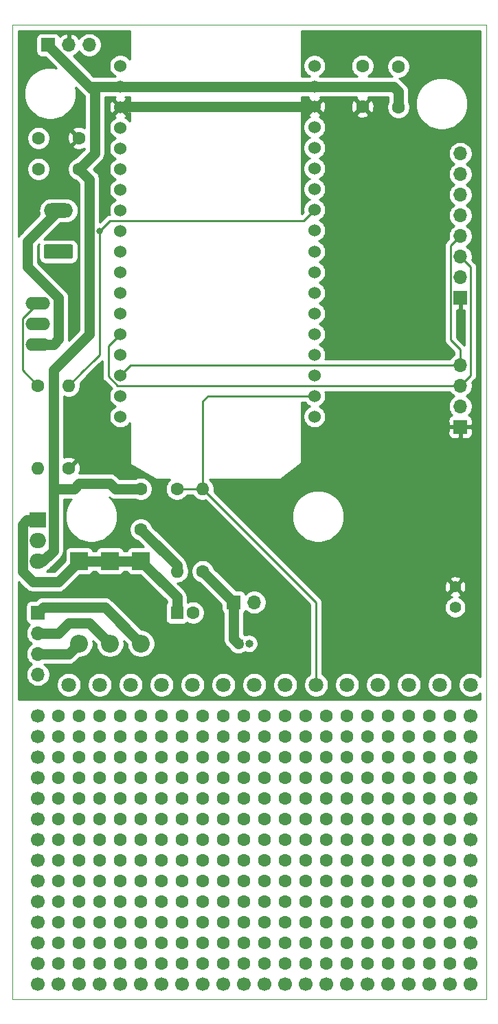
<source format=gbr>
%TF.GenerationSoftware,KiCad,Pcbnew,(5.1.9)-1*%
%TF.CreationDate,2021-03-10T14:32:31-04:00*%
%TF.ProjectId,placa_manutencao_preventiva,706c6163-615f-46d6-916e-7574656e6361,rev?*%
%TF.SameCoordinates,Original*%
%TF.FileFunction,Copper,L2,Bot*%
%TF.FilePolarity,Positive*%
%FSLAX46Y46*%
G04 Gerber Fmt 4.6, Leading zero omitted, Abs format (unit mm)*
G04 Created by KiCad (PCBNEW (5.1.9)-1) date 2021-03-10 14:32:31*
%MOMM*%
%LPD*%
G01*
G04 APERTURE LIST*
%TA.AperFunction,Profile*%
%ADD10C,0.050000*%
%TD*%
%TA.AperFunction,ComponentPad*%
%ADD11R,1.700000X1.700000*%
%TD*%
%TA.AperFunction,ComponentPad*%
%ADD12O,1.700000X1.700000*%
%TD*%
%TA.AperFunction,ComponentPad*%
%ADD13O,2.200000X2.200000*%
%TD*%
%TA.AperFunction,ComponentPad*%
%ADD14R,2.200000X2.200000*%
%TD*%
%TA.AperFunction,ComponentPad*%
%ADD15O,3.600000X1.800000*%
%TD*%
%TA.AperFunction,ComponentPad*%
%ADD16O,3.048000X1.524000*%
%TD*%
%TA.AperFunction,ComponentPad*%
%ADD17O,1.600000X1.600000*%
%TD*%
%TA.AperFunction,ComponentPad*%
%ADD18C,1.600000*%
%TD*%
%TA.AperFunction,ComponentPad*%
%ADD19C,1.524000*%
%TD*%
%TA.AperFunction,ComponentPad*%
%ADD20C,1.400000*%
%TD*%
%TA.AperFunction,ComponentPad*%
%ADD21R,1.600000X1.600000*%
%TD*%
%TA.AperFunction,ComponentPad*%
%ADD22R,2.000000X1.905000*%
%TD*%
%TA.AperFunction,ComponentPad*%
%ADD23O,2.000000X1.905000*%
%TD*%
%TA.AperFunction,ComponentPad*%
%ADD24R,1.000000X1.000000*%
%TD*%
%TA.AperFunction,ComponentPad*%
%ADD25O,1.000000X1.000000*%
%TD*%
%TA.AperFunction,ComponentPad*%
%ADD26C,1.800000*%
%TD*%
%TA.AperFunction,ViaPad*%
%ADD27C,1.700000*%
%TD*%
%TA.AperFunction,ViaPad*%
%ADD28C,1.600000*%
%TD*%
%TA.AperFunction,ViaPad*%
%ADD29C,0.800000*%
%TD*%
%TA.AperFunction,Conductor*%
%ADD30C,0.250000*%
%TD*%
%TA.AperFunction,Conductor*%
%ADD31C,1.270000*%
%TD*%
%TA.AperFunction,Conductor*%
%ADD32C,0.254000*%
%TD*%
%TA.AperFunction,Conductor*%
%ADD33C,0.100000*%
%TD*%
G04 APERTURE END LIST*
D10*
X77800200Y-14986000D02*
X136220200Y-14986000D01*
X77800200Y-14986000D02*
X77800200Y-135001000D01*
X136220200Y-135001000D02*
X136220200Y-14986000D01*
X77800200Y-135001000D02*
X136220200Y-135001000D01*
D11*
%TO.P,J6,1*%
%TO.N,+3V3*%
X133045200Y-48641000D03*
D12*
%TO.P,J6,2*%
%TO.N,GND*%
X133045200Y-46101000D03*
%TO.P,J6,3*%
%TO.N,I2C_SCL*%
X133045200Y-43561000D03*
%TO.P,J6,4*%
%TO.N,I2C_SDA*%
X133045200Y-41021000D03*
%TO.P,J6,5*%
%TO.N,Net-(J6-Pad5)*%
X133045200Y-38481000D03*
%TO.P,J6,6*%
%TO.N,Net-(J6-Pad6)*%
X133045200Y-35941000D03*
%TO.P,J6,7*%
%TO.N,Net-(J6-Pad7)*%
X133045200Y-33401000D03*
%TO.P,J6,8*%
%TO.N,Net-(J6-Pad8)*%
X133045200Y-30861000D03*
%TD*%
D13*
%TO.P,D2,2*%
%TO.N,Net-(D2-Pad2)*%
X89865200Y-91186000D03*
D14*
%TO.P,D2,1*%
%TO.N,Net-(C1-Pad1)*%
X89865200Y-81026000D03*
%TD*%
%TO.P,J1,1*%
%TO.N,Net-(J1-Pad1)*%
%TA.AperFunction,ComponentPad*%
G36*
G01*
X85065200Y-43826000D02*
X81965200Y-43826000D01*
G75*
G02*
X81715200Y-43576000I0J250000D01*
G01*
X81715200Y-42276000D01*
G75*
G02*
X81965200Y-42026000I250000J0D01*
G01*
X85065200Y-42026000D01*
G75*
G02*
X85315200Y-42276000I0J-250000D01*
G01*
X85315200Y-43576000D01*
G75*
G02*
X85065200Y-43826000I-250000J0D01*
G01*
G37*
%TD.AperFunction*%
D15*
%TO.P,J1,2*%
%TO.N,GND*%
X83515200Y-37846000D03*
%TD*%
D11*
%TO.P,J2,1*%
%TO.N,+5V*%
X82245200Y-17475200D03*
D12*
%TO.P,J2,2*%
%TO.N,+3V3*%
X84785200Y-17475200D03*
%TO.P,J2,3*%
%TO.N,GND*%
X87325200Y-17475200D03*
%TD*%
D11*
%TO.P,J5,1*%
%TO.N,VBAT*%
X105105200Y-86106000D03*
D12*
%TO.P,J5,2*%
%TO.N,GND*%
X107645200Y-86106000D03*
%TD*%
D11*
%TO.P,J7,1*%
%TO.N,+3V3*%
X133045200Y-64516000D03*
D12*
%TO.P,J7,2*%
%TO.N,GND*%
X133045200Y-61976000D03*
%TO.P,J7,3*%
%TO.N,I2C_SCL*%
X133045200Y-59436000D03*
%TO.P,J7,4*%
%TO.N,I2C_SDA*%
X133045200Y-56896000D03*
%TD*%
D16*
%TO.P,Q2,1*%
%TO.N,Net-(J1-Pad1)*%
X80975200Y-49276000D03*
%TO.P,Q2,2*%
%TO.N,ENT_DIGITAL*%
X80975200Y-51816000D03*
%TO.P,Q2,3*%
%TO.N,GND*%
X80975200Y-54356000D03*
%TD*%
D17*
%TO.P,R2,2*%
%TO.N,GND*%
X80975200Y-69596000D03*
D18*
%TO.P,R2,1*%
%TO.N,Net-(J1-Pad1)*%
X80975200Y-59436000D03*
%TD*%
%TO.P,R3,1*%
%TO.N,+3V3*%
X84785200Y-69596000D03*
D17*
%TO.P,R3,2*%
%TO.N,ENT_DIGITAL*%
X84785200Y-59436000D03*
%TD*%
%TO.P,R4,2*%
%TO.N,ADC_BAT*%
X101295200Y-72136000D03*
D18*
%TO.P,R4,1*%
%TO.N,VBAT*%
X101295200Y-82296000D03*
%TD*%
%TO.P,R5,1*%
%TO.N,ADC_BAT*%
X98120200Y-72136000D03*
D17*
%TO.P,R5,2*%
%TO.N,GND*%
X98120200Y-82296000D03*
%TD*%
D19*
%TO.P,U1,1*%
%TO.N,GND*%
X91135200Y-20066000D03*
%TO.P,U1,2*%
%TO.N,+5V*%
X91135200Y-22606000D03*
%TO.P,U1,3*%
%TO.N,+3V3*%
X91135200Y-25146000D03*
%TO.P,U1,4*%
%TO.N,GND*%
X91135200Y-27686000D03*
%TO.P,U1,5*%
%TO.N,Net-(U1-Pad5)*%
X91135200Y-30226000D03*
%TO.P,U1,6*%
%TO.N,Net-(U1-Pad6)*%
X91135200Y-32766000D03*
%TO.P,U1,7*%
%TO.N,Net-(U1-Pad7)*%
X91135200Y-35306000D03*
%TO.P,U1,8*%
%TO.N,Net-(U1-Pad8)*%
X91135200Y-37846000D03*
%TO.P,U1,9*%
%TO.N,Net-(U1-Pad9)*%
X91135200Y-40386000D03*
%TO.P,U1,10*%
%TO.N,Net-(U1-Pad10)*%
X91135200Y-42926000D03*
%TO.P,U1,11*%
%TO.N,Net-(U1-Pad11)*%
X91135200Y-45466000D03*
%TO.P,U1,12*%
%TO.N,Net-(J12-Pad1)*%
X91135200Y-48006000D03*
%TO.P,U1,13*%
%TO.N,Net-(J13-Pad1)*%
X91135200Y-50546000D03*
%TO.P,U1,14*%
%TO.N,I2C_SCL*%
X91135200Y-53086000D03*
%TO.P,U1,15*%
%TO.N,Net-(J15-Pad1)*%
X91135200Y-55626000D03*
%TO.P,U1,16*%
%TO.N,I2C_SDA*%
X91135200Y-58166000D03*
%TO.P,U1,17*%
%TO.N,Net-(J17-Pad1)*%
X91135200Y-60706000D03*
%TO.P,U1,18*%
%TO.N,Net-(J18-Pad1)*%
X91135200Y-63246000D03*
%TO.P,U1,19*%
%TO.N,Net-(J19-Pad1)*%
X115074700Y-63246000D03*
%TO.P,U1,20*%
%TO.N,ADC_BAT*%
X115074700Y-60706000D03*
%TO.P,U1,21*%
%TO.N,Net-(J21-Pad1)*%
X115074700Y-58166000D03*
%TO.P,U1,22*%
%TO.N,Net-(J22-Pad1)*%
X115074700Y-55626000D03*
%TO.P,U1,23*%
%TO.N,Net-(J23-Pad1)*%
X115074700Y-53086000D03*
%TO.P,U1,24*%
%TO.N,Net-(J24-Pad1)*%
X115074700Y-50546000D03*
%TO.P,U1,25*%
%TO.N,Net-(J25-Pad1)*%
X115074700Y-48006000D03*
%TO.P,U1,26*%
%TO.N,Net-(U1-Pad26)*%
X115074700Y-45466000D03*
%TO.P,U1,27*%
%TO.N,Net-(U1-Pad27)*%
X115074700Y-42926000D03*
%TO.P,U1,28*%
%TO.N,Net-(U1-Pad28)*%
X115074700Y-40322500D03*
%TO.P,U1,29*%
%TO.N,ENT_DIGITAL*%
X115074700Y-37782500D03*
%TO.P,U1,30*%
%TO.N,Net-(U1-Pad30)*%
X115074700Y-35242500D03*
%TO.P,U1,31*%
%TO.N,Net-(U1-Pad31)*%
X115074700Y-32702500D03*
%TO.P,U1,32*%
%TO.N,Net-(U1-Pad32)*%
X115074700Y-30162500D03*
%TO.P,U1,33*%
%TO.N,Net-(U1-Pad33)*%
X115074700Y-27622500D03*
%TO.P,U1,34*%
%TO.N,+3V3*%
X115074700Y-25082500D03*
%TO.P,U1,35*%
%TO.N,+5V*%
X115074700Y-22606000D03*
%TO.P,U1,36*%
%TO.N,GND*%
X115074700Y-20066000D03*
%TD*%
D20*
%TO.P,J3,1*%
%TO.N,+3V3*%
X132410200Y-84201000D03*
%TO.P,J3,2*%
%TO.N,GND*%
X132410200Y-86741000D03*
%TD*%
D21*
%TO.P,C1,1*%
%TO.N,Net-(C1-Pad1)*%
X98120200Y-87376000D03*
D18*
%TO.P,C1,2*%
%TO.N,GND*%
X100120200Y-87376000D03*
%TD*%
D14*
%TO.P,D1,1*%
%TO.N,Net-(C1-Pad1)*%
X93675200Y-81026000D03*
D13*
%TO.P,D1,2*%
%TO.N,Net-(D1-Pad2)*%
X93675200Y-91186000D03*
%TD*%
D14*
%TO.P,D3,1*%
%TO.N,Net-(C1-Pad1)*%
X86055200Y-81026000D03*
D13*
%TO.P,D3,2*%
%TO.N,Net-(D3-Pad2)*%
X86055200Y-91186000D03*
%TD*%
D12*
%TO.P,J8,4*%
%TO.N,GND*%
X80975200Y-94996000D03*
%TO.P,J8,3*%
%TO.N,Net-(D3-Pad2)*%
X80975200Y-92456000D03*
%TO.P,J8,2*%
%TO.N,Net-(D2-Pad2)*%
X80975200Y-89916000D03*
D11*
%TO.P,J8,1*%
%TO.N,Net-(D1-Pad2)*%
X80975200Y-87376000D03*
%TD*%
D22*
%TO.P,U2,1*%
%TO.N,Net-(C1-Pad1)*%
X80975200Y-75996800D03*
D23*
%TO.P,U2,2*%
%TO.N,GND*%
X80975200Y-78536800D03*
%TO.P,U2,3*%
%TO.N,+5V*%
X80975200Y-81076800D03*
%TD*%
D24*
%TO.P,J4,1*%
%TO.N,VBAT*%
X105740200Y-91186000D03*
D25*
%TO.P,J4,2*%
%TO.N,GND*%
X107010200Y-91186000D03*
%TD*%
D18*
%TO.P,C2,1*%
%TO.N,+5V*%
X93675200Y-72136000D03*
%TO.P,C2,2*%
%TO.N,GND*%
X93675200Y-77136000D03*
%TD*%
%TO.P,C4,2*%
%TO.N,GND*%
X81055200Y-28956000D03*
%TO.P,C4,1*%
%TO.N,+3V3*%
X86055200Y-28956000D03*
%TD*%
%TO.P,C5,1*%
%TO.N,+3V3*%
X120980200Y-25066000D03*
%TO.P,C5,2*%
%TO.N,GND*%
X120980200Y-20066000D03*
%TD*%
%TO.P,C6,2*%
%TO.N,GND*%
X125425200Y-20146000D03*
%TO.P,C6,1*%
%TO.N,+5V*%
X125425200Y-25146000D03*
%TD*%
%TO.P,C7,1*%
%TO.N,+5V*%
X86055200Y-32766000D03*
%TO.P,C7,2*%
%TO.N,GND*%
X81055200Y-32766000D03*
%TD*%
D26*
%TO.P,J12,1*%
%TO.N,Net-(J12-Pad1)*%
X84785200Y-96266000D03*
%TD*%
%TO.P,J13,1*%
%TO.N,Net-(J13-Pad1)*%
X88595200Y-96266000D03*
%TD*%
%TO.P,J14,1*%
%TO.N,I2C_SCL*%
X92405200Y-96266000D03*
%TD*%
%TO.P,J15,1*%
%TO.N,Net-(J15-Pad1)*%
X96215200Y-96266000D03*
%TD*%
%TO.P,J16,1*%
%TO.N,I2C_SDA*%
X100025200Y-96266000D03*
%TD*%
%TO.P,J17,1*%
%TO.N,Net-(J17-Pad1)*%
X103835200Y-96266000D03*
%TD*%
%TO.P,J18,1*%
%TO.N,Net-(J18-Pad1)*%
X107645200Y-96266000D03*
%TD*%
%TO.P,J19,1*%
%TO.N,Net-(J19-Pad1)*%
X111455200Y-96266000D03*
%TD*%
%TO.P,J20,1*%
%TO.N,ADC_BAT*%
X115265200Y-96266000D03*
%TD*%
%TO.P,J21,1*%
%TO.N,Net-(J21-Pad1)*%
X119075200Y-96266000D03*
%TD*%
%TO.P,J22,1*%
%TO.N,Net-(J22-Pad1)*%
X122885200Y-96266000D03*
%TD*%
%TO.P,J23,1*%
%TO.N,Net-(J23-Pad1)*%
X126695200Y-96266000D03*
%TD*%
%TO.P,J24,1*%
%TO.N,Net-(J24-Pad1)*%
X130505200Y-96266000D03*
%TD*%
%TO.P,J25,1*%
%TO.N,Net-(J25-Pad1)*%
X134315200Y-96266000D03*
%TD*%
D27*
%TO.N,*%
X80975200Y-133096000D03*
X134315200Y-133096000D03*
D28*
X96215200Y-100076000D03*
X91135200Y-100076000D03*
X108915200Y-100076000D03*
X129235200Y-100076000D03*
X116535200Y-100076000D03*
X124155200Y-100076000D03*
X88595200Y-100076000D03*
X126695200Y-100076000D03*
X86055200Y-100076000D03*
X106375200Y-100076000D03*
X131775200Y-100076000D03*
X93675200Y-100076000D03*
D27*
X134315200Y-100076000D03*
D28*
X98755200Y-100076000D03*
X113995200Y-100076000D03*
X101295200Y-100076000D03*
X121615200Y-100076000D03*
X103835200Y-100076000D03*
X119075200Y-100076000D03*
X111455200Y-100076000D03*
D27*
X80975200Y-100076000D03*
D28*
X83515200Y-100076000D03*
X91135200Y-105156000D03*
X116535200Y-105156000D03*
X126695200Y-105156000D03*
X106375200Y-105156000D03*
X96215200Y-102616000D03*
X91135200Y-102616000D03*
X108915200Y-102616000D03*
X129235200Y-102616000D03*
X116535200Y-102616000D03*
X124155200Y-102616000D03*
X88595200Y-102616000D03*
X126695200Y-102616000D03*
X96215200Y-105156000D03*
X86055200Y-102616000D03*
X106375200Y-102616000D03*
X131775200Y-102616000D03*
X93675200Y-102616000D03*
D27*
X134315200Y-102616000D03*
D28*
X98755200Y-102616000D03*
X129235200Y-105156000D03*
X88595200Y-105156000D03*
X113995200Y-102616000D03*
X131775200Y-105156000D03*
D27*
X134315200Y-105156000D03*
D28*
X98755200Y-105156000D03*
X113995200Y-105156000D03*
X101295200Y-105156000D03*
X111455200Y-105156000D03*
X86055200Y-105156000D03*
D27*
X80975200Y-105156000D03*
D28*
X83515200Y-105156000D03*
X124155200Y-105156000D03*
X101295200Y-102616000D03*
X108915200Y-105156000D03*
X119075200Y-105156000D03*
X96215200Y-107696000D03*
X121615200Y-105156000D03*
X91135200Y-107696000D03*
X108915200Y-107696000D03*
X121615200Y-102616000D03*
X93675200Y-105156000D03*
X103835200Y-105156000D03*
X103835200Y-102616000D03*
X119075200Y-102616000D03*
X129235200Y-107696000D03*
X111455200Y-102616000D03*
X93675200Y-107696000D03*
X119075200Y-107696000D03*
D27*
X80975200Y-107696000D03*
D28*
X116535200Y-107696000D03*
X113995200Y-107696000D03*
X126695200Y-107696000D03*
X98755200Y-107696000D03*
X101295200Y-107696000D03*
X103835200Y-107696000D03*
X121615200Y-107696000D03*
X83515200Y-107696000D03*
D27*
X134315200Y-107696000D03*
D28*
X124155200Y-107696000D03*
X106375200Y-107696000D03*
X88595200Y-107696000D03*
X111455200Y-107696000D03*
X131775200Y-107696000D03*
X86055200Y-107696000D03*
D27*
X80975200Y-102616000D03*
D28*
X83515200Y-102616000D03*
X91135200Y-112776000D03*
X116535200Y-112776000D03*
X126695200Y-112776000D03*
X106375200Y-112776000D03*
X96215200Y-110236000D03*
X91135200Y-110236000D03*
X108915200Y-110236000D03*
X129235200Y-110236000D03*
X116535200Y-110236000D03*
X124155200Y-110236000D03*
X88595200Y-110236000D03*
X126695200Y-110236000D03*
X96215200Y-112776000D03*
X86055200Y-110236000D03*
X106375200Y-110236000D03*
X131775200Y-110236000D03*
X93675200Y-110236000D03*
D27*
X134315200Y-110236000D03*
D28*
X98755200Y-110236000D03*
X129235200Y-112776000D03*
X88595200Y-112776000D03*
X113995200Y-110236000D03*
X131775200Y-112776000D03*
D27*
X134315200Y-112776000D03*
D28*
X98755200Y-112776000D03*
X113995200Y-112776000D03*
X101295200Y-112776000D03*
X111455200Y-112776000D03*
X86055200Y-112776000D03*
D27*
X80975200Y-112776000D03*
D28*
X83515200Y-112776000D03*
X124155200Y-112776000D03*
X101295200Y-110236000D03*
X108915200Y-112776000D03*
X119075200Y-112776000D03*
X96215200Y-115316000D03*
X121615200Y-112776000D03*
X91135200Y-115316000D03*
X108915200Y-115316000D03*
X121615200Y-110236000D03*
X93675200Y-112776000D03*
X103835200Y-112776000D03*
X103835200Y-110236000D03*
X119075200Y-110236000D03*
X129235200Y-115316000D03*
X111455200Y-110236000D03*
X93675200Y-115316000D03*
X119075200Y-115316000D03*
D27*
X80975200Y-115316000D03*
D28*
X116535200Y-115316000D03*
X113995200Y-115316000D03*
X126695200Y-115316000D03*
X98755200Y-115316000D03*
X101295200Y-115316000D03*
X103835200Y-115316000D03*
X121615200Y-115316000D03*
X83515200Y-115316000D03*
D27*
X134315200Y-115316000D03*
D28*
X124155200Y-115316000D03*
X106375200Y-115316000D03*
X88595200Y-115316000D03*
X111455200Y-115316000D03*
X131775200Y-115316000D03*
X86055200Y-115316000D03*
D27*
X80975200Y-110236000D03*
D28*
X83515200Y-110236000D03*
X91135200Y-120396000D03*
X116535200Y-120396000D03*
X126695200Y-120396000D03*
X106375200Y-120396000D03*
X96215200Y-117856000D03*
X91135200Y-117856000D03*
X108915200Y-117856000D03*
X129235200Y-117856000D03*
X116535200Y-117856000D03*
X124155200Y-117856000D03*
X88595200Y-117856000D03*
X126695200Y-117856000D03*
X96215200Y-120396000D03*
X86055200Y-117856000D03*
X106375200Y-117856000D03*
X131775200Y-117856000D03*
X93675200Y-117856000D03*
D27*
X134315200Y-117856000D03*
D28*
X98755200Y-117856000D03*
X129235200Y-120396000D03*
X88595200Y-120396000D03*
X113995200Y-117856000D03*
X131775200Y-120396000D03*
D27*
X134315200Y-120396000D03*
D28*
X98755200Y-120396000D03*
X113995200Y-120396000D03*
X101295200Y-120396000D03*
X111455200Y-120396000D03*
X86055200Y-120396000D03*
D27*
X80975200Y-120396000D03*
D28*
X83515200Y-120396000D03*
X124155200Y-120396000D03*
X101295200Y-117856000D03*
X108915200Y-120396000D03*
X119075200Y-120396000D03*
X96215200Y-122936000D03*
X121615200Y-120396000D03*
X91135200Y-122936000D03*
X108915200Y-122936000D03*
X121615200Y-117856000D03*
X93675200Y-120396000D03*
X103835200Y-120396000D03*
X103835200Y-117856000D03*
X119075200Y-117856000D03*
X129235200Y-122936000D03*
X111455200Y-117856000D03*
X93675200Y-122936000D03*
X119075200Y-122936000D03*
D27*
X80975200Y-122936000D03*
D28*
X116535200Y-122936000D03*
X113995200Y-122936000D03*
X126695200Y-122936000D03*
X98755200Y-122936000D03*
X101295200Y-122936000D03*
X103835200Y-122936000D03*
X121615200Y-122936000D03*
X83515200Y-122936000D03*
D27*
X134315200Y-122936000D03*
D28*
X124155200Y-122936000D03*
X106375200Y-122936000D03*
X88595200Y-122936000D03*
X111455200Y-122936000D03*
X131775200Y-122936000D03*
X86055200Y-122936000D03*
D27*
X80975200Y-117856000D03*
D28*
X83515200Y-117856000D03*
X91135200Y-128016000D03*
X116535200Y-128016000D03*
X126695200Y-128016000D03*
X106375200Y-128016000D03*
X96215200Y-125476000D03*
X91135200Y-125476000D03*
X108915200Y-125476000D03*
X129235200Y-125476000D03*
X116535200Y-125476000D03*
X124155200Y-125476000D03*
X88595200Y-125476000D03*
X126695200Y-125476000D03*
X96215200Y-128016000D03*
X86055200Y-125476000D03*
X106375200Y-125476000D03*
X131775200Y-125476000D03*
X93675200Y-125476000D03*
D27*
X134315200Y-125476000D03*
D28*
X98755200Y-125476000D03*
X129235200Y-128016000D03*
X88595200Y-128016000D03*
X113995200Y-125476000D03*
X131775200Y-128016000D03*
D27*
X134315200Y-128016000D03*
D28*
X98755200Y-128016000D03*
X113995200Y-128016000D03*
X101295200Y-128016000D03*
X111455200Y-128016000D03*
X86055200Y-128016000D03*
D27*
X80975200Y-128016000D03*
D28*
X83515200Y-128016000D03*
X124155200Y-128016000D03*
X101295200Y-125476000D03*
X108915200Y-128016000D03*
X119075200Y-128016000D03*
X96215200Y-130556000D03*
X121615200Y-128016000D03*
X91135200Y-130556000D03*
X108915200Y-130556000D03*
X121615200Y-125476000D03*
X93675200Y-128016000D03*
X103835200Y-128016000D03*
X103835200Y-125476000D03*
X119075200Y-125476000D03*
X129235200Y-130556000D03*
X111455200Y-125476000D03*
X93675200Y-130556000D03*
X119075200Y-130556000D03*
D27*
X80975200Y-130556000D03*
D28*
X116535200Y-130556000D03*
X113995200Y-130556000D03*
X126695200Y-130556000D03*
X98755200Y-130556000D03*
X101295200Y-130556000D03*
X103835200Y-130556000D03*
X121615200Y-130556000D03*
X83515200Y-130556000D03*
D27*
X134315200Y-130556000D03*
D28*
X124155200Y-130556000D03*
X106375200Y-130556000D03*
X88595200Y-130556000D03*
X111455200Y-130556000D03*
X131775200Y-130556000D03*
X86055200Y-130556000D03*
D27*
X80975200Y-125476000D03*
D28*
X83515200Y-125476000D03*
D27*
X83515200Y-133096000D03*
X86055200Y-133096000D03*
X88595200Y-133096000D03*
X91135200Y-133096000D03*
X93675200Y-133096000D03*
X98755200Y-133096000D03*
X96215200Y-133096000D03*
X101295200Y-133096000D03*
X103835200Y-133096000D03*
X108915200Y-133096000D03*
X106375200Y-133096000D03*
X111455200Y-133096000D03*
X113995200Y-133096000D03*
X119075200Y-133096000D03*
X116535200Y-133096000D03*
X121615200Y-133096000D03*
X124155200Y-133096000D03*
X129235200Y-133096000D03*
X126695200Y-133096000D03*
X131775200Y-133096000D03*
D29*
%TO.N,ENT_DIGITAL*%
X88595200Y-40386000D03*
%TD*%
D30*
%TO.N,Net-(J1-Pad1)*%
X79070200Y-57531000D02*
X80975200Y-59436000D01*
X79070200Y-51181000D02*
X79070200Y-57531000D01*
X80975200Y-49276000D02*
X79070200Y-51181000D01*
D31*
%TO.N,GND*%
X98120200Y-81581000D02*
X93675200Y-77136000D01*
X98120200Y-82296000D02*
X98120200Y-81581000D01*
X80975200Y-54356000D02*
X81455713Y-54356000D01*
X79705200Y-41656000D02*
X83515200Y-37846000D01*
X79705200Y-44831000D02*
X79705200Y-41656000D01*
X83515200Y-48641000D02*
X79705200Y-44831000D01*
X83515200Y-53721000D02*
X83515200Y-48641000D01*
X82880200Y-54356000D02*
X83515200Y-53721000D01*
X80975200Y-54356000D02*
X82880200Y-54356000D01*
D30*
%TO.N,+5V*%
X81683100Y-80873600D02*
X81635600Y-80873600D01*
D31*
X91135200Y-22606000D02*
X115074700Y-22606000D01*
D30*
X82245200Y-17475200D02*
X82245200Y-18161000D01*
D31*
X82245200Y-17526000D02*
X87325200Y-22606000D01*
X87325200Y-22606000D02*
X91135200Y-22606000D01*
X81559400Y-81076800D02*
X82880200Y-79756000D01*
X80975200Y-81076800D02*
X81559400Y-81076800D01*
X87960200Y-23241000D02*
X87325200Y-22606000D01*
X87960200Y-29591000D02*
X87960200Y-23241000D01*
X87960200Y-30861000D02*
X87960200Y-29591000D01*
X86055200Y-32766000D02*
X87960200Y-30861000D01*
X115074700Y-22606000D02*
X124790200Y-22606000D01*
X124790200Y-22606000D02*
X125425200Y-23241000D01*
X125425200Y-23241000D02*
X125425200Y-25146000D01*
X82880200Y-72136000D02*
X82880200Y-79756000D01*
X82880200Y-57531000D02*
X82880200Y-72136000D01*
X87325200Y-34036000D02*
X86055200Y-32766000D01*
X87325200Y-53086000D02*
X87325200Y-34036000D01*
X83150199Y-57261001D02*
X87325200Y-53086000D01*
X86055200Y-71501000D02*
X85420200Y-72136000D01*
X85420200Y-72136000D02*
X82880200Y-72136000D01*
X86055200Y-71501000D02*
X89865200Y-71501000D01*
X89865200Y-71501000D02*
X90500200Y-72136000D01*
X93675200Y-72136000D02*
X90500200Y-72136000D01*
%TO.N,+3V3*%
X91198700Y-25082500D02*
X91135200Y-25146000D01*
X115074700Y-25082500D02*
X91198700Y-25082500D01*
%TO.N,VBAT*%
X101295200Y-82296000D02*
X105105200Y-86106000D01*
X105105200Y-90616001D02*
X105675199Y-91186000D01*
X105105200Y-86106000D02*
X105105200Y-90616001D01*
D30*
%TO.N,I2C_SCL*%
X89662000Y-54559200D02*
X91135200Y-53086000D01*
X89662000Y-58301562D02*
X89662000Y-54559200D01*
X90796438Y-59436000D02*
X89662000Y-58301562D01*
X90796438Y-59436000D02*
X131140200Y-59436000D01*
X131140200Y-59436000D02*
X133045200Y-59436000D01*
X134315200Y-58166000D02*
X133045200Y-59436000D01*
X134315200Y-44831000D02*
X134315200Y-58166000D01*
X133045200Y-43561000D02*
X134315200Y-44831000D01*
%TO.N,I2C_SDA*%
X133299200Y-56794400D02*
X133197600Y-56896000D01*
X133045200Y-41021000D02*
X131870199Y-42196001D01*
X131870199Y-53815999D02*
X133045200Y-54991000D01*
X131870199Y-42196001D02*
X131870199Y-53815999D01*
X92405200Y-56896000D02*
X91135200Y-58166000D01*
X131140200Y-56896000D02*
X92405200Y-56896000D01*
X133045200Y-56896000D02*
X133045200Y-54991000D01*
X131140200Y-56896000D02*
X133045200Y-56896000D01*
%TO.N,ENT_DIGITAL*%
X113924199Y-38933001D02*
X115074700Y-37782500D01*
X86505210Y-57715990D02*
X84785200Y-59436000D01*
X87960200Y-56261000D02*
X86505210Y-57715990D01*
X88595200Y-40386000D02*
X88595200Y-55626000D01*
X89865200Y-39116000D02*
X88595200Y-40386000D01*
X113741200Y-39116000D02*
X89865200Y-39116000D01*
X115074700Y-37782500D02*
X113741200Y-39116000D01*
X87960200Y-56261000D02*
X88595200Y-55626000D01*
%TO.N,ADC_BAT*%
X115074700Y-60706000D02*
X101930200Y-60706000D01*
X101295200Y-61341000D02*
X101295200Y-72136000D01*
X101930200Y-60706000D02*
X101295200Y-61341000D01*
X101295200Y-72136000D02*
X98120200Y-72136000D01*
X115265200Y-86106000D02*
X101295200Y-72136000D01*
X115265200Y-96266000D02*
X115265200Y-86106000D01*
D31*
%TO.N,Net-(C1-Pad1)*%
X93675200Y-81026000D02*
X89865200Y-81026000D01*
X89865200Y-81026000D02*
X86055200Y-81026000D01*
X98120200Y-87376000D02*
X98120200Y-85471000D01*
X98120200Y-85471000D02*
X93675200Y-81026000D01*
X80975200Y-75996800D02*
X79654400Y-75996800D01*
X79654400Y-75996800D02*
X79070200Y-76581000D01*
X79070200Y-76581000D02*
X79070200Y-82296000D01*
X79070200Y-82296000D02*
X80340200Y-83566000D01*
X83515200Y-83566000D02*
X86055200Y-81026000D01*
X80340200Y-83566000D02*
X83515200Y-83566000D01*
%TO.N,Net-(D1-Pad2)*%
X93675200Y-91186000D02*
X89230200Y-86741000D01*
X81610200Y-86741000D02*
X80975200Y-87376000D01*
X89230200Y-86741000D02*
X81610200Y-86741000D01*
%TO.N,Net-(D2-Pad2)*%
X80975200Y-89916000D02*
X83515200Y-89916000D01*
X83515200Y-89916000D02*
X84785200Y-88646000D01*
X87325200Y-88646000D02*
X89865200Y-91186000D01*
X84785200Y-88646000D02*
X87325200Y-88646000D01*
%TO.N,Net-(D3-Pad2)*%
X84785200Y-92456000D02*
X86055200Y-91186000D01*
X80975200Y-92456000D02*
X84785200Y-92456000D01*
%TD*%
D32*
%TO.N,+3V3*%
X135458200Y-95238183D02*
X135293705Y-95073688D01*
X135042295Y-94905701D01*
X134762943Y-94789989D01*
X134466384Y-94731000D01*
X134164016Y-94731000D01*
X133867457Y-94789989D01*
X133588105Y-94905701D01*
X133336695Y-95073688D01*
X133122888Y-95287495D01*
X132954901Y-95538905D01*
X132839189Y-95818257D01*
X132780200Y-96114816D01*
X132780200Y-96417184D01*
X132839189Y-96713743D01*
X132954901Y-96993095D01*
X133122888Y-97244505D01*
X133336695Y-97458312D01*
X133588105Y-97626299D01*
X133867457Y-97742011D01*
X134164016Y-97801000D01*
X134466384Y-97801000D01*
X134762943Y-97742011D01*
X135042295Y-97626299D01*
X135293705Y-97458312D01*
X135458200Y-97293817D01*
X135458200Y-98044000D01*
X78562200Y-98044000D01*
X78562200Y-86526000D01*
X79487128Y-86526000D01*
X79487128Y-88226000D01*
X79499388Y-88350482D01*
X79535698Y-88470180D01*
X79594663Y-88580494D01*
X79674015Y-88677185D01*
X79770706Y-88756537D01*
X79881020Y-88815502D01*
X79953580Y-88837513D01*
X79821725Y-88969368D01*
X79659210Y-89212589D01*
X79547268Y-89482842D01*
X79490200Y-89769740D01*
X79490200Y-90062260D01*
X79547268Y-90349158D01*
X79659210Y-90619411D01*
X79821725Y-90862632D01*
X80028568Y-91069475D01*
X80202960Y-91186000D01*
X80028568Y-91302525D01*
X79821725Y-91509368D01*
X79659210Y-91752589D01*
X79547268Y-92022842D01*
X79490200Y-92309740D01*
X79490200Y-92602260D01*
X79547268Y-92889158D01*
X79659210Y-93159411D01*
X79821725Y-93402632D01*
X80028568Y-93609475D01*
X80202960Y-93726000D01*
X80028568Y-93842525D01*
X79821725Y-94049368D01*
X79659210Y-94292589D01*
X79547268Y-94562842D01*
X79490200Y-94849740D01*
X79490200Y-95142260D01*
X79547268Y-95429158D01*
X79659210Y-95699411D01*
X79821725Y-95942632D01*
X80028568Y-96149475D01*
X80271789Y-96311990D01*
X80542042Y-96423932D01*
X80828940Y-96481000D01*
X81121460Y-96481000D01*
X81408358Y-96423932D01*
X81678611Y-96311990D01*
X81921832Y-96149475D01*
X81956491Y-96114816D01*
X83250200Y-96114816D01*
X83250200Y-96417184D01*
X83309189Y-96713743D01*
X83424901Y-96993095D01*
X83592888Y-97244505D01*
X83806695Y-97458312D01*
X84058105Y-97626299D01*
X84337457Y-97742011D01*
X84634016Y-97801000D01*
X84936384Y-97801000D01*
X85232943Y-97742011D01*
X85512295Y-97626299D01*
X85763705Y-97458312D01*
X85977512Y-97244505D01*
X86145499Y-96993095D01*
X86261211Y-96713743D01*
X86320200Y-96417184D01*
X86320200Y-96114816D01*
X87060200Y-96114816D01*
X87060200Y-96417184D01*
X87119189Y-96713743D01*
X87234901Y-96993095D01*
X87402888Y-97244505D01*
X87616695Y-97458312D01*
X87868105Y-97626299D01*
X88147457Y-97742011D01*
X88444016Y-97801000D01*
X88746384Y-97801000D01*
X89042943Y-97742011D01*
X89322295Y-97626299D01*
X89573705Y-97458312D01*
X89787512Y-97244505D01*
X89955499Y-96993095D01*
X90071211Y-96713743D01*
X90130200Y-96417184D01*
X90130200Y-96114816D01*
X90870200Y-96114816D01*
X90870200Y-96417184D01*
X90929189Y-96713743D01*
X91044901Y-96993095D01*
X91212888Y-97244505D01*
X91426695Y-97458312D01*
X91678105Y-97626299D01*
X91957457Y-97742011D01*
X92254016Y-97801000D01*
X92556384Y-97801000D01*
X92852943Y-97742011D01*
X93132295Y-97626299D01*
X93383705Y-97458312D01*
X93597512Y-97244505D01*
X93765499Y-96993095D01*
X93881211Y-96713743D01*
X93940200Y-96417184D01*
X93940200Y-96114816D01*
X94680200Y-96114816D01*
X94680200Y-96417184D01*
X94739189Y-96713743D01*
X94854901Y-96993095D01*
X95022888Y-97244505D01*
X95236695Y-97458312D01*
X95488105Y-97626299D01*
X95767457Y-97742011D01*
X96064016Y-97801000D01*
X96366384Y-97801000D01*
X96662943Y-97742011D01*
X96942295Y-97626299D01*
X97193705Y-97458312D01*
X97407512Y-97244505D01*
X97575499Y-96993095D01*
X97691211Y-96713743D01*
X97750200Y-96417184D01*
X97750200Y-96114816D01*
X98490200Y-96114816D01*
X98490200Y-96417184D01*
X98549189Y-96713743D01*
X98664901Y-96993095D01*
X98832888Y-97244505D01*
X99046695Y-97458312D01*
X99298105Y-97626299D01*
X99577457Y-97742011D01*
X99874016Y-97801000D01*
X100176384Y-97801000D01*
X100472943Y-97742011D01*
X100752295Y-97626299D01*
X101003705Y-97458312D01*
X101217512Y-97244505D01*
X101385499Y-96993095D01*
X101501211Y-96713743D01*
X101560200Y-96417184D01*
X101560200Y-96114816D01*
X102300200Y-96114816D01*
X102300200Y-96417184D01*
X102359189Y-96713743D01*
X102474901Y-96993095D01*
X102642888Y-97244505D01*
X102856695Y-97458312D01*
X103108105Y-97626299D01*
X103387457Y-97742011D01*
X103684016Y-97801000D01*
X103986384Y-97801000D01*
X104282943Y-97742011D01*
X104562295Y-97626299D01*
X104813705Y-97458312D01*
X105027512Y-97244505D01*
X105195499Y-96993095D01*
X105311211Y-96713743D01*
X105370200Y-96417184D01*
X105370200Y-96114816D01*
X106110200Y-96114816D01*
X106110200Y-96417184D01*
X106169189Y-96713743D01*
X106284901Y-96993095D01*
X106452888Y-97244505D01*
X106666695Y-97458312D01*
X106918105Y-97626299D01*
X107197457Y-97742011D01*
X107494016Y-97801000D01*
X107796384Y-97801000D01*
X108092943Y-97742011D01*
X108372295Y-97626299D01*
X108623705Y-97458312D01*
X108837512Y-97244505D01*
X109005499Y-96993095D01*
X109121211Y-96713743D01*
X109180200Y-96417184D01*
X109180200Y-96114816D01*
X109920200Y-96114816D01*
X109920200Y-96417184D01*
X109979189Y-96713743D01*
X110094901Y-96993095D01*
X110262888Y-97244505D01*
X110476695Y-97458312D01*
X110728105Y-97626299D01*
X111007457Y-97742011D01*
X111304016Y-97801000D01*
X111606384Y-97801000D01*
X111902943Y-97742011D01*
X112182295Y-97626299D01*
X112433705Y-97458312D01*
X112647512Y-97244505D01*
X112815499Y-96993095D01*
X112931211Y-96713743D01*
X112990200Y-96417184D01*
X112990200Y-96114816D01*
X112931211Y-95818257D01*
X112815499Y-95538905D01*
X112647512Y-95287495D01*
X112433705Y-95073688D01*
X112182295Y-94905701D01*
X111902943Y-94789989D01*
X111606384Y-94731000D01*
X111304016Y-94731000D01*
X111007457Y-94789989D01*
X110728105Y-94905701D01*
X110476695Y-95073688D01*
X110262888Y-95287495D01*
X110094901Y-95538905D01*
X109979189Y-95818257D01*
X109920200Y-96114816D01*
X109180200Y-96114816D01*
X109121211Y-95818257D01*
X109005499Y-95538905D01*
X108837512Y-95287495D01*
X108623705Y-95073688D01*
X108372295Y-94905701D01*
X108092943Y-94789989D01*
X107796384Y-94731000D01*
X107494016Y-94731000D01*
X107197457Y-94789989D01*
X106918105Y-94905701D01*
X106666695Y-95073688D01*
X106452888Y-95287495D01*
X106284901Y-95538905D01*
X106169189Y-95818257D01*
X106110200Y-96114816D01*
X105370200Y-96114816D01*
X105311211Y-95818257D01*
X105195499Y-95538905D01*
X105027512Y-95287495D01*
X104813705Y-95073688D01*
X104562295Y-94905701D01*
X104282943Y-94789989D01*
X103986384Y-94731000D01*
X103684016Y-94731000D01*
X103387457Y-94789989D01*
X103108105Y-94905701D01*
X102856695Y-95073688D01*
X102642888Y-95287495D01*
X102474901Y-95538905D01*
X102359189Y-95818257D01*
X102300200Y-96114816D01*
X101560200Y-96114816D01*
X101501211Y-95818257D01*
X101385499Y-95538905D01*
X101217512Y-95287495D01*
X101003705Y-95073688D01*
X100752295Y-94905701D01*
X100472943Y-94789989D01*
X100176384Y-94731000D01*
X99874016Y-94731000D01*
X99577457Y-94789989D01*
X99298105Y-94905701D01*
X99046695Y-95073688D01*
X98832888Y-95287495D01*
X98664901Y-95538905D01*
X98549189Y-95818257D01*
X98490200Y-96114816D01*
X97750200Y-96114816D01*
X97691211Y-95818257D01*
X97575499Y-95538905D01*
X97407512Y-95287495D01*
X97193705Y-95073688D01*
X96942295Y-94905701D01*
X96662943Y-94789989D01*
X96366384Y-94731000D01*
X96064016Y-94731000D01*
X95767457Y-94789989D01*
X95488105Y-94905701D01*
X95236695Y-95073688D01*
X95022888Y-95287495D01*
X94854901Y-95538905D01*
X94739189Y-95818257D01*
X94680200Y-96114816D01*
X93940200Y-96114816D01*
X93881211Y-95818257D01*
X93765499Y-95538905D01*
X93597512Y-95287495D01*
X93383705Y-95073688D01*
X93132295Y-94905701D01*
X92852943Y-94789989D01*
X92556384Y-94731000D01*
X92254016Y-94731000D01*
X91957457Y-94789989D01*
X91678105Y-94905701D01*
X91426695Y-95073688D01*
X91212888Y-95287495D01*
X91044901Y-95538905D01*
X90929189Y-95818257D01*
X90870200Y-96114816D01*
X90130200Y-96114816D01*
X90071211Y-95818257D01*
X89955499Y-95538905D01*
X89787512Y-95287495D01*
X89573705Y-95073688D01*
X89322295Y-94905701D01*
X89042943Y-94789989D01*
X88746384Y-94731000D01*
X88444016Y-94731000D01*
X88147457Y-94789989D01*
X87868105Y-94905701D01*
X87616695Y-95073688D01*
X87402888Y-95287495D01*
X87234901Y-95538905D01*
X87119189Y-95818257D01*
X87060200Y-96114816D01*
X86320200Y-96114816D01*
X86261211Y-95818257D01*
X86145499Y-95538905D01*
X85977512Y-95287495D01*
X85763705Y-95073688D01*
X85512295Y-94905701D01*
X85232943Y-94789989D01*
X84936384Y-94731000D01*
X84634016Y-94731000D01*
X84337457Y-94789989D01*
X84058105Y-94905701D01*
X83806695Y-95073688D01*
X83592888Y-95287495D01*
X83424901Y-95538905D01*
X83309189Y-95818257D01*
X83250200Y-96114816D01*
X81956491Y-96114816D01*
X82128675Y-95942632D01*
X82291190Y-95699411D01*
X82403132Y-95429158D01*
X82460200Y-95142260D01*
X82460200Y-94849740D01*
X82403132Y-94562842D01*
X82291190Y-94292589D01*
X82128675Y-94049368D01*
X81921832Y-93842525D01*
X81747440Y-93726000D01*
X84722827Y-93726000D01*
X84785200Y-93732143D01*
X84847573Y-93726000D01*
X84847580Y-93726000D01*
X85034163Y-93707623D01*
X85273559Y-93635003D01*
X85494188Y-93517075D01*
X85687570Y-93358370D01*
X85727341Y-93309909D01*
X86116250Y-92921000D01*
X86226083Y-92921000D01*
X86561281Y-92854325D01*
X86877031Y-92723537D01*
X87161198Y-92533663D01*
X87402863Y-92291998D01*
X87592737Y-92007831D01*
X87723525Y-91692081D01*
X87790200Y-91356883D01*
X87790200Y-91015117D01*
X87763367Y-90880217D01*
X88130200Y-91247051D01*
X88130200Y-91356883D01*
X88196875Y-91692081D01*
X88327663Y-92007831D01*
X88517537Y-92291998D01*
X88759202Y-92533663D01*
X89043369Y-92723537D01*
X89359119Y-92854325D01*
X89694317Y-92921000D01*
X90036083Y-92921000D01*
X90371281Y-92854325D01*
X90687031Y-92723537D01*
X90971198Y-92533663D01*
X91212863Y-92291998D01*
X91402737Y-92007831D01*
X91533525Y-91692081D01*
X91600200Y-91356883D01*
X91600200Y-91015117D01*
X91573367Y-90880218D01*
X91940200Y-91247051D01*
X91940200Y-91356883D01*
X92006875Y-91692081D01*
X92137663Y-92007831D01*
X92327537Y-92291998D01*
X92569202Y-92533663D01*
X92853369Y-92723537D01*
X93169119Y-92854325D01*
X93504317Y-92921000D01*
X93846083Y-92921000D01*
X94181281Y-92854325D01*
X94497031Y-92723537D01*
X94781198Y-92533663D01*
X95022863Y-92291998D01*
X95212737Y-92007831D01*
X95343525Y-91692081D01*
X95410200Y-91356883D01*
X95410200Y-91015117D01*
X95343525Y-90679919D01*
X95212737Y-90364169D01*
X95022863Y-90080002D01*
X94781198Y-89838337D01*
X94497031Y-89648463D01*
X94181281Y-89517675D01*
X93846083Y-89451000D01*
X93736251Y-89451000D01*
X90172341Y-85887091D01*
X90132570Y-85838630D01*
X89939188Y-85679925D01*
X89718559Y-85561997D01*
X89479163Y-85489377D01*
X89292580Y-85471000D01*
X89292573Y-85471000D01*
X89230200Y-85464857D01*
X89167827Y-85471000D01*
X81672580Y-85471000D01*
X81610200Y-85464856D01*
X81547820Y-85471000D01*
X81361237Y-85489377D01*
X81121841Y-85561997D01*
X80901212Y-85679925D01*
X80707830Y-85838630D01*
X80668063Y-85887086D01*
X80667221Y-85887928D01*
X80125200Y-85887928D01*
X80000718Y-85900188D01*
X79881020Y-85936498D01*
X79770706Y-85995463D01*
X79674015Y-86074815D01*
X79594663Y-86171506D01*
X79535698Y-86281820D01*
X79499388Y-86401518D01*
X79487128Y-86526000D01*
X78562200Y-86526000D01*
X78562200Y-83584050D01*
X79398063Y-84419914D01*
X79437830Y-84468370D01*
X79631212Y-84627075D01*
X79851841Y-84745003D01*
X80000209Y-84790010D01*
X80091236Y-84817623D01*
X80116955Y-84820156D01*
X80277820Y-84836000D01*
X80277826Y-84836000D01*
X80340199Y-84842143D01*
X80402572Y-84836000D01*
X83452827Y-84836000D01*
X83515200Y-84842143D01*
X83577573Y-84836000D01*
X83577580Y-84836000D01*
X83764163Y-84817623D01*
X84003559Y-84745003D01*
X84224188Y-84627075D01*
X84417570Y-84468370D01*
X84457341Y-84419909D01*
X86113179Y-82764072D01*
X87155200Y-82764072D01*
X87279682Y-82751812D01*
X87399380Y-82715502D01*
X87509694Y-82656537D01*
X87606385Y-82577185D01*
X87685737Y-82480494D01*
X87744702Y-82370180D01*
X87767204Y-82296000D01*
X88153196Y-82296000D01*
X88175698Y-82370180D01*
X88234663Y-82480494D01*
X88314015Y-82577185D01*
X88410706Y-82656537D01*
X88521020Y-82715502D01*
X88640718Y-82751812D01*
X88765200Y-82764072D01*
X90965200Y-82764072D01*
X91089682Y-82751812D01*
X91209380Y-82715502D01*
X91319694Y-82656537D01*
X91416385Y-82577185D01*
X91495737Y-82480494D01*
X91554702Y-82370180D01*
X91577204Y-82296000D01*
X91963196Y-82296000D01*
X91985698Y-82370180D01*
X92044663Y-82480494D01*
X92124015Y-82577185D01*
X92220706Y-82656537D01*
X92331020Y-82715502D01*
X92450718Y-82751812D01*
X92575200Y-82764072D01*
X93617222Y-82764072D01*
X96850201Y-85997052D01*
X96850201Y-86147740D01*
X96789663Y-86221506D01*
X96730698Y-86331820D01*
X96694388Y-86451518D01*
X96682128Y-86576000D01*
X96682128Y-88176000D01*
X96694388Y-88300482D01*
X96730698Y-88420180D01*
X96789663Y-88530494D01*
X96869015Y-88627185D01*
X96965706Y-88706537D01*
X97076020Y-88765502D01*
X97195718Y-88801812D01*
X97320200Y-88814072D01*
X98920200Y-88814072D01*
X99044682Y-88801812D01*
X99164380Y-88765502D01*
X99274694Y-88706537D01*
X99371385Y-88627185D01*
X99384990Y-88610607D01*
X99440473Y-88647680D01*
X99701626Y-88755853D01*
X99978865Y-88811000D01*
X100261535Y-88811000D01*
X100538774Y-88755853D01*
X100799927Y-88647680D01*
X101034959Y-88490637D01*
X101234837Y-88290759D01*
X101391880Y-88055727D01*
X101500053Y-87794574D01*
X101555200Y-87517335D01*
X101555200Y-87234665D01*
X101500053Y-86957426D01*
X101391880Y-86696273D01*
X101234837Y-86461241D01*
X101034959Y-86261363D01*
X100799927Y-86104320D01*
X100538774Y-85996147D01*
X100261535Y-85941000D01*
X99978865Y-85941000D01*
X99701626Y-85996147D01*
X99440473Y-86104320D01*
X99390200Y-86137911D01*
X99390200Y-85533372D01*
X99396343Y-85470999D01*
X99390200Y-85408626D01*
X99390200Y-85408620D01*
X99371823Y-85222037D01*
X99366240Y-85203630D01*
X99341559Y-85122269D01*
X99299203Y-84982641D01*
X99181275Y-84762012D01*
X99022570Y-84568630D01*
X98974114Y-84528863D01*
X98176251Y-83731000D01*
X98261535Y-83731000D01*
X98538774Y-83675853D01*
X98799927Y-83567680D01*
X99034959Y-83410637D01*
X99234837Y-83210759D01*
X99391880Y-82975727D01*
X99500053Y-82714574D01*
X99555200Y-82437335D01*
X99555200Y-82154665D01*
X99860200Y-82154665D01*
X99860200Y-82437335D01*
X99915347Y-82714574D01*
X100023520Y-82975727D01*
X100180563Y-83210759D01*
X100380441Y-83410637D01*
X100615473Y-83567680D01*
X100876626Y-83675853D01*
X100879593Y-83676443D01*
X103617128Y-86413980D01*
X103617128Y-86956000D01*
X103629388Y-87080482D01*
X103665698Y-87200180D01*
X103724663Y-87310494D01*
X103804015Y-87407185D01*
X103835200Y-87432778D01*
X103835201Y-90553618D01*
X103829057Y-90616001D01*
X103853577Y-90864964D01*
X103899126Y-91015117D01*
X103926198Y-91104360D01*
X104044126Y-91324989D01*
X104202831Y-91518371D01*
X104251287Y-91558138D01*
X104682126Y-91988977D01*
X104709663Y-92040494D01*
X104789015Y-92137185D01*
X104885706Y-92216537D01*
X104996020Y-92275502D01*
X105050073Y-92291899D01*
X105186839Y-92365002D01*
X105426235Y-92437623D01*
X105675198Y-92462143D01*
X105924161Y-92437623D01*
X106163557Y-92365002D01*
X106240132Y-92324072D01*
X106240200Y-92324072D01*
X106364682Y-92311812D01*
X106484380Y-92275502D01*
X106567426Y-92231112D01*
X106679133Y-92277383D01*
X106898412Y-92321000D01*
X107121988Y-92321000D01*
X107341267Y-92277383D01*
X107547824Y-92191824D01*
X107733720Y-92067612D01*
X107891812Y-91909520D01*
X108016024Y-91723624D01*
X108101583Y-91517067D01*
X108145200Y-91297788D01*
X108145200Y-91074212D01*
X108101583Y-90854933D01*
X108016024Y-90648376D01*
X107891812Y-90462480D01*
X107733720Y-90304388D01*
X107547824Y-90180176D01*
X107341267Y-90094617D01*
X107121988Y-90051000D01*
X106898412Y-90051000D01*
X106679133Y-90094617D01*
X106567426Y-90140888D01*
X106484380Y-90096498D01*
X106375200Y-90063379D01*
X106375200Y-87432778D01*
X106406385Y-87407185D01*
X106485737Y-87310494D01*
X106544702Y-87200180D01*
X106566713Y-87127620D01*
X106698568Y-87259475D01*
X106941789Y-87421990D01*
X107212042Y-87533932D01*
X107498940Y-87591000D01*
X107791460Y-87591000D01*
X108078358Y-87533932D01*
X108348611Y-87421990D01*
X108591832Y-87259475D01*
X108798675Y-87052632D01*
X108961190Y-86809411D01*
X109073132Y-86539158D01*
X109130200Y-86252260D01*
X109130200Y-85959740D01*
X109073132Y-85672842D01*
X108961190Y-85402589D01*
X108798675Y-85159368D01*
X108591832Y-84952525D01*
X108348611Y-84790010D01*
X108078358Y-84678068D01*
X107791460Y-84621000D01*
X107498940Y-84621000D01*
X107212042Y-84678068D01*
X106941789Y-84790010D01*
X106698568Y-84952525D01*
X106566713Y-85084380D01*
X106544702Y-85011820D01*
X106485737Y-84901506D01*
X106406385Y-84804815D01*
X106309694Y-84725463D01*
X106199380Y-84666498D01*
X106079682Y-84630188D01*
X105955200Y-84617928D01*
X105413180Y-84617928D01*
X102675643Y-81880393D01*
X102675053Y-81877426D01*
X102566880Y-81616273D01*
X102409837Y-81381241D01*
X102209959Y-81181363D01*
X101974927Y-81024320D01*
X101713774Y-80916147D01*
X101436535Y-80861000D01*
X101153865Y-80861000D01*
X100876626Y-80916147D01*
X100615473Y-81024320D01*
X100380441Y-81181363D01*
X100180563Y-81381241D01*
X100023520Y-81616273D01*
X99915347Y-81877426D01*
X99860200Y-82154665D01*
X99555200Y-82154665D01*
X99500053Y-81877426D01*
X99392679Y-81618202D01*
X99396343Y-81580999D01*
X99390200Y-81518626D01*
X99390200Y-81518621D01*
X99371823Y-81332038D01*
X99371823Y-81332036D01*
X99326116Y-81181363D01*
X99299203Y-81092641D01*
X99181275Y-80872012D01*
X99022570Y-80678630D01*
X98974114Y-80638863D01*
X95055643Y-76720393D01*
X95055053Y-76717426D01*
X94946880Y-76456273D01*
X94789837Y-76221241D01*
X94589959Y-76021363D01*
X94354927Y-75864320D01*
X94093774Y-75756147D01*
X93816535Y-75701000D01*
X93533865Y-75701000D01*
X93256626Y-75756147D01*
X92995473Y-75864320D01*
X92760441Y-76021363D01*
X92560563Y-76221241D01*
X92403520Y-76456273D01*
X92295347Y-76717426D01*
X92240200Y-76994665D01*
X92240200Y-77277335D01*
X92295347Y-77554574D01*
X92403520Y-77815727D01*
X92560563Y-78050759D01*
X92760441Y-78250637D01*
X92995473Y-78407680D01*
X93256626Y-78515853D01*
X93259593Y-78516443D01*
X94031078Y-79287928D01*
X92575200Y-79287928D01*
X92450718Y-79300188D01*
X92331020Y-79336498D01*
X92220706Y-79395463D01*
X92124015Y-79474815D01*
X92044663Y-79571506D01*
X91985698Y-79681820D01*
X91963196Y-79756000D01*
X91577204Y-79756000D01*
X91554702Y-79681820D01*
X91495737Y-79571506D01*
X91416385Y-79474815D01*
X91319694Y-79395463D01*
X91209380Y-79336498D01*
X91089682Y-79300188D01*
X90965200Y-79287928D01*
X88765200Y-79287928D01*
X88640718Y-79300188D01*
X88521020Y-79336498D01*
X88410706Y-79395463D01*
X88314015Y-79474815D01*
X88234663Y-79571506D01*
X88175698Y-79681820D01*
X88153196Y-79756000D01*
X87767204Y-79756000D01*
X87744702Y-79681820D01*
X87685737Y-79571506D01*
X87606385Y-79474815D01*
X87509694Y-79395463D01*
X87399380Y-79336498D01*
X87279682Y-79300188D01*
X87155200Y-79287928D01*
X84955200Y-79287928D01*
X84830718Y-79300188D01*
X84711020Y-79336498D01*
X84600706Y-79395463D01*
X84504015Y-79474815D01*
X84424663Y-79571506D01*
X84365698Y-79681820D01*
X84329388Y-79801518D01*
X84317128Y-79926000D01*
X84317128Y-80968021D01*
X82989150Y-82296000D01*
X82039491Y-82296000D01*
X82150663Y-82204763D01*
X82156457Y-82197703D01*
X82268388Y-82137875D01*
X82461770Y-81979170D01*
X82501541Y-81930709D01*
X83734114Y-80698137D01*
X83782570Y-80658370D01*
X83941275Y-80464988D01*
X84059203Y-80244359D01*
X84109794Y-80077584D01*
X84131823Y-80004964D01*
X84147381Y-79846997D01*
X84150200Y-79818380D01*
X84150200Y-79818374D01*
X84156343Y-79756001D01*
X84150200Y-79693628D01*
X84150200Y-73406000D01*
X85123732Y-73406000D01*
X85059925Y-73469807D01*
X84706770Y-73998342D01*
X84463512Y-74585619D01*
X84339500Y-75209068D01*
X84339500Y-75844732D01*
X84463512Y-76468181D01*
X84706770Y-77055458D01*
X85059925Y-77583993D01*
X85509407Y-78033475D01*
X86037942Y-78386630D01*
X86625219Y-78629888D01*
X87248668Y-78753900D01*
X87884332Y-78753900D01*
X88507781Y-78629888D01*
X89095058Y-78386630D01*
X89623593Y-78033475D01*
X90073075Y-77583993D01*
X90426230Y-77055458D01*
X90669488Y-76468181D01*
X90793500Y-75844732D01*
X90793500Y-75209068D01*
X90669488Y-74585619D01*
X90426230Y-73998342D01*
X90073075Y-73469807D01*
X89810828Y-73207560D01*
X90011839Y-73315002D01*
X90011841Y-73315003D01*
X90251237Y-73387623D01*
X90500200Y-73412144D01*
X90562580Y-73406000D01*
X92992959Y-73406000D01*
X92995473Y-73407680D01*
X93256626Y-73515853D01*
X93533865Y-73571000D01*
X93816535Y-73571000D01*
X94093774Y-73515853D01*
X94354927Y-73407680D01*
X94589959Y-73250637D01*
X94789837Y-73050759D01*
X94946880Y-72815727D01*
X95055053Y-72554574D01*
X95110200Y-72277335D01*
X95110200Y-71994665D01*
X95055053Y-71717426D01*
X94946880Y-71456273D01*
X94789837Y-71221241D01*
X94589959Y-71021363D01*
X94354927Y-70864320D01*
X94093774Y-70756147D01*
X93816535Y-70701000D01*
X93533865Y-70701000D01*
X93256626Y-70756147D01*
X92995473Y-70864320D01*
X92992959Y-70866000D01*
X91026250Y-70866000D01*
X90807341Y-70647091D01*
X90767570Y-70598630D01*
X90574188Y-70439925D01*
X90353559Y-70321997D01*
X90114163Y-70249377D01*
X89927580Y-70231000D01*
X89927573Y-70231000D01*
X89865200Y-70224857D01*
X89802827Y-70231000D01*
X86117580Y-70231000D01*
X86074288Y-70226736D01*
X86142771Y-70082004D01*
X86211500Y-69807816D01*
X86225417Y-69525488D01*
X86183987Y-69245870D01*
X86088803Y-68979708D01*
X86021871Y-68854486D01*
X85777902Y-68782903D01*
X84964805Y-69596000D01*
X84978948Y-69610143D01*
X84799343Y-69789748D01*
X84785200Y-69775605D01*
X84771058Y-69789748D01*
X84591453Y-69610143D01*
X84605595Y-69596000D01*
X84591453Y-69581858D01*
X84771058Y-69402253D01*
X84785200Y-69416395D01*
X85598297Y-68603298D01*
X85526714Y-68359329D01*
X85271204Y-68238429D01*
X84997016Y-68169700D01*
X84714688Y-68155783D01*
X84435070Y-68197213D01*
X84168908Y-68292397D01*
X84150200Y-68302397D01*
X84150200Y-60726207D01*
X84366626Y-60815853D01*
X84643865Y-60871000D01*
X84926535Y-60871000D01*
X85203774Y-60815853D01*
X85464927Y-60707680D01*
X85699959Y-60550637D01*
X85899837Y-60350759D01*
X86056880Y-60115727D01*
X86165053Y-59854574D01*
X86220200Y-59577335D01*
X86220200Y-59294665D01*
X86183888Y-59112114D01*
X87069009Y-58226994D01*
X87069018Y-58226983D01*
X88523999Y-56772003D01*
X88524003Y-56771998D01*
X88902001Y-56394001D01*
X88902000Y-58264239D01*
X88898324Y-58301562D01*
X88902000Y-58338884D01*
X88902000Y-58338894D01*
X88912997Y-58450547D01*
X88950291Y-58573490D01*
X88956454Y-58593808D01*
X89027026Y-58725838D01*
X89052004Y-58756273D01*
X89121999Y-58841563D01*
X89151002Y-58865366D01*
X90075591Y-59789954D01*
X90050080Y-59815465D01*
X89897195Y-60044273D01*
X89791886Y-60298510D01*
X89738200Y-60568408D01*
X89738200Y-60843592D01*
X89791886Y-61113490D01*
X89897195Y-61367727D01*
X90050080Y-61596535D01*
X90244665Y-61791120D01*
X90473473Y-61944005D01*
X90550715Y-61976000D01*
X90473473Y-62007995D01*
X90244665Y-62160880D01*
X90050080Y-62355465D01*
X89897195Y-62584273D01*
X89791886Y-62838510D01*
X89738200Y-63108408D01*
X89738200Y-63383592D01*
X89791886Y-63653490D01*
X89897195Y-63907727D01*
X90050080Y-64136535D01*
X90244665Y-64331120D01*
X90473473Y-64484005D01*
X90727710Y-64589314D01*
X90997608Y-64643000D01*
X91272792Y-64643000D01*
X91542690Y-64589314D01*
X91796927Y-64484005D01*
X92025735Y-64331120D01*
X92220320Y-64136535D01*
X92278200Y-64049912D01*
X92278200Y-68961000D01*
X92280640Y-68985776D01*
X92287867Y-69009601D01*
X92299603Y-69031557D01*
X92315397Y-69050803D01*
X92339859Y-69069902D01*
X95514859Y-70974902D01*
X95537360Y-70985556D01*
X95561508Y-70991617D01*
X95580200Y-70993000D01*
X97247889Y-70993000D01*
X97205441Y-71021363D01*
X97005563Y-71221241D01*
X96848520Y-71456273D01*
X96740347Y-71717426D01*
X96685200Y-71994665D01*
X96685200Y-72277335D01*
X96740347Y-72554574D01*
X96848520Y-72815727D01*
X97005563Y-73050759D01*
X97205441Y-73250637D01*
X97440473Y-73407680D01*
X97701626Y-73515853D01*
X97978865Y-73571000D01*
X98261535Y-73571000D01*
X98538774Y-73515853D01*
X98799927Y-73407680D01*
X99034959Y-73250637D01*
X99234837Y-73050759D01*
X99338243Y-72896000D01*
X100077157Y-72896000D01*
X100180563Y-73050759D01*
X100380441Y-73250637D01*
X100615473Y-73407680D01*
X100876626Y-73515853D01*
X101153865Y-73571000D01*
X101436535Y-73571000D01*
X101619087Y-73534688D01*
X114505201Y-86420804D01*
X114505200Y-94927687D01*
X114286695Y-95073688D01*
X114072888Y-95287495D01*
X113904901Y-95538905D01*
X113789189Y-95818257D01*
X113730200Y-96114816D01*
X113730200Y-96417184D01*
X113789189Y-96713743D01*
X113904901Y-96993095D01*
X114072888Y-97244505D01*
X114286695Y-97458312D01*
X114538105Y-97626299D01*
X114817457Y-97742011D01*
X115114016Y-97801000D01*
X115416384Y-97801000D01*
X115712943Y-97742011D01*
X115992295Y-97626299D01*
X116243705Y-97458312D01*
X116457512Y-97244505D01*
X116625499Y-96993095D01*
X116741211Y-96713743D01*
X116800200Y-96417184D01*
X116800200Y-96114816D01*
X117540200Y-96114816D01*
X117540200Y-96417184D01*
X117599189Y-96713743D01*
X117714901Y-96993095D01*
X117882888Y-97244505D01*
X118096695Y-97458312D01*
X118348105Y-97626299D01*
X118627457Y-97742011D01*
X118924016Y-97801000D01*
X119226384Y-97801000D01*
X119522943Y-97742011D01*
X119802295Y-97626299D01*
X120053705Y-97458312D01*
X120267512Y-97244505D01*
X120435499Y-96993095D01*
X120551211Y-96713743D01*
X120610200Y-96417184D01*
X120610200Y-96114816D01*
X121350200Y-96114816D01*
X121350200Y-96417184D01*
X121409189Y-96713743D01*
X121524901Y-96993095D01*
X121692888Y-97244505D01*
X121906695Y-97458312D01*
X122158105Y-97626299D01*
X122437457Y-97742011D01*
X122734016Y-97801000D01*
X123036384Y-97801000D01*
X123332943Y-97742011D01*
X123612295Y-97626299D01*
X123863705Y-97458312D01*
X124077512Y-97244505D01*
X124245499Y-96993095D01*
X124361211Y-96713743D01*
X124420200Y-96417184D01*
X124420200Y-96114816D01*
X125160200Y-96114816D01*
X125160200Y-96417184D01*
X125219189Y-96713743D01*
X125334901Y-96993095D01*
X125502888Y-97244505D01*
X125716695Y-97458312D01*
X125968105Y-97626299D01*
X126247457Y-97742011D01*
X126544016Y-97801000D01*
X126846384Y-97801000D01*
X127142943Y-97742011D01*
X127422295Y-97626299D01*
X127673705Y-97458312D01*
X127887512Y-97244505D01*
X128055499Y-96993095D01*
X128171211Y-96713743D01*
X128230200Y-96417184D01*
X128230200Y-96114816D01*
X128970200Y-96114816D01*
X128970200Y-96417184D01*
X129029189Y-96713743D01*
X129144901Y-96993095D01*
X129312888Y-97244505D01*
X129526695Y-97458312D01*
X129778105Y-97626299D01*
X130057457Y-97742011D01*
X130354016Y-97801000D01*
X130656384Y-97801000D01*
X130952943Y-97742011D01*
X131232295Y-97626299D01*
X131483705Y-97458312D01*
X131697512Y-97244505D01*
X131865499Y-96993095D01*
X131981211Y-96713743D01*
X132040200Y-96417184D01*
X132040200Y-96114816D01*
X131981211Y-95818257D01*
X131865499Y-95538905D01*
X131697512Y-95287495D01*
X131483705Y-95073688D01*
X131232295Y-94905701D01*
X130952943Y-94789989D01*
X130656384Y-94731000D01*
X130354016Y-94731000D01*
X130057457Y-94789989D01*
X129778105Y-94905701D01*
X129526695Y-95073688D01*
X129312888Y-95287495D01*
X129144901Y-95538905D01*
X129029189Y-95818257D01*
X128970200Y-96114816D01*
X128230200Y-96114816D01*
X128171211Y-95818257D01*
X128055499Y-95538905D01*
X127887512Y-95287495D01*
X127673705Y-95073688D01*
X127422295Y-94905701D01*
X127142943Y-94789989D01*
X126846384Y-94731000D01*
X126544016Y-94731000D01*
X126247457Y-94789989D01*
X125968105Y-94905701D01*
X125716695Y-95073688D01*
X125502888Y-95287495D01*
X125334901Y-95538905D01*
X125219189Y-95818257D01*
X125160200Y-96114816D01*
X124420200Y-96114816D01*
X124361211Y-95818257D01*
X124245499Y-95538905D01*
X124077512Y-95287495D01*
X123863705Y-95073688D01*
X123612295Y-94905701D01*
X123332943Y-94789989D01*
X123036384Y-94731000D01*
X122734016Y-94731000D01*
X122437457Y-94789989D01*
X122158105Y-94905701D01*
X121906695Y-95073688D01*
X121692888Y-95287495D01*
X121524901Y-95538905D01*
X121409189Y-95818257D01*
X121350200Y-96114816D01*
X120610200Y-96114816D01*
X120551211Y-95818257D01*
X120435499Y-95538905D01*
X120267512Y-95287495D01*
X120053705Y-95073688D01*
X119802295Y-94905701D01*
X119522943Y-94789989D01*
X119226384Y-94731000D01*
X118924016Y-94731000D01*
X118627457Y-94789989D01*
X118348105Y-94905701D01*
X118096695Y-95073688D01*
X117882888Y-95287495D01*
X117714901Y-95538905D01*
X117599189Y-95818257D01*
X117540200Y-96114816D01*
X116800200Y-96114816D01*
X116741211Y-95818257D01*
X116625499Y-95538905D01*
X116457512Y-95287495D01*
X116243705Y-95073688D01*
X116025200Y-94927687D01*
X116025200Y-86609514D01*
X131075200Y-86609514D01*
X131075200Y-86872486D01*
X131126504Y-87130405D01*
X131227139Y-87373359D01*
X131373238Y-87592013D01*
X131559187Y-87777962D01*
X131777841Y-87924061D01*
X132020795Y-88024696D01*
X132278714Y-88076000D01*
X132541686Y-88076000D01*
X132799605Y-88024696D01*
X133042559Y-87924061D01*
X133261213Y-87777962D01*
X133447162Y-87592013D01*
X133593261Y-87373359D01*
X133693896Y-87130405D01*
X133745200Y-86872486D01*
X133745200Y-86609514D01*
X133693896Y-86351595D01*
X133593261Y-86108641D01*
X133447162Y-85889987D01*
X133261213Y-85704038D01*
X133042559Y-85557939D01*
X132828756Y-85469379D01*
X132991566Y-85409935D01*
X133092403Y-85356037D01*
X133151864Y-85122269D01*
X132410200Y-84380605D01*
X131668536Y-85122269D01*
X131727997Y-85356037D01*
X131966442Y-85466934D01*
X131986027Y-85471706D01*
X131777841Y-85557939D01*
X131559187Y-85704038D01*
X131373238Y-85889987D01*
X131227139Y-86108641D01*
X131126504Y-86351595D01*
X131075200Y-86609514D01*
X116025200Y-86609514D01*
X116025200Y-86143322D01*
X116028876Y-86105999D01*
X116025200Y-86068676D01*
X116025200Y-86068667D01*
X116014203Y-85957014D01*
X115970746Y-85813753D01*
X115900174Y-85681724D01*
X115887011Y-85665685D01*
X115828999Y-85594996D01*
X115828995Y-85594992D01*
X115805201Y-85565999D01*
X115776208Y-85542205D01*
X114509476Y-84275473D01*
X131070810Y-84275473D01*
X131111075Y-84535344D01*
X131201265Y-84782366D01*
X131255163Y-84883203D01*
X131488931Y-84942664D01*
X132230595Y-84201000D01*
X132589805Y-84201000D01*
X133331469Y-84942664D01*
X133565237Y-84883203D01*
X133676134Y-84644758D01*
X133738383Y-84389260D01*
X133749590Y-84126527D01*
X133709325Y-83866656D01*
X133619135Y-83619634D01*
X133565237Y-83518797D01*
X133331469Y-83459336D01*
X132589805Y-84201000D01*
X132230595Y-84201000D01*
X131488931Y-83459336D01*
X131255163Y-83518797D01*
X131144266Y-83757242D01*
X131082017Y-84012740D01*
X131070810Y-84275473D01*
X114509476Y-84275473D01*
X113513734Y-83279731D01*
X131668536Y-83279731D01*
X132410200Y-84021395D01*
X133151864Y-83279731D01*
X133092403Y-83045963D01*
X132853958Y-82935066D01*
X132598460Y-82872817D01*
X132335727Y-82861610D01*
X132075856Y-82901875D01*
X131828834Y-82992065D01*
X131727997Y-83045963D01*
X131668536Y-83279731D01*
X113513734Y-83279731D01*
X105443070Y-75209068D01*
X112279500Y-75209068D01*
X112279500Y-75844732D01*
X112403512Y-76468181D01*
X112646770Y-77055458D01*
X112999925Y-77583993D01*
X113449407Y-78033475D01*
X113977942Y-78386630D01*
X114565219Y-78629888D01*
X115188668Y-78753900D01*
X115824332Y-78753900D01*
X116447781Y-78629888D01*
X117035058Y-78386630D01*
X117563593Y-78033475D01*
X118013075Y-77583993D01*
X118366230Y-77055458D01*
X118609488Y-76468181D01*
X118733500Y-75844732D01*
X118733500Y-75209068D01*
X118609488Y-74585619D01*
X118366230Y-73998342D01*
X118013075Y-73469807D01*
X117563593Y-73020325D01*
X117035058Y-72667170D01*
X116447781Y-72423912D01*
X115824332Y-72299900D01*
X115188668Y-72299900D01*
X114565219Y-72423912D01*
X113977942Y-72667170D01*
X113449407Y-73020325D01*
X112999925Y-73469807D01*
X112646770Y-73998342D01*
X112403512Y-74585619D01*
X112279500Y-75209068D01*
X105443070Y-75209068D01*
X102693888Y-72459887D01*
X102730200Y-72277335D01*
X102730200Y-71994665D01*
X102675053Y-71717426D01*
X102566880Y-71456273D01*
X102409837Y-71221241D01*
X102209959Y-71021363D01*
X102167511Y-70993000D01*
X110820200Y-70993000D01*
X110844976Y-70990560D01*
X110868801Y-70983333D01*
X110896400Y-70967600D01*
X113436400Y-69062600D01*
X113454757Y-69045782D01*
X113469480Y-69025706D01*
X113480004Y-69003143D01*
X113485924Y-68978961D01*
X113487200Y-68961000D01*
X113487200Y-65366000D01*
X131557128Y-65366000D01*
X131569388Y-65490482D01*
X131605698Y-65610180D01*
X131664663Y-65720494D01*
X131744015Y-65817185D01*
X131840706Y-65896537D01*
X131951020Y-65955502D01*
X132070718Y-65991812D01*
X132195200Y-66004072D01*
X132759450Y-66001000D01*
X132918200Y-65842250D01*
X132918200Y-64643000D01*
X133172200Y-64643000D01*
X133172200Y-65842250D01*
X133330950Y-66001000D01*
X133895200Y-66004072D01*
X134019682Y-65991812D01*
X134139380Y-65955502D01*
X134249694Y-65896537D01*
X134346385Y-65817185D01*
X134425737Y-65720494D01*
X134484702Y-65610180D01*
X134521012Y-65490482D01*
X134533272Y-65366000D01*
X134530200Y-64801750D01*
X134371450Y-64643000D01*
X133172200Y-64643000D01*
X132918200Y-64643000D01*
X131718950Y-64643000D01*
X131560200Y-64801750D01*
X131557128Y-65366000D01*
X113487200Y-65366000D01*
X113487200Y-61466000D01*
X113902359Y-61466000D01*
X113989580Y-61596535D01*
X114184165Y-61791120D01*
X114412973Y-61944005D01*
X114490215Y-61976000D01*
X114412973Y-62007995D01*
X114184165Y-62160880D01*
X113989580Y-62355465D01*
X113836695Y-62584273D01*
X113731386Y-62838510D01*
X113677700Y-63108408D01*
X113677700Y-63383592D01*
X113731386Y-63653490D01*
X113836695Y-63907727D01*
X113989580Y-64136535D01*
X114184165Y-64331120D01*
X114412973Y-64484005D01*
X114667210Y-64589314D01*
X114937108Y-64643000D01*
X115212292Y-64643000D01*
X115482190Y-64589314D01*
X115736427Y-64484005D01*
X115965235Y-64331120D01*
X116159820Y-64136535D01*
X116312705Y-63907727D01*
X116418014Y-63653490D01*
X116471700Y-63383592D01*
X116471700Y-63108408D01*
X116418014Y-62838510D01*
X116312705Y-62584273D01*
X116159820Y-62355465D01*
X115965235Y-62160880D01*
X115736427Y-62007995D01*
X115659185Y-61976000D01*
X115736427Y-61944005D01*
X115965235Y-61791120D01*
X116159820Y-61596535D01*
X116312705Y-61367727D01*
X116418014Y-61113490D01*
X116471700Y-60843592D01*
X116471700Y-60568408D01*
X116418014Y-60298510D01*
X116375553Y-60196000D01*
X131767022Y-60196000D01*
X131891725Y-60382632D01*
X132098568Y-60589475D01*
X132272960Y-60706000D01*
X132098568Y-60822525D01*
X131891725Y-61029368D01*
X131729210Y-61272589D01*
X131617268Y-61542842D01*
X131560200Y-61829740D01*
X131560200Y-62122260D01*
X131617268Y-62409158D01*
X131729210Y-62679411D01*
X131891725Y-62922632D01*
X132023580Y-63054487D01*
X131951020Y-63076498D01*
X131840706Y-63135463D01*
X131744015Y-63214815D01*
X131664663Y-63311506D01*
X131605698Y-63421820D01*
X131569388Y-63541518D01*
X131557128Y-63666000D01*
X131560200Y-64230250D01*
X131718950Y-64389000D01*
X132918200Y-64389000D01*
X132918200Y-64369000D01*
X133172200Y-64369000D01*
X133172200Y-64389000D01*
X134371450Y-64389000D01*
X134530200Y-64230250D01*
X134533272Y-63666000D01*
X134521012Y-63541518D01*
X134484702Y-63421820D01*
X134425737Y-63311506D01*
X134346385Y-63214815D01*
X134249694Y-63135463D01*
X134139380Y-63076498D01*
X134066820Y-63054487D01*
X134198675Y-62922632D01*
X134361190Y-62679411D01*
X134473132Y-62409158D01*
X134530200Y-62122260D01*
X134530200Y-61829740D01*
X134473132Y-61542842D01*
X134361190Y-61272589D01*
X134198675Y-61029368D01*
X133991832Y-60822525D01*
X133817440Y-60706000D01*
X133991832Y-60589475D01*
X134198675Y-60382632D01*
X134361190Y-60139411D01*
X134473132Y-59869158D01*
X134530200Y-59582260D01*
X134530200Y-59289740D01*
X134486410Y-59069592D01*
X134826203Y-58729799D01*
X134855201Y-58706001D01*
X134950174Y-58590276D01*
X135020746Y-58458247D01*
X135064203Y-58314986D01*
X135075200Y-58203333D01*
X135075200Y-58203324D01*
X135078876Y-58166001D01*
X135075200Y-58128678D01*
X135075200Y-44868322D01*
X135078876Y-44830999D01*
X135075200Y-44793676D01*
X135075200Y-44793667D01*
X135064203Y-44682014D01*
X135020746Y-44538753D01*
X134950174Y-44406724D01*
X134855201Y-44290999D01*
X134826204Y-44267202D01*
X134486410Y-43927408D01*
X134530200Y-43707260D01*
X134530200Y-43414740D01*
X134473132Y-43127842D01*
X134361190Y-42857589D01*
X134198675Y-42614368D01*
X133991832Y-42407525D01*
X133817440Y-42291000D01*
X133991832Y-42174475D01*
X134198675Y-41967632D01*
X134361190Y-41724411D01*
X134473132Y-41454158D01*
X134530200Y-41167260D01*
X134530200Y-40874740D01*
X134473132Y-40587842D01*
X134361190Y-40317589D01*
X134198675Y-40074368D01*
X133991832Y-39867525D01*
X133817440Y-39751000D01*
X133991832Y-39634475D01*
X134198675Y-39427632D01*
X134361190Y-39184411D01*
X134473132Y-38914158D01*
X134530200Y-38627260D01*
X134530200Y-38334740D01*
X134473132Y-38047842D01*
X134361190Y-37777589D01*
X134198675Y-37534368D01*
X133991832Y-37327525D01*
X133817440Y-37211000D01*
X133991832Y-37094475D01*
X134198675Y-36887632D01*
X134361190Y-36644411D01*
X134473132Y-36374158D01*
X134530200Y-36087260D01*
X134530200Y-35794740D01*
X134473132Y-35507842D01*
X134361190Y-35237589D01*
X134198675Y-34994368D01*
X133991832Y-34787525D01*
X133817440Y-34671000D01*
X133991832Y-34554475D01*
X134198675Y-34347632D01*
X134361190Y-34104411D01*
X134473132Y-33834158D01*
X134530200Y-33547260D01*
X134530200Y-33254740D01*
X134473132Y-32967842D01*
X134361190Y-32697589D01*
X134198675Y-32454368D01*
X133991832Y-32247525D01*
X133817440Y-32131000D01*
X133991832Y-32014475D01*
X134198675Y-31807632D01*
X134361190Y-31564411D01*
X134473132Y-31294158D01*
X134530200Y-31007260D01*
X134530200Y-30714740D01*
X134473132Y-30427842D01*
X134361190Y-30157589D01*
X134198675Y-29914368D01*
X133991832Y-29707525D01*
X133748611Y-29545010D01*
X133478358Y-29433068D01*
X133191460Y-29376000D01*
X132898940Y-29376000D01*
X132612042Y-29433068D01*
X132341789Y-29545010D01*
X132098568Y-29707525D01*
X131891725Y-29914368D01*
X131729210Y-30157589D01*
X131617268Y-30427842D01*
X131560200Y-30714740D01*
X131560200Y-31007260D01*
X131617268Y-31294158D01*
X131729210Y-31564411D01*
X131891725Y-31807632D01*
X132098568Y-32014475D01*
X132272960Y-32131000D01*
X132098568Y-32247525D01*
X131891725Y-32454368D01*
X131729210Y-32697589D01*
X131617268Y-32967842D01*
X131560200Y-33254740D01*
X131560200Y-33547260D01*
X131617268Y-33834158D01*
X131729210Y-34104411D01*
X131891725Y-34347632D01*
X132098568Y-34554475D01*
X132272960Y-34671000D01*
X132098568Y-34787525D01*
X131891725Y-34994368D01*
X131729210Y-35237589D01*
X131617268Y-35507842D01*
X131560200Y-35794740D01*
X131560200Y-36087260D01*
X131617268Y-36374158D01*
X131729210Y-36644411D01*
X131891725Y-36887632D01*
X132098568Y-37094475D01*
X132272960Y-37211000D01*
X132098568Y-37327525D01*
X131891725Y-37534368D01*
X131729210Y-37777589D01*
X131617268Y-38047842D01*
X131560200Y-38334740D01*
X131560200Y-38627260D01*
X131617268Y-38914158D01*
X131729210Y-39184411D01*
X131891725Y-39427632D01*
X132098568Y-39634475D01*
X132272960Y-39751000D01*
X132098568Y-39867525D01*
X131891725Y-40074368D01*
X131729210Y-40317589D01*
X131617268Y-40587842D01*
X131560200Y-40874740D01*
X131560200Y-41167260D01*
X131603991Y-41387408D01*
X131359202Y-41632197D01*
X131330198Y-41656000D01*
X131303941Y-41687995D01*
X131235225Y-41771725D01*
X131198261Y-41840880D01*
X131164653Y-41903755D01*
X131121196Y-42047016D01*
X131110199Y-42158669D01*
X131110199Y-42158679D01*
X131106523Y-42196001D01*
X131110199Y-42233323D01*
X131110200Y-53778667D01*
X131106523Y-53815999D01*
X131121197Y-53964984D01*
X131164653Y-54108245D01*
X131235225Y-54240275D01*
X131272303Y-54285454D01*
X131330199Y-54356000D01*
X131359197Y-54379798D01*
X132285201Y-55305803D01*
X132285201Y-55617821D01*
X132098568Y-55742525D01*
X131891725Y-55949368D01*
X131767022Y-56136000D01*
X116375553Y-56136000D01*
X116418014Y-56033490D01*
X116471700Y-55763592D01*
X116471700Y-55488408D01*
X116418014Y-55218510D01*
X116312705Y-54964273D01*
X116159820Y-54735465D01*
X115965235Y-54540880D01*
X115736427Y-54387995D01*
X115659185Y-54356000D01*
X115736427Y-54324005D01*
X115965235Y-54171120D01*
X116159820Y-53976535D01*
X116312705Y-53747727D01*
X116418014Y-53493490D01*
X116471700Y-53223592D01*
X116471700Y-52948408D01*
X116418014Y-52678510D01*
X116312705Y-52424273D01*
X116159820Y-52195465D01*
X115965235Y-52000880D01*
X115736427Y-51847995D01*
X115659185Y-51816000D01*
X115736427Y-51784005D01*
X115965235Y-51631120D01*
X116159820Y-51436535D01*
X116312705Y-51207727D01*
X116418014Y-50953490D01*
X116471700Y-50683592D01*
X116471700Y-50408408D01*
X116418014Y-50138510D01*
X116312705Y-49884273D01*
X116159820Y-49655465D01*
X115965235Y-49460880D01*
X115736427Y-49307995D01*
X115659185Y-49276000D01*
X115736427Y-49244005D01*
X115965235Y-49091120D01*
X116159820Y-48896535D01*
X116312705Y-48667727D01*
X116418014Y-48413490D01*
X116471700Y-48143592D01*
X116471700Y-47868408D01*
X116418014Y-47598510D01*
X116312705Y-47344273D01*
X116159820Y-47115465D01*
X115965235Y-46920880D01*
X115736427Y-46767995D01*
X115659185Y-46736000D01*
X115736427Y-46704005D01*
X115965235Y-46551120D01*
X116159820Y-46356535D01*
X116312705Y-46127727D01*
X116418014Y-45873490D01*
X116471700Y-45603592D01*
X116471700Y-45328408D01*
X116418014Y-45058510D01*
X116312705Y-44804273D01*
X116159820Y-44575465D01*
X115965235Y-44380880D01*
X115736427Y-44227995D01*
X115659185Y-44196000D01*
X115736427Y-44164005D01*
X115965235Y-44011120D01*
X116159820Y-43816535D01*
X116312705Y-43587727D01*
X116418014Y-43333490D01*
X116471700Y-43063592D01*
X116471700Y-42788408D01*
X116418014Y-42518510D01*
X116312705Y-42264273D01*
X116159820Y-42035465D01*
X115965235Y-41840880D01*
X115736427Y-41687995D01*
X115582534Y-41624250D01*
X115736427Y-41560505D01*
X115965235Y-41407620D01*
X116159820Y-41213035D01*
X116312705Y-40984227D01*
X116418014Y-40729990D01*
X116471700Y-40460092D01*
X116471700Y-40184908D01*
X116418014Y-39915010D01*
X116312705Y-39660773D01*
X116159820Y-39431965D01*
X115965235Y-39237380D01*
X115736427Y-39084495D01*
X115659185Y-39052500D01*
X115736427Y-39020505D01*
X115965235Y-38867620D01*
X116159820Y-38673035D01*
X116312705Y-38444227D01*
X116418014Y-38189990D01*
X116471700Y-37920092D01*
X116471700Y-37644908D01*
X116418014Y-37375010D01*
X116312705Y-37120773D01*
X116159820Y-36891965D01*
X115965235Y-36697380D01*
X115736427Y-36544495D01*
X115659185Y-36512500D01*
X115736427Y-36480505D01*
X115965235Y-36327620D01*
X116159820Y-36133035D01*
X116312705Y-35904227D01*
X116418014Y-35649990D01*
X116471700Y-35380092D01*
X116471700Y-35104908D01*
X116418014Y-34835010D01*
X116312705Y-34580773D01*
X116159820Y-34351965D01*
X115965235Y-34157380D01*
X115736427Y-34004495D01*
X115659185Y-33972500D01*
X115736427Y-33940505D01*
X115965235Y-33787620D01*
X116159820Y-33593035D01*
X116312705Y-33364227D01*
X116418014Y-33109990D01*
X116471700Y-32840092D01*
X116471700Y-32564908D01*
X116418014Y-32295010D01*
X116312705Y-32040773D01*
X116159820Y-31811965D01*
X115965235Y-31617380D01*
X115736427Y-31464495D01*
X115659185Y-31432500D01*
X115736427Y-31400505D01*
X115965235Y-31247620D01*
X116159820Y-31053035D01*
X116312705Y-30824227D01*
X116418014Y-30569990D01*
X116471700Y-30300092D01*
X116471700Y-30024908D01*
X116418014Y-29755010D01*
X116312705Y-29500773D01*
X116159820Y-29271965D01*
X115965235Y-29077380D01*
X115736427Y-28924495D01*
X115659185Y-28892500D01*
X115736427Y-28860505D01*
X115965235Y-28707620D01*
X116159820Y-28513035D01*
X116312705Y-28284227D01*
X116418014Y-28029990D01*
X116471700Y-27760092D01*
X116471700Y-27484908D01*
X116418014Y-27215010D01*
X116312705Y-26960773D01*
X116159820Y-26731965D01*
X115965235Y-26537380D01*
X115736427Y-26384495D01*
X115664757Y-26354808D01*
X115677723Y-26350136D01*
X115793680Y-26288156D01*
X115857692Y-26058702D01*
X120167103Y-26058702D01*
X120238686Y-26302671D01*
X120494196Y-26423571D01*
X120768384Y-26492300D01*
X121050712Y-26506217D01*
X121330330Y-26464787D01*
X121596492Y-26369603D01*
X121721714Y-26302671D01*
X121793297Y-26058702D01*
X120980200Y-25245605D01*
X120167103Y-26058702D01*
X115857692Y-26058702D01*
X115860660Y-26048065D01*
X115074700Y-25262105D01*
X114288740Y-26048065D01*
X114355720Y-26288156D01*
X114491460Y-26351985D01*
X114412973Y-26384495D01*
X114184165Y-26537380D01*
X113989580Y-26731965D01*
X113836695Y-26960773D01*
X113731386Y-27215010D01*
X113677700Y-27484908D01*
X113677700Y-27760092D01*
X113731386Y-28029990D01*
X113836695Y-28284227D01*
X113989580Y-28513035D01*
X114184165Y-28707620D01*
X114412973Y-28860505D01*
X114490215Y-28892500D01*
X114412973Y-28924495D01*
X114184165Y-29077380D01*
X113989580Y-29271965D01*
X113836695Y-29500773D01*
X113731386Y-29755010D01*
X113677700Y-30024908D01*
X113677700Y-30300092D01*
X113731386Y-30569990D01*
X113836695Y-30824227D01*
X113989580Y-31053035D01*
X114184165Y-31247620D01*
X114412973Y-31400505D01*
X114490215Y-31432500D01*
X114412973Y-31464495D01*
X114184165Y-31617380D01*
X113989580Y-31811965D01*
X113836695Y-32040773D01*
X113731386Y-32295010D01*
X113677700Y-32564908D01*
X113677700Y-32840092D01*
X113731386Y-33109990D01*
X113836695Y-33364227D01*
X113989580Y-33593035D01*
X114184165Y-33787620D01*
X114412973Y-33940505D01*
X114490215Y-33972500D01*
X114412973Y-34004495D01*
X114184165Y-34157380D01*
X113989580Y-34351965D01*
X113836695Y-34580773D01*
X113731386Y-34835010D01*
X113677700Y-35104908D01*
X113677700Y-35380092D01*
X113731386Y-35649990D01*
X113836695Y-35904227D01*
X113989580Y-36133035D01*
X114184165Y-36327620D01*
X114412973Y-36480505D01*
X114490215Y-36512500D01*
X114412973Y-36544495D01*
X114184165Y-36697380D01*
X113989580Y-36891965D01*
X113836695Y-37120773D01*
X113731386Y-37375010D01*
X113677700Y-37644908D01*
X113677700Y-37920092D01*
X113708328Y-38074070D01*
X113487200Y-38295199D01*
X113487200Y-25154517D01*
X113672790Y-25154517D01*
X113713778Y-25426633D01*
X113807064Y-25685523D01*
X113869044Y-25801480D01*
X114109135Y-25868460D01*
X114895095Y-25082500D01*
X115254305Y-25082500D01*
X116040265Y-25868460D01*
X116280356Y-25801480D01*
X116397456Y-25552452D01*
X116463723Y-25285365D01*
X116470701Y-25136512D01*
X119539983Y-25136512D01*
X119581413Y-25416130D01*
X119676597Y-25682292D01*
X119743529Y-25807514D01*
X119987498Y-25879097D01*
X120800595Y-25066000D01*
X121159805Y-25066000D01*
X121972902Y-25879097D01*
X122216871Y-25807514D01*
X122337771Y-25552004D01*
X122406500Y-25277816D01*
X122420417Y-24995488D01*
X122378987Y-24715870D01*
X122283803Y-24449708D01*
X122216871Y-24324486D01*
X121972902Y-24252903D01*
X121159805Y-25066000D01*
X120800595Y-25066000D01*
X119987498Y-24252903D01*
X119743529Y-24324486D01*
X119622629Y-24579996D01*
X119553900Y-24854184D01*
X119539983Y-25136512D01*
X116470701Y-25136512D01*
X116476610Y-25010483D01*
X116435622Y-24738367D01*
X116342336Y-24479477D01*
X116280356Y-24363520D01*
X116040265Y-24296540D01*
X115254305Y-25082500D01*
X114895095Y-25082500D01*
X114109135Y-24296540D01*
X113869044Y-24363520D01*
X113751944Y-24612548D01*
X113685677Y-24879635D01*
X113672790Y-25154517D01*
X113487200Y-25154517D01*
X113487200Y-23876000D01*
X114357299Y-23876000D01*
X114355720Y-23876844D01*
X114288740Y-24116935D01*
X115074700Y-24902895D01*
X115860660Y-24116935D01*
X115793680Y-23876844D01*
X115791885Y-23876000D01*
X120224992Y-23876000D01*
X120167103Y-24073298D01*
X120980200Y-24886395D01*
X121793297Y-24073298D01*
X121735408Y-23876000D01*
X124155200Y-23876000D01*
X124155201Y-24463758D01*
X124153520Y-24466273D01*
X124045347Y-24727426D01*
X123990200Y-25004665D01*
X123990200Y-25287335D01*
X124045347Y-25564574D01*
X124153520Y-25825727D01*
X124310563Y-26060759D01*
X124510441Y-26260637D01*
X124745473Y-26417680D01*
X125006626Y-26525853D01*
X125283865Y-26581000D01*
X125566535Y-26581000D01*
X125843774Y-26525853D01*
X126104927Y-26417680D01*
X126339959Y-26260637D01*
X126539837Y-26060759D01*
X126696880Y-25825727D01*
X126805053Y-25564574D01*
X126860200Y-25287335D01*
X126860200Y-25004665D01*
X126805053Y-24727426D01*
X126696880Y-24466273D01*
X126695200Y-24463759D01*
X126695200Y-24409068D01*
X127519500Y-24409068D01*
X127519500Y-25044732D01*
X127643512Y-25668181D01*
X127886770Y-26255458D01*
X128239925Y-26783993D01*
X128689407Y-27233475D01*
X129217942Y-27586630D01*
X129805219Y-27829888D01*
X130428668Y-27953900D01*
X131064332Y-27953900D01*
X131687781Y-27829888D01*
X132275058Y-27586630D01*
X132803593Y-27233475D01*
X133253075Y-26783993D01*
X133606230Y-26255458D01*
X133849488Y-25668181D01*
X133973500Y-25044732D01*
X133973500Y-24409068D01*
X133849488Y-23785619D01*
X133606230Y-23198342D01*
X133253075Y-22669807D01*
X132803593Y-22220325D01*
X132275058Y-21867170D01*
X131687781Y-21623912D01*
X131064332Y-21499900D01*
X130428668Y-21499900D01*
X129805219Y-21623912D01*
X129217942Y-21867170D01*
X128689407Y-22220325D01*
X128239925Y-22669807D01*
X127886770Y-23198342D01*
X127643512Y-23785619D01*
X127519500Y-24409068D01*
X126695200Y-24409068D01*
X126695200Y-23303380D01*
X126701344Y-23241000D01*
X126676823Y-22992037D01*
X126604203Y-22752641D01*
X126599366Y-22743592D01*
X126486275Y-22532012D01*
X126327570Y-22338630D01*
X126279115Y-22298864D01*
X125732341Y-21752091D01*
X125692570Y-21703630D01*
X125543145Y-21581000D01*
X125566535Y-21581000D01*
X125843774Y-21525853D01*
X126104927Y-21417680D01*
X126339959Y-21260637D01*
X126539837Y-21060759D01*
X126696880Y-20825727D01*
X126805053Y-20564574D01*
X126860200Y-20287335D01*
X126860200Y-20004665D01*
X126805053Y-19727426D01*
X126696880Y-19466273D01*
X126539837Y-19231241D01*
X126339959Y-19031363D01*
X126104927Y-18874320D01*
X125843774Y-18766147D01*
X125566535Y-18711000D01*
X125283865Y-18711000D01*
X125006626Y-18766147D01*
X124745473Y-18874320D01*
X124510441Y-19031363D01*
X124310563Y-19231241D01*
X124153520Y-19466273D01*
X124045347Y-19727426D01*
X123990200Y-20004665D01*
X123990200Y-20287335D01*
X124045347Y-20564574D01*
X124153520Y-20825727D01*
X124310563Y-21060759D01*
X124510441Y-21260637D01*
X124623230Y-21336000D01*
X121662441Y-21336000D01*
X121894959Y-21180637D01*
X122094837Y-20980759D01*
X122251880Y-20745727D01*
X122360053Y-20484574D01*
X122415200Y-20207335D01*
X122415200Y-19924665D01*
X122360053Y-19647426D01*
X122251880Y-19386273D01*
X122094837Y-19151241D01*
X121894959Y-18951363D01*
X121659927Y-18794320D01*
X121398774Y-18686147D01*
X121121535Y-18631000D01*
X120838865Y-18631000D01*
X120561626Y-18686147D01*
X120300473Y-18794320D01*
X120065441Y-18951363D01*
X119865563Y-19151241D01*
X119708520Y-19386273D01*
X119600347Y-19647426D01*
X119545200Y-19924665D01*
X119545200Y-20207335D01*
X119600347Y-20484574D01*
X119708520Y-20745727D01*
X119865563Y-20980759D01*
X120065441Y-21180637D01*
X120297959Y-21336000D01*
X115659185Y-21336000D01*
X115736427Y-21304005D01*
X115965235Y-21151120D01*
X116159820Y-20956535D01*
X116312705Y-20727727D01*
X116418014Y-20473490D01*
X116471700Y-20203592D01*
X116471700Y-19928408D01*
X116418014Y-19658510D01*
X116312705Y-19404273D01*
X116159820Y-19175465D01*
X115965235Y-18980880D01*
X115736427Y-18827995D01*
X115482190Y-18722686D01*
X115212292Y-18669000D01*
X114937108Y-18669000D01*
X114667210Y-18722686D01*
X114412973Y-18827995D01*
X114184165Y-18980880D01*
X113989580Y-19175465D01*
X113836695Y-19404273D01*
X113731386Y-19658510D01*
X113677700Y-19928408D01*
X113677700Y-20203592D01*
X113731386Y-20473490D01*
X113836695Y-20727727D01*
X113989580Y-20956535D01*
X114184165Y-21151120D01*
X114412973Y-21304005D01*
X114490215Y-21336000D01*
X113487200Y-21336000D01*
X113487200Y-15748000D01*
X135458200Y-15748000D01*
X135458200Y-95238183D01*
%TA.AperFunction,Conductor*%
D33*
G36*
X135458200Y-95238183D02*
G01*
X135293705Y-95073688D01*
X135042295Y-94905701D01*
X134762943Y-94789989D01*
X134466384Y-94731000D01*
X134164016Y-94731000D01*
X133867457Y-94789989D01*
X133588105Y-94905701D01*
X133336695Y-95073688D01*
X133122888Y-95287495D01*
X132954901Y-95538905D01*
X132839189Y-95818257D01*
X132780200Y-96114816D01*
X132780200Y-96417184D01*
X132839189Y-96713743D01*
X132954901Y-96993095D01*
X133122888Y-97244505D01*
X133336695Y-97458312D01*
X133588105Y-97626299D01*
X133867457Y-97742011D01*
X134164016Y-97801000D01*
X134466384Y-97801000D01*
X134762943Y-97742011D01*
X135042295Y-97626299D01*
X135293705Y-97458312D01*
X135458200Y-97293817D01*
X135458200Y-98044000D01*
X78562200Y-98044000D01*
X78562200Y-86526000D01*
X79487128Y-86526000D01*
X79487128Y-88226000D01*
X79499388Y-88350482D01*
X79535698Y-88470180D01*
X79594663Y-88580494D01*
X79674015Y-88677185D01*
X79770706Y-88756537D01*
X79881020Y-88815502D01*
X79953580Y-88837513D01*
X79821725Y-88969368D01*
X79659210Y-89212589D01*
X79547268Y-89482842D01*
X79490200Y-89769740D01*
X79490200Y-90062260D01*
X79547268Y-90349158D01*
X79659210Y-90619411D01*
X79821725Y-90862632D01*
X80028568Y-91069475D01*
X80202960Y-91186000D01*
X80028568Y-91302525D01*
X79821725Y-91509368D01*
X79659210Y-91752589D01*
X79547268Y-92022842D01*
X79490200Y-92309740D01*
X79490200Y-92602260D01*
X79547268Y-92889158D01*
X79659210Y-93159411D01*
X79821725Y-93402632D01*
X80028568Y-93609475D01*
X80202960Y-93726000D01*
X80028568Y-93842525D01*
X79821725Y-94049368D01*
X79659210Y-94292589D01*
X79547268Y-94562842D01*
X79490200Y-94849740D01*
X79490200Y-95142260D01*
X79547268Y-95429158D01*
X79659210Y-95699411D01*
X79821725Y-95942632D01*
X80028568Y-96149475D01*
X80271789Y-96311990D01*
X80542042Y-96423932D01*
X80828940Y-96481000D01*
X81121460Y-96481000D01*
X81408358Y-96423932D01*
X81678611Y-96311990D01*
X81921832Y-96149475D01*
X81956491Y-96114816D01*
X83250200Y-96114816D01*
X83250200Y-96417184D01*
X83309189Y-96713743D01*
X83424901Y-96993095D01*
X83592888Y-97244505D01*
X83806695Y-97458312D01*
X84058105Y-97626299D01*
X84337457Y-97742011D01*
X84634016Y-97801000D01*
X84936384Y-97801000D01*
X85232943Y-97742011D01*
X85512295Y-97626299D01*
X85763705Y-97458312D01*
X85977512Y-97244505D01*
X86145499Y-96993095D01*
X86261211Y-96713743D01*
X86320200Y-96417184D01*
X86320200Y-96114816D01*
X87060200Y-96114816D01*
X87060200Y-96417184D01*
X87119189Y-96713743D01*
X87234901Y-96993095D01*
X87402888Y-97244505D01*
X87616695Y-97458312D01*
X87868105Y-97626299D01*
X88147457Y-97742011D01*
X88444016Y-97801000D01*
X88746384Y-97801000D01*
X89042943Y-97742011D01*
X89322295Y-97626299D01*
X89573705Y-97458312D01*
X89787512Y-97244505D01*
X89955499Y-96993095D01*
X90071211Y-96713743D01*
X90130200Y-96417184D01*
X90130200Y-96114816D01*
X90870200Y-96114816D01*
X90870200Y-96417184D01*
X90929189Y-96713743D01*
X91044901Y-96993095D01*
X91212888Y-97244505D01*
X91426695Y-97458312D01*
X91678105Y-97626299D01*
X91957457Y-97742011D01*
X92254016Y-97801000D01*
X92556384Y-97801000D01*
X92852943Y-97742011D01*
X93132295Y-97626299D01*
X93383705Y-97458312D01*
X93597512Y-97244505D01*
X93765499Y-96993095D01*
X93881211Y-96713743D01*
X93940200Y-96417184D01*
X93940200Y-96114816D01*
X94680200Y-96114816D01*
X94680200Y-96417184D01*
X94739189Y-96713743D01*
X94854901Y-96993095D01*
X95022888Y-97244505D01*
X95236695Y-97458312D01*
X95488105Y-97626299D01*
X95767457Y-97742011D01*
X96064016Y-97801000D01*
X96366384Y-97801000D01*
X96662943Y-97742011D01*
X96942295Y-97626299D01*
X97193705Y-97458312D01*
X97407512Y-97244505D01*
X97575499Y-96993095D01*
X97691211Y-96713743D01*
X97750200Y-96417184D01*
X97750200Y-96114816D01*
X98490200Y-96114816D01*
X98490200Y-96417184D01*
X98549189Y-96713743D01*
X98664901Y-96993095D01*
X98832888Y-97244505D01*
X99046695Y-97458312D01*
X99298105Y-97626299D01*
X99577457Y-97742011D01*
X99874016Y-97801000D01*
X100176384Y-97801000D01*
X100472943Y-97742011D01*
X100752295Y-97626299D01*
X101003705Y-97458312D01*
X101217512Y-97244505D01*
X101385499Y-96993095D01*
X101501211Y-96713743D01*
X101560200Y-96417184D01*
X101560200Y-96114816D01*
X102300200Y-96114816D01*
X102300200Y-96417184D01*
X102359189Y-96713743D01*
X102474901Y-96993095D01*
X102642888Y-97244505D01*
X102856695Y-97458312D01*
X103108105Y-97626299D01*
X103387457Y-97742011D01*
X103684016Y-97801000D01*
X103986384Y-97801000D01*
X104282943Y-97742011D01*
X104562295Y-97626299D01*
X104813705Y-97458312D01*
X105027512Y-97244505D01*
X105195499Y-96993095D01*
X105311211Y-96713743D01*
X105370200Y-96417184D01*
X105370200Y-96114816D01*
X106110200Y-96114816D01*
X106110200Y-96417184D01*
X106169189Y-96713743D01*
X106284901Y-96993095D01*
X106452888Y-97244505D01*
X106666695Y-97458312D01*
X106918105Y-97626299D01*
X107197457Y-97742011D01*
X107494016Y-97801000D01*
X107796384Y-97801000D01*
X108092943Y-97742011D01*
X108372295Y-97626299D01*
X108623705Y-97458312D01*
X108837512Y-97244505D01*
X109005499Y-96993095D01*
X109121211Y-96713743D01*
X109180200Y-96417184D01*
X109180200Y-96114816D01*
X109920200Y-96114816D01*
X109920200Y-96417184D01*
X109979189Y-96713743D01*
X110094901Y-96993095D01*
X110262888Y-97244505D01*
X110476695Y-97458312D01*
X110728105Y-97626299D01*
X111007457Y-97742011D01*
X111304016Y-97801000D01*
X111606384Y-97801000D01*
X111902943Y-97742011D01*
X112182295Y-97626299D01*
X112433705Y-97458312D01*
X112647512Y-97244505D01*
X112815499Y-96993095D01*
X112931211Y-96713743D01*
X112990200Y-96417184D01*
X112990200Y-96114816D01*
X112931211Y-95818257D01*
X112815499Y-95538905D01*
X112647512Y-95287495D01*
X112433705Y-95073688D01*
X112182295Y-94905701D01*
X111902943Y-94789989D01*
X111606384Y-94731000D01*
X111304016Y-94731000D01*
X111007457Y-94789989D01*
X110728105Y-94905701D01*
X110476695Y-95073688D01*
X110262888Y-95287495D01*
X110094901Y-95538905D01*
X109979189Y-95818257D01*
X109920200Y-96114816D01*
X109180200Y-96114816D01*
X109121211Y-95818257D01*
X109005499Y-95538905D01*
X108837512Y-95287495D01*
X108623705Y-95073688D01*
X108372295Y-94905701D01*
X108092943Y-94789989D01*
X107796384Y-94731000D01*
X107494016Y-94731000D01*
X107197457Y-94789989D01*
X106918105Y-94905701D01*
X106666695Y-95073688D01*
X106452888Y-95287495D01*
X106284901Y-95538905D01*
X106169189Y-95818257D01*
X106110200Y-96114816D01*
X105370200Y-96114816D01*
X105311211Y-95818257D01*
X105195499Y-95538905D01*
X105027512Y-95287495D01*
X104813705Y-95073688D01*
X104562295Y-94905701D01*
X104282943Y-94789989D01*
X103986384Y-94731000D01*
X103684016Y-94731000D01*
X103387457Y-94789989D01*
X103108105Y-94905701D01*
X102856695Y-95073688D01*
X102642888Y-95287495D01*
X102474901Y-95538905D01*
X102359189Y-95818257D01*
X102300200Y-96114816D01*
X101560200Y-96114816D01*
X101501211Y-95818257D01*
X101385499Y-95538905D01*
X101217512Y-95287495D01*
X101003705Y-95073688D01*
X100752295Y-94905701D01*
X100472943Y-94789989D01*
X100176384Y-94731000D01*
X99874016Y-94731000D01*
X99577457Y-94789989D01*
X99298105Y-94905701D01*
X99046695Y-95073688D01*
X98832888Y-95287495D01*
X98664901Y-95538905D01*
X98549189Y-95818257D01*
X98490200Y-96114816D01*
X97750200Y-96114816D01*
X97691211Y-95818257D01*
X97575499Y-95538905D01*
X97407512Y-95287495D01*
X97193705Y-95073688D01*
X96942295Y-94905701D01*
X96662943Y-94789989D01*
X96366384Y-94731000D01*
X96064016Y-94731000D01*
X95767457Y-94789989D01*
X95488105Y-94905701D01*
X95236695Y-95073688D01*
X95022888Y-95287495D01*
X94854901Y-95538905D01*
X94739189Y-95818257D01*
X94680200Y-96114816D01*
X93940200Y-96114816D01*
X93881211Y-95818257D01*
X93765499Y-95538905D01*
X93597512Y-95287495D01*
X93383705Y-95073688D01*
X93132295Y-94905701D01*
X92852943Y-94789989D01*
X92556384Y-94731000D01*
X92254016Y-94731000D01*
X91957457Y-94789989D01*
X91678105Y-94905701D01*
X91426695Y-95073688D01*
X91212888Y-95287495D01*
X91044901Y-95538905D01*
X90929189Y-95818257D01*
X90870200Y-96114816D01*
X90130200Y-96114816D01*
X90071211Y-95818257D01*
X89955499Y-95538905D01*
X89787512Y-95287495D01*
X89573705Y-95073688D01*
X89322295Y-94905701D01*
X89042943Y-94789989D01*
X88746384Y-94731000D01*
X88444016Y-94731000D01*
X88147457Y-94789989D01*
X87868105Y-94905701D01*
X87616695Y-95073688D01*
X87402888Y-95287495D01*
X87234901Y-95538905D01*
X87119189Y-95818257D01*
X87060200Y-96114816D01*
X86320200Y-96114816D01*
X86261211Y-95818257D01*
X86145499Y-95538905D01*
X85977512Y-95287495D01*
X85763705Y-95073688D01*
X85512295Y-94905701D01*
X85232943Y-94789989D01*
X84936384Y-94731000D01*
X84634016Y-94731000D01*
X84337457Y-94789989D01*
X84058105Y-94905701D01*
X83806695Y-95073688D01*
X83592888Y-95287495D01*
X83424901Y-95538905D01*
X83309189Y-95818257D01*
X83250200Y-96114816D01*
X81956491Y-96114816D01*
X82128675Y-95942632D01*
X82291190Y-95699411D01*
X82403132Y-95429158D01*
X82460200Y-95142260D01*
X82460200Y-94849740D01*
X82403132Y-94562842D01*
X82291190Y-94292589D01*
X82128675Y-94049368D01*
X81921832Y-93842525D01*
X81747440Y-93726000D01*
X84722827Y-93726000D01*
X84785200Y-93732143D01*
X84847573Y-93726000D01*
X84847580Y-93726000D01*
X85034163Y-93707623D01*
X85273559Y-93635003D01*
X85494188Y-93517075D01*
X85687570Y-93358370D01*
X85727341Y-93309909D01*
X86116250Y-92921000D01*
X86226083Y-92921000D01*
X86561281Y-92854325D01*
X86877031Y-92723537D01*
X87161198Y-92533663D01*
X87402863Y-92291998D01*
X87592737Y-92007831D01*
X87723525Y-91692081D01*
X87790200Y-91356883D01*
X87790200Y-91015117D01*
X87763367Y-90880217D01*
X88130200Y-91247051D01*
X88130200Y-91356883D01*
X88196875Y-91692081D01*
X88327663Y-92007831D01*
X88517537Y-92291998D01*
X88759202Y-92533663D01*
X89043369Y-92723537D01*
X89359119Y-92854325D01*
X89694317Y-92921000D01*
X90036083Y-92921000D01*
X90371281Y-92854325D01*
X90687031Y-92723537D01*
X90971198Y-92533663D01*
X91212863Y-92291998D01*
X91402737Y-92007831D01*
X91533525Y-91692081D01*
X91600200Y-91356883D01*
X91600200Y-91015117D01*
X91573367Y-90880218D01*
X91940200Y-91247051D01*
X91940200Y-91356883D01*
X92006875Y-91692081D01*
X92137663Y-92007831D01*
X92327537Y-92291998D01*
X92569202Y-92533663D01*
X92853369Y-92723537D01*
X93169119Y-92854325D01*
X93504317Y-92921000D01*
X93846083Y-92921000D01*
X94181281Y-92854325D01*
X94497031Y-92723537D01*
X94781198Y-92533663D01*
X95022863Y-92291998D01*
X95212737Y-92007831D01*
X95343525Y-91692081D01*
X95410200Y-91356883D01*
X95410200Y-91015117D01*
X95343525Y-90679919D01*
X95212737Y-90364169D01*
X95022863Y-90080002D01*
X94781198Y-89838337D01*
X94497031Y-89648463D01*
X94181281Y-89517675D01*
X93846083Y-89451000D01*
X93736251Y-89451000D01*
X90172341Y-85887091D01*
X90132570Y-85838630D01*
X89939188Y-85679925D01*
X89718559Y-85561997D01*
X89479163Y-85489377D01*
X89292580Y-85471000D01*
X89292573Y-85471000D01*
X89230200Y-85464857D01*
X89167827Y-85471000D01*
X81672580Y-85471000D01*
X81610200Y-85464856D01*
X81547820Y-85471000D01*
X81361237Y-85489377D01*
X81121841Y-85561997D01*
X80901212Y-85679925D01*
X80707830Y-85838630D01*
X80668063Y-85887086D01*
X80667221Y-85887928D01*
X80125200Y-85887928D01*
X80000718Y-85900188D01*
X79881020Y-85936498D01*
X79770706Y-85995463D01*
X79674015Y-86074815D01*
X79594663Y-86171506D01*
X79535698Y-86281820D01*
X79499388Y-86401518D01*
X79487128Y-86526000D01*
X78562200Y-86526000D01*
X78562200Y-83584050D01*
X79398063Y-84419914D01*
X79437830Y-84468370D01*
X79631212Y-84627075D01*
X79851841Y-84745003D01*
X80000209Y-84790010D01*
X80091236Y-84817623D01*
X80116955Y-84820156D01*
X80277820Y-84836000D01*
X80277826Y-84836000D01*
X80340199Y-84842143D01*
X80402572Y-84836000D01*
X83452827Y-84836000D01*
X83515200Y-84842143D01*
X83577573Y-84836000D01*
X83577580Y-84836000D01*
X83764163Y-84817623D01*
X84003559Y-84745003D01*
X84224188Y-84627075D01*
X84417570Y-84468370D01*
X84457341Y-84419909D01*
X86113179Y-82764072D01*
X87155200Y-82764072D01*
X87279682Y-82751812D01*
X87399380Y-82715502D01*
X87509694Y-82656537D01*
X87606385Y-82577185D01*
X87685737Y-82480494D01*
X87744702Y-82370180D01*
X87767204Y-82296000D01*
X88153196Y-82296000D01*
X88175698Y-82370180D01*
X88234663Y-82480494D01*
X88314015Y-82577185D01*
X88410706Y-82656537D01*
X88521020Y-82715502D01*
X88640718Y-82751812D01*
X88765200Y-82764072D01*
X90965200Y-82764072D01*
X91089682Y-82751812D01*
X91209380Y-82715502D01*
X91319694Y-82656537D01*
X91416385Y-82577185D01*
X91495737Y-82480494D01*
X91554702Y-82370180D01*
X91577204Y-82296000D01*
X91963196Y-82296000D01*
X91985698Y-82370180D01*
X92044663Y-82480494D01*
X92124015Y-82577185D01*
X92220706Y-82656537D01*
X92331020Y-82715502D01*
X92450718Y-82751812D01*
X92575200Y-82764072D01*
X93617222Y-82764072D01*
X96850201Y-85997052D01*
X96850201Y-86147740D01*
X96789663Y-86221506D01*
X96730698Y-86331820D01*
X96694388Y-86451518D01*
X96682128Y-86576000D01*
X96682128Y-88176000D01*
X96694388Y-88300482D01*
X96730698Y-88420180D01*
X96789663Y-88530494D01*
X96869015Y-88627185D01*
X96965706Y-88706537D01*
X97076020Y-88765502D01*
X97195718Y-88801812D01*
X97320200Y-88814072D01*
X98920200Y-88814072D01*
X99044682Y-88801812D01*
X99164380Y-88765502D01*
X99274694Y-88706537D01*
X99371385Y-88627185D01*
X99384990Y-88610607D01*
X99440473Y-88647680D01*
X99701626Y-88755853D01*
X99978865Y-88811000D01*
X100261535Y-88811000D01*
X100538774Y-88755853D01*
X100799927Y-88647680D01*
X101034959Y-88490637D01*
X101234837Y-88290759D01*
X101391880Y-88055727D01*
X101500053Y-87794574D01*
X101555200Y-87517335D01*
X101555200Y-87234665D01*
X101500053Y-86957426D01*
X101391880Y-86696273D01*
X101234837Y-86461241D01*
X101034959Y-86261363D01*
X100799927Y-86104320D01*
X100538774Y-85996147D01*
X100261535Y-85941000D01*
X99978865Y-85941000D01*
X99701626Y-85996147D01*
X99440473Y-86104320D01*
X99390200Y-86137911D01*
X99390200Y-85533372D01*
X99396343Y-85470999D01*
X99390200Y-85408626D01*
X99390200Y-85408620D01*
X99371823Y-85222037D01*
X99366240Y-85203630D01*
X99341559Y-85122269D01*
X99299203Y-84982641D01*
X99181275Y-84762012D01*
X99022570Y-84568630D01*
X98974114Y-84528863D01*
X98176251Y-83731000D01*
X98261535Y-83731000D01*
X98538774Y-83675853D01*
X98799927Y-83567680D01*
X99034959Y-83410637D01*
X99234837Y-83210759D01*
X99391880Y-82975727D01*
X99500053Y-82714574D01*
X99555200Y-82437335D01*
X99555200Y-82154665D01*
X99860200Y-82154665D01*
X99860200Y-82437335D01*
X99915347Y-82714574D01*
X100023520Y-82975727D01*
X100180563Y-83210759D01*
X100380441Y-83410637D01*
X100615473Y-83567680D01*
X100876626Y-83675853D01*
X100879593Y-83676443D01*
X103617128Y-86413980D01*
X103617128Y-86956000D01*
X103629388Y-87080482D01*
X103665698Y-87200180D01*
X103724663Y-87310494D01*
X103804015Y-87407185D01*
X103835200Y-87432778D01*
X103835201Y-90553618D01*
X103829057Y-90616001D01*
X103853577Y-90864964D01*
X103899126Y-91015117D01*
X103926198Y-91104360D01*
X104044126Y-91324989D01*
X104202831Y-91518371D01*
X104251287Y-91558138D01*
X104682126Y-91988977D01*
X104709663Y-92040494D01*
X104789015Y-92137185D01*
X104885706Y-92216537D01*
X104996020Y-92275502D01*
X105050073Y-92291899D01*
X105186839Y-92365002D01*
X105426235Y-92437623D01*
X105675198Y-92462143D01*
X105924161Y-92437623D01*
X106163557Y-92365002D01*
X106240132Y-92324072D01*
X106240200Y-92324072D01*
X106364682Y-92311812D01*
X106484380Y-92275502D01*
X106567426Y-92231112D01*
X106679133Y-92277383D01*
X106898412Y-92321000D01*
X107121988Y-92321000D01*
X107341267Y-92277383D01*
X107547824Y-92191824D01*
X107733720Y-92067612D01*
X107891812Y-91909520D01*
X108016024Y-91723624D01*
X108101583Y-91517067D01*
X108145200Y-91297788D01*
X108145200Y-91074212D01*
X108101583Y-90854933D01*
X108016024Y-90648376D01*
X107891812Y-90462480D01*
X107733720Y-90304388D01*
X107547824Y-90180176D01*
X107341267Y-90094617D01*
X107121988Y-90051000D01*
X106898412Y-90051000D01*
X106679133Y-90094617D01*
X106567426Y-90140888D01*
X106484380Y-90096498D01*
X106375200Y-90063379D01*
X106375200Y-87432778D01*
X106406385Y-87407185D01*
X106485737Y-87310494D01*
X106544702Y-87200180D01*
X106566713Y-87127620D01*
X106698568Y-87259475D01*
X106941789Y-87421990D01*
X107212042Y-87533932D01*
X107498940Y-87591000D01*
X107791460Y-87591000D01*
X108078358Y-87533932D01*
X108348611Y-87421990D01*
X108591832Y-87259475D01*
X108798675Y-87052632D01*
X108961190Y-86809411D01*
X109073132Y-86539158D01*
X109130200Y-86252260D01*
X109130200Y-85959740D01*
X109073132Y-85672842D01*
X108961190Y-85402589D01*
X108798675Y-85159368D01*
X108591832Y-84952525D01*
X108348611Y-84790010D01*
X108078358Y-84678068D01*
X107791460Y-84621000D01*
X107498940Y-84621000D01*
X107212042Y-84678068D01*
X106941789Y-84790010D01*
X106698568Y-84952525D01*
X106566713Y-85084380D01*
X106544702Y-85011820D01*
X106485737Y-84901506D01*
X106406385Y-84804815D01*
X106309694Y-84725463D01*
X106199380Y-84666498D01*
X106079682Y-84630188D01*
X105955200Y-84617928D01*
X105413180Y-84617928D01*
X102675643Y-81880393D01*
X102675053Y-81877426D01*
X102566880Y-81616273D01*
X102409837Y-81381241D01*
X102209959Y-81181363D01*
X101974927Y-81024320D01*
X101713774Y-80916147D01*
X101436535Y-80861000D01*
X101153865Y-80861000D01*
X100876626Y-80916147D01*
X100615473Y-81024320D01*
X100380441Y-81181363D01*
X100180563Y-81381241D01*
X100023520Y-81616273D01*
X99915347Y-81877426D01*
X99860200Y-82154665D01*
X99555200Y-82154665D01*
X99500053Y-81877426D01*
X99392679Y-81618202D01*
X99396343Y-81580999D01*
X99390200Y-81518626D01*
X99390200Y-81518621D01*
X99371823Y-81332038D01*
X99371823Y-81332036D01*
X99326116Y-81181363D01*
X99299203Y-81092641D01*
X99181275Y-80872012D01*
X99022570Y-80678630D01*
X98974114Y-80638863D01*
X95055643Y-76720393D01*
X95055053Y-76717426D01*
X94946880Y-76456273D01*
X94789837Y-76221241D01*
X94589959Y-76021363D01*
X94354927Y-75864320D01*
X94093774Y-75756147D01*
X93816535Y-75701000D01*
X93533865Y-75701000D01*
X93256626Y-75756147D01*
X92995473Y-75864320D01*
X92760441Y-76021363D01*
X92560563Y-76221241D01*
X92403520Y-76456273D01*
X92295347Y-76717426D01*
X92240200Y-76994665D01*
X92240200Y-77277335D01*
X92295347Y-77554574D01*
X92403520Y-77815727D01*
X92560563Y-78050759D01*
X92760441Y-78250637D01*
X92995473Y-78407680D01*
X93256626Y-78515853D01*
X93259593Y-78516443D01*
X94031078Y-79287928D01*
X92575200Y-79287928D01*
X92450718Y-79300188D01*
X92331020Y-79336498D01*
X92220706Y-79395463D01*
X92124015Y-79474815D01*
X92044663Y-79571506D01*
X91985698Y-79681820D01*
X91963196Y-79756000D01*
X91577204Y-79756000D01*
X91554702Y-79681820D01*
X91495737Y-79571506D01*
X91416385Y-79474815D01*
X91319694Y-79395463D01*
X91209380Y-79336498D01*
X91089682Y-79300188D01*
X90965200Y-79287928D01*
X88765200Y-79287928D01*
X88640718Y-79300188D01*
X88521020Y-79336498D01*
X88410706Y-79395463D01*
X88314015Y-79474815D01*
X88234663Y-79571506D01*
X88175698Y-79681820D01*
X88153196Y-79756000D01*
X87767204Y-79756000D01*
X87744702Y-79681820D01*
X87685737Y-79571506D01*
X87606385Y-79474815D01*
X87509694Y-79395463D01*
X87399380Y-79336498D01*
X87279682Y-79300188D01*
X87155200Y-79287928D01*
X84955200Y-79287928D01*
X84830718Y-79300188D01*
X84711020Y-79336498D01*
X84600706Y-79395463D01*
X84504015Y-79474815D01*
X84424663Y-79571506D01*
X84365698Y-79681820D01*
X84329388Y-79801518D01*
X84317128Y-79926000D01*
X84317128Y-80968021D01*
X82989150Y-82296000D01*
X82039491Y-82296000D01*
X82150663Y-82204763D01*
X82156457Y-82197703D01*
X82268388Y-82137875D01*
X82461770Y-81979170D01*
X82501541Y-81930709D01*
X83734114Y-80698137D01*
X83782570Y-80658370D01*
X83941275Y-80464988D01*
X84059203Y-80244359D01*
X84109794Y-80077584D01*
X84131823Y-80004964D01*
X84147381Y-79846997D01*
X84150200Y-79818380D01*
X84150200Y-79818374D01*
X84156343Y-79756001D01*
X84150200Y-79693628D01*
X84150200Y-73406000D01*
X85123732Y-73406000D01*
X85059925Y-73469807D01*
X84706770Y-73998342D01*
X84463512Y-74585619D01*
X84339500Y-75209068D01*
X84339500Y-75844732D01*
X84463512Y-76468181D01*
X84706770Y-77055458D01*
X85059925Y-77583993D01*
X85509407Y-78033475D01*
X86037942Y-78386630D01*
X86625219Y-78629888D01*
X87248668Y-78753900D01*
X87884332Y-78753900D01*
X88507781Y-78629888D01*
X89095058Y-78386630D01*
X89623593Y-78033475D01*
X90073075Y-77583993D01*
X90426230Y-77055458D01*
X90669488Y-76468181D01*
X90793500Y-75844732D01*
X90793500Y-75209068D01*
X90669488Y-74585619D01*
X90426230Y-73998342D01*
X90073075Y-73469807D01*
X89810828Y-73207560D01*
X90011839Y-73315002D01*
X90011841Y-73315003D01*
X90251237Y-73387623D01*
X90500200Y-73412144D01*
X90562580Y-73406000D01*
X92992959Y-73406000D01*
X92995473Y-73407680D01*
X93256626Y-73515853D01*
X93533865Y-73571000D01*
X93816535Y-73571000D01*
X94093774Y-73515853D01*
X94354927Y-73407680D01*
X94589959Y-73250637D01*
X94789837Y-73050759D01*
X94946880Y-72815727D01*
X95055053Y-72554574D01*
X95110200Y-72277335D01*
X95110200Y-71994665D01*
X95055053Y-71717426D01*
X94946880Y-71456273D01*
X94789837Y-71221241D01*
X94589959Y-71021363D01*
X94354927Y-70864320D01*
X94093774Y-70756147D01*
X93816535Y-70701000D01*
X93533865Y-70701000D01*
X93256626Y-70756147D01*
X92995473Y-70864320D01*
X92992959Y-70866000D01*
X91026250Y-70866000D01*
X90807341Y-70647091D01*
X90767570Y-70598630D01*
X90574188Y-70439925D01*
X90353559Y-70321997D01*
X90114163Y-70249377D01*
X89927580Y-70231000D01*
X89927573Y-70231000D01*
X89865200Y-70224857D01*
X89802827Y-70231000D01*
X86117580Y-70231000D01*
X86074288Y-70226736D01*
X86142771Y-70082004D01*
X86211500Y-69807816D01*
X86225417Y-69525488D01*
X86183987Y-69245870D01*
X86088803Y-68979708D01*
X86021871Y-68854486D01*
X85777902Y-68782903D01*
X84964805Y-69596000D01*
X84978948Y-69610143D01*
X84799343Y-69789748D01*
X84785200Y-69775605D01*
X84771058Y-69789748D01*
X84591453Y-69610143D01*
X84605595Y-69596000D01*
X84591453Y-69581858D01*
X84771058Y-69402253D01*
X84785200Y-69416395D01*
X85598297Y-68603298D01*
X85526714Y-68359329D01*
X85271204Y-68238429D01*
X84997016Y-68169700D01*
X84714688Y-68155783D01*
X84435070Y-68197213D01*
X84168908Y-68292397D01*
X84150200Y-68302397D01*
X84150200Y-60726207D01*
X84366626Y-60815853D01*
X84643865Y-60871000D01*
X84926535Y-60871000D01*
X85203774Y-60815853D01*
X85464927Y-60707680D01*
X85699959Y-60550637D01*
X85899837Y-60350759D01*
X86056880Y-60115727D01*
X86165053Y-59854574D01*
X86220200Y-59577335D01*
X86220200Y-59294665D01*
X86183888Y-59112114D01*
X87069009Y-58226994D01*
X87069018Y-58226983D01*
X88523999Y-56772003D01*
X88524003Y-56771998D01*
X88902001Y-56394001D01*
X88902000Y-58264239D01*
X88898324Y-58301562D01*
X88902000Y-58338884D01*
X88902000Y-58338894D01*
X88912997Y-58450547D01*
X88950291Y-58573490D01*
X88956454Y-58593808D01*
X89027026Y-58725838D01*
X89052004Y-58756273D01*
X89121999Y-58841563D01*
X89151002Y-58865366D01*
X90075591Y-59789954D01*
X90050080Y-59815465D01*
X89897195Y-60044273D01*
X89791886Y-60298510D01*
X89738200Y-60568408D01*
X89738200Y-60843592D01*
X89791886Y-61113490D01*
X89897195Y-61367727D01*
X90050080Y-61596535D01*
X90244665Y-61791120D01*
X90473473Y-61944005D01*
X90550715Y-61976000D01*
X90473473Y-62007995D01*
X90244665Y-62160880D01*
X90050080Y-62355465D01*
X89897195Y-62584273D01*
X89791886Y-62838510D01*
X89738200Y-63108408D01*
X89738200Y-63383592D01*
X89791886Y-63653490D01*
X89897195Y-63907727D01*
X90050080Y-64136535D01*
X90244665Y-64331120D01*
X90473473Y-64484005D01*
X90727710Y-64589314D01*
X90997608Y-64643000D01*
X91272792Y-64643000D01*
X91542690Y-64589314D01*
X91796927Y-64484005D01*
X92025735Y-64331120D01*
X92220320Y-64136535D01*
X92278200Y-64049912D01*
X92278200Y-68961000D01*
X92280640Y-68985776D01*
X92287867Y-69009601D01*
X92299603Y-69031557D01*
X92315397Y-69050803D01*
X92339859Y-69069902D01*
X95514859Y-70974902D01*
X95537360Y-70985556D01*
X95561508Y-70991617D01*
X95580200Y-70993000D01*
X97247889Y-70993000D01*
X97205441Y-71021363D01*
X97005563Y-71221241D01*
X96848520Y-71456273D01*
X96740347Y-71717426D01*
X96685200Y-71994665D01*
X96685200Y-72277335D01*
X96740347Y-72554574D01*
X96848520Y-72815727D01*
X97005563Y-73050759D01*
X97205441Y-73250637D01*
X97440473Y-73407680D01*
X97701626Y-73515853D01*
X97978865Y-73571000D01*
X98261535Y-73571000D01*
X98538774Y-73515853D01*
X98799927Y-73407680D01*
X99034959Y-73250637D01*
X99234837Y-73050759D01*
X99338243Y-72896000D01*
X100077157Y-72896000D01*
X100180563Y-73050759D01*
X100380441Y-73250637D01*
X100615473Y-73407680D01*
X100876626Y-73515853D01*
X101153865Y-73571000D01*
X101436535Y-73571000D01*
X101619087Y-73534688D01*
X114505201Y-86420804D01*
X114505200Y-94927687D01*
X114286695Y-95073688D01*
X114072888Y-95287495D01*
X113904901Y-95538905D01*
X113789189Y-95818257D01*
X113730200Y-96114816D01*
X113730200Y-96417184D01*
X113789189Y-96713743D01*
X113904901Y-96993095D01*
X114072888Y-97244505D01*
X114286695Y-97458312D01*
X114538105Y-97626299D01*
X114817457Y-97742011D01*
X115114016Y-97801000D01*
X115416384Y-97801000D01*
X115712943Y-97742011D01*
X115992295Y-97626299D01*
X116243705Y-97458312D01*
X116457512Y-97244505D01*
X116625499Y-96993095D01*
X116741211Y-96713743D01*
X116800200Y-96417184D01*
X116800200Y-96114816D01*
X117540200Y-96114816D01*
X117540200Y-96417184D01*
X117599189Y-96713743D01*
X117714901Y-96993095D01*
X117882888Y-97244505D01*
X118096695Y-97458312D01*
X118348105Y-97626299D01*
X118627457Y-97742011D01*
X118924016Y-97801000D01*
X119226384Y-97801000D01*
X119522943Y-97742011D01*
X119802295Y-97626299D01*
X120053705Y-97458312D01*
X120267512Y-97244505D01*
X120435499Y-96993095D01*
X120551211Y-96713743D01*
X120610200Y-96417184D01*
X120610200Y-96114816D01*
X121350200Y-96114816D01*
X121350200Y-96417184D01*
X121409189Y-96713743D01*
X121524901Y-96993095D01*
X121692888Y-97244505D01*
X121906695Y-97458312D01*
X122158105Y-97626299D01*
X122437457Y-97742011D01*
X122734016Y-97801000D01*
X123036384Y-97801000D01*
X123332943Y-97742011D01*
X123612295Y-97626299D01*
X123863705Y-97458312D01*
X124077512Y-97244505D01*
X124245499Y-96993095D01*
X124361211Y-96713743D01*
X124420200Y-96417184D01*
X124420200Y-96114816D01*
X125160200Y-96114816D01*
X125160200Y-96417184D01*
X125219189Y-96713743D01*
X125334901Y-96993095D01*
X125502888Y-97244505D01*
X125716695Y-97458312D01*
X125968105Y-97626299D01*
X126247457Y-97742011D01*
X126544016Y-97801000D01*
X126846384Y-97801000D01*
X127142943Y-97742011D01*
X127422295Y-97626299D01*
X127673705Y-97458312D01*
X127887512Y-97244505D01*
X128055499Y-96993095D01*
X128171211Y-96713743D01*
X128230200Y-96417184D01*
X128230200Y-96114816D01*
X128970200Y-96114816D01*
X128970200Y-96417184D01*
X129029189Y-96713743D01*
X129144901Y-96993095D01*
X129312888Y-97244505D01*
X129526695Y-97458312D01*
X129778105Y-97626299D01*
X130057457Y-97742011D01*
X130354016Y-97801000D01*
X130656384Y-97801000D01*
X130952943Y-97742011D01*
X131232295Y-97626299D01*
X131483705Y-97458312D01*
X131697512Y-97244505D01*
X131865499Y-96993095D01*
X131981211Y-96713743D01*
X132040200Y-96417184D01*
X132040200Y-96114816D01*
X131981211Y-95818257D01*
X131865499Y-95538905D01*
X131697512Y-95287495D01*
X131483705Y-95073688D01*
X131232295Y-94905701D01*
X130952943Y-94789989D01*
X130656384Y-94731000D01*
X130354016Y-94731000D01*
X130057457Y-94789989D01*
X129778105Y-94905701D01*
X129526695Y-95073688D01*
X129312888Y-95287495D01*
X129144901Y-95538905D01*
X129029189Y-95818257D01*
X128970200Y-96114816D01*
X128230200Y-96114816D01*
X128171211Y-95818257D01*
X128055499Y-95538905D01*
X127887512Y-95287495D01*
X127673705Y-95073688D01*
X127422295Y-94905701D01*
X127142943Y-94789989D01*
X126846384Y-94731000D01*
X126544016Y-94731000D01*
X126247457Y-94789989D01*
X125968105Y-94905701D01*
X125716695Y-95073688D01*
X125502888Y-95287495D01*
X125334901Y-95538905D01*
X125219189Y-95818257D01*
X125160200Y-96114816D01*
X124420200Y-96114816D01*
X124361211Y-95818257D01*
X124245499Y-95538905D01*
X124077512Y-95287495D01*
X123863705Y-95073688D01*
X123612295Y-94905701D01*
X123332943Y-94789989D01*
X123036384Y-94731000D01*
X122734016Y-94731000D01*
X122437457Y-94789989D01*
X122158105Y-94905701D01*
X121906695Y-95073688D01*
X121692888Y-95287495D01*
X121524901Y-95538905D01*
X121409189Y-95818257D01*
X121350200Y-96114816D01*
X120610200Y-96114816D01*
X120551211Y-95818257D01*
X120435499Y-95538905D01*
X120267512Y-95287495D01*
X120053705Y-95073688D01*
X119802295Y-94905701D01*
X119522943Y-94789989D01*
X119226384Y-94731000D01*
X118924016Y-94731000D01*
X118627457Y-94789989D01*
X118348105Y-94905701D01*
X118096695Y-95073688D01*
X117882888Y-95287495D01*
X117714901Y-95538905D01*
X117599189Y-95818257D01*
X117540200Y-96114816D01*
X116800200Y-96114816D01*
X116741211Y-95818257D01*
X116625499Y-95538905D01*
X116457512Y-95287495D01*
X116243705Y-95073688D01*
X116025200Y-94927687D01*
X116025200Y-86609514D01*
X131075200Y-86609514D01*
X131075200Y-86872486D01*
X131126504Y-87130405D01*
X131227139Y-87373359D01*
X131373238Y-87592013D01*
X131559187Y-87777962D01*
X131777841Y-87924061D01*
X132020795Y-88024696D01*
X132278714Y-88076000D01*
X132541686Y-88076000D01*
X132799605Y-88024696D01*
X133042559Y-87924061D01*
X133261213Y-87777962D01*
X133447162Y-87592013D01*
X133593261Y-87373359D01*
X133693896Y-87130405D01*
X133745200Y-86872486D01*
X133745200Y-86609514D01*
X133693896Y-86351595D01*
X133593261Y-86108641D01*
X133447162Y-85889987D01*
X133261213Y-85704038D01*
X133042559Y-85557939D01*
X132828756Y-85469379D01*
X132991566Y-85409935D01*
X133092403Y-85356037D01*
X133151864Y-85122269D01*
X132410200Y-84380605D01*
X131668536Y-85122269D01*
X131727997Y-85356037D01*
X131966442Y-85466934D01*
X131986027Y-85471706D01*
X131777841Y-85557939D01*
X131559187Y-85704038D01*
X131373238Y-85889987D01*
X131227139Y-86108641D01*
X131126504Y-86351595D01*
X131075200Y-86609514D01*
X116025200Y-86609514D01*
X116025200Y-86143322D01*
X116028876Y-86105999D01*
X116025200Y-86068676D01*
X116025200Y-86068667D01*
X116014203Y-85957014D01*
X115970746Y-85813753D01*
X115900174Y-85681724D01*
X115887011Y-85665685D01*
X115828999Y-85594996D01*
X115828995Y-85594992D01*
X115805201Y-85565999D01*
X115776208Y-85542205D01*
X114509476Y-84275473D01*
X131070810Y-84275473D01*
X131111075Y-84535344D01*
X131201265Y-84782366D01*
X131255163Y-84883203D01*
X131488931Y-84942664D01*
X132230595Y-84201000D01*
X132589805Y-84201000D01*
X133331469Y-84942664D01*
X133565237Y-84883203D01*
X133676134Y-84644758D01*
X133738383Y-84389260D01*
X133749590Y-84126527D01*
X133709325Y-83866656D01*
X133619135Y-83619634D01*
X133565237Y-83518797D01*
X133331469Y-83459336D01*
X132589805Y-84201000D01*
X132230595Y-84201000D01*
X131488931Y-83459336D01*
X131255163Y-83518797D01*
X131144266Y-83757242D01*
X131082017Y-84012740D01*
X131070810Y-84275473D01*
X114509476Y-84275473D01*
X113513734Y-83279731D01*
X131668536Y-83279731D01*
X132410200Y-84021395D01*
X133151864Y-83279731D01*
X133092403Y-83045963D01*
X132853958Y-82935066D01*
X132598460Y-82872817D01*
X132335727Y-82861610D01*
X132075856Y-82901875D01*
X131828834Y-82992065D01*
X131727997Y-83045963D01*
X131668536Y-83279731D01*
X113513734Y-83279731D01*
X105443070Y-75209068D01*
X112279500Y-75209068D01*
X112279500Y-75844732D01*
X112403512Y-76468181D01*
X112646770Y-77055458D01*
X112999925Y-77583993D01*
X113449407Y-78033475D01*
X113977942Y-78386630D01*
X114565219Y-78629888D01*
X115188668Y-78753900D01*
X115824332Y-78753900D01*
X116447781Y-78629888D01*
X117035058Y-78386630D01*
X117563593Y-78033475D01*
X118013075Y-77583993D01*
X118366230Y-77055458D01*
X118609488Y-76468181D01*
X118733500Y-75844732D01*
X118733500Y-75209068D01*
X118609488Y-74585619D01*
X118366230Y-73998342D01*
X118013075Y-73469807D01*
X117563593Y-73020325D01*
X117035058Y-72667170D01*
X116447781Y-72423912D01*
X115824332Y-72299900D01*
X115188668Y-72299900D01*
X114565219Y-72423912D01*
X113977942Y-72667170D01*
X113449407Y-73020325D01*
X112999925Y-73469807D01*
X112646770Y-73998342D01*
X112403512Y-74585619D01*
X112279500Y-75209068D01*
X105443070Y-75209068D01*
X102693888Y-72459887D01*
X102730200Y-72277335D01*
X102730200Y-71994665D01*
X102675053Y-71717426D01*
X102566880Y-71456273D01*
X102409837Y-71221241D01*
X102209959Y-71021363D01*
X102167511Y-70993000D01*
X110820200Y-70993000D01*
X110844976Y-70990560D01*
X110868801Y-70983333D01*
X110896400Y-70967600D01*
X113436400Y-69062600D01*
X113454757Y-69045782D01*
X113469480Y-69025706D01*
X113480004Y-69003143D01*
X113485924Y-68978961D01*
X113487200Y-68961000D01*
X113487200Y-65366000D01*
X131557128Y-65366000D01*
X131569388Y-65490482D01*
X131605698Y-65610180D01*
X131664663Y-65720494D01*
X131744015Y-65817185D01*
X131840706Y-65896537D01*
X131951020Y-65955502D01*
X132070718Y-65991812D01*
X132195200Y-66004072D01*
X132759450Y-66001000D01*
X132918200Y-65842250D01*
X132918200Y-64643000D01*
X133172200Y-64643000D01*
X133172200Y-65842250D01*
X133330950Y-66001000D01*
X133895200Y-66004072D01*
X134019682Y-65991812D01*
X134139380Y-65955502D01*
X134249694Y-65896537D01*
X134346385Y-65817185D01*
X134425737Y-65720494D01*
X134484702Y-65610180D01*
X134521012Y-65490482D01*
X134533272Y-65366000D01*
X134530200Y-64801750D01*
X134371450Y-64643000D01*
X133172200Y-64643000D01*
X132918200Y-64643000D01*
X131718950Y-64643000D01*
X131560200Y-64801750D01*
X131557128Y-65366000D01*
X113487200Y-65366000D01*
X113487200Y-61466000D01*
X113902359Y-61466000D01*
X113989580Y-61596535D01*
X114184165Y-61791120D01*
X114412973Y-61944005D01*
X114490215Y-61976000D01*
X114412973Y-62007995D01*
X114184165Y-62160880D01*
X113989580Y-62355465D01*
X113836695Y-62584273D01*
X113731386Y-62838510D01*
X113677700Y-63108408D01*
X113677700Y-63383592D01*
X113731386Y-63653490D01*
X113836695Y-63907727D01*
X113989580Y-64136535D01*
X114184165Y-64331120D01*
X114412973Y-64484005D01*
X114667210Y-64589314D01*
X114937108Y-64643000D01*
X115212292Y-64643000D01*
X115482190Y-64589314D01*
X115736427Y-64484005D01*
X115965235Y-64331120D01*
X116159820Y-64136535D01*
X116312705Y-63907727D01*
X116418014Y-63653490D01*
X116471700Y-63383592D01*
X116471700Y-63108408D01*
X116418014Y-62838510D01*
X116312705Y-62584273D01*
X116159820Y-62355465D01*
X115965235Y-62160880D01*
X115736427Y-62007995D01*
X115659185Y-61976000D01*
X115736427Y-61944005D01*
X115965235Y-61791120D01*
X116159820Y-61596535D01*
X116312705Y-61367727D01*
X116418014Y-61113490D01*
X116471700Y-60843592D01*
X116471700Y-60568408D01*
X116418014Y-60298510D01*
X116375553Y-60196000D01*
X131767022Y-60196000D01*
X131891725Y-60382632D01*
X132098568Y-60589475D01*
X132272960Y-60706000D01*
X132098568Y-60822525D01*
X131891725Y-61029368D01*
X131729210Y-61272589D01*
X131617268Y-61542842D01*
X131560200Y-61829740D01*
X131560200Y-62122260D01*
X131617268Y-62409158D01*
X131729210Y-62679411D01*
X131891725Y-62922632D01*
X132023580Y-63054487D01*
X131951020Y-63076498D01*
X131840706Y-63135463D01*
X131744015Y-63214815D01*
X131664663Y-63311506D01*
X131605698Y-63421820D01*
X131569388Y-63541518D01*
X131557128Y-63666000D01*
X131560200Y-64230250D01*
X131718950Y-64389000D01*
X132918200Y-64389000D01*
X132918200Y-64369000D01*
X133172200Y-64369000D01*
X133172200Y-64389000D01*
X134371450Y-64389000D01*
X134530200Y-64230250D01*
X134533272Y-63666000D01*
X134521012Y-63541518D01*
X134484702Y-63421820D01*
X134425737Y-63311506D01*
X134346385Y-63214815D01*
X134249694Y-63135463D01*
X134139380Y-63076498D01*
X134066820Y-63054487D01*
X134198675Y-62922632D01*
X134361190Y-62679411D01*
X134473132Y-62409158D01*
X134530200Y-62122260D01*
X134530200Y-61829740D01*
X134473132Y-61542842D01*
X134361190Y-61272589D01*
X134198675Y-61029368D01*
X133991832Y-60822525D01*
X133817440Y-60706000D01*
X133991832Y-60589475D01*
X134198675Y-60382632D01*
X134361190Y-60139411D01*
X134473132Y-59869158D01*
X134530200Y-59582260D01*
X134530200Y-59289740D01*
X134486410Y-59069592D01*
X134826203Y-58729799D01*
X134855201Y-58706001D01*
X134950174Y-58590276D01*
X135020746Y-58458247D01*
X135064203Y-58314986D01*
X135075200Y-58203333D01*
X135075200Y-58203324D01*
X135078876Y-58166001D01*
X135075200Y-58128678D01*
X135075200Y-44868322D01*
X135078876Y-44830999D01*
X135075200Y-44793676D01*
X135075200Y-44793667D01*
X135064203Y-44682014D01*
X135020746Y-44538753D01*
X134950174Y-44406724D01*
X134855201Y-44290999D01*
X134826204Y-44267202D01*
X134486410Y-43927408D01*
X134530200Y-43707260D01*
X134530200Y-43414740D01*
X134473132Y-43127842D01*
X134361190Y-42857589D01*
X134198675Y-42614368D01*
X133991832Y-42407525D01*
X133817440Y-42291000D01*
X133991832Y-42174475D01*
X134198675Y-41967632D01*
X134361190Y-41724411D01*
X134473132Y-41454158D01*
X134530200Y-41167260D01*
X134530200Y-40874740D01*
X134473132Y-40587842D01*
X134361190Y-40317589D01*
X134198675Y-40074368D01*
X133991832Y-39867525D01*
X133817440Y-39751000D01*
X133991832Y-39634475D01*
X134198675Y-39427632D01*
X134361190Y-39184411D01*
X134473132Y-38914158D01*
X134530200Y-38627260D01*
X134530200Y-38334740D01*
X134473132Y-38047842D01*
X134361190Y-37777589D01*
X134198675Y-37534368D01*
X133991832Y-37327525D01*
X133817440Y-37211000D01*
X133991832Y-37094475D01*
X134198675Y-36887632D01*
X134361190Y-36644411D01*
X134473132Y-36374158D01*
X134530200Y-36087260D01*
X134530200Y-35794740D01*
X134473132Y-35507842D01*
X134361190Y-35237589D01*
X134198675Y-34994368D01*
X133991832Y-34787525D01*
X133817440Y-34671000D01*
X133991832Y-34554475D01*
X134198675Y-34347632D01*
X134361190Y-34104411D01*
X134473132Y-33834158D01*
X134530200Y-33547260D01*
X134530200Y-33254740D01*
X134473132Y-32967842D01*
X134361190Y-32697589D01*
X134198675Y-32454368D01*
X133991832Y-32247525D01*
X133817440Y-32131000D01*
X133991832Y-32014475D01*
X134198675Y-31807632D01*
X134361190Y-31564411D01*
X134473132Y-31294158D01*
X134530200Y-31007260D01*
X134530200Y-30714740D01*
X134473132Y-30427842D01*
X134361190Y-30157589D01*
X134198675Y-29914368D01*
X133991832Y-29707525D01*
X133748611Y-29545010D01*
X133478358Y-29433068D01*
X133191460Y-29376000D01*
X132898940Y-29376000D01*
X132612042Y-29433068D01*
X132341789Y-29545010D01*
X132098568Y-29707525D01*
X131891725Y-29914368D01*
X131729210Y-30157589D01*
X131617268Y-30427842D01*
X131560200Y-30714740D01*
X131560200Y-31007260D01*
X131617268Y-31294158D01*
X131729210Y-31564411D01*
X131891725Y-31807632D01*
X132098568Y-32014475D01*
X132272960Y-32131000D01*
X132098568Y-32247525D01*
X131891725Y-32454368D01*
X131729210Y-32697589D01*
X131617268Y-32967842D01*
X131560200Y-33254740D01*
X131560200Y-33547260D01*
X131617268Y-33834158D01*
X131729210Y-34104411D01*
X131891725Y-34347632D01*
X132098568Y-34554475D01*
X132272960Y-34671000D01*
X132098568Y-34787525D01*
X131891725Y-34994368D01*
X131729210Y-35237589D01*
X131617268Y-35507842D01*
X131560200Y-35794740D01*
X131560200Y-36087260D01*
X131617268Y-36374158D01*
X131729210Y-36644411D01*
X131891725Y-36887632D01*
X132098568Y-37094475D01*
X132272960Y-37211000D01*
X132098568Y-37327525D01*
X131891725Y-37534368D01*
X131729210Y-37777589D01*
X131617268Y-38047842D01*
X131560200Y-38334740D01*
X131560200Y-38627260D01*
X131617268Y-38914158D01*
X131729210Y-39184411D01*
X131891725Y-39427632D01*
X132098568Y-39634475D01*
X132272960Y-39751000D01*
X132098568Y-39867525D01*
X131891725Y-40074368D01*
X131729210Y-40317589D01*
X131617268Y-40587842D01*
X131560200Y-40874740D01*
X131560200Y-41167260D01*
X131603991Y-41387408D01*
X131359202Y-41632197D01*
X131330198Y-41656000D01*
X131303941Y-41687995D01*
X131235225Y-41771725D01*
X131198261Y-41840880D01*
X131164653Y-41903755D01*
X131121196Y-42047016D01*
X131110199Y-42158669D01*
X131110199Y-42158679D01*
X131106523Y-42196001D01*
X131110199Y-42233323D01*
X131110200Y-53778667D01*
X131106523Y-53815999D01*
X131121197Y-53964984D01*
X131164653Y-54108245D01*
X131235225Y-54240275D01*
X131272303Y-54285454D01*
X131330199Y-54356000D01*
X131359197Y-54379798D01*
X132285201Y-55305803D01*
X132285201Y-55617821D01*
X132098568Y-55742525D01*
X131891725Y-55949368D01*
X131767022Y-56136000D01*
X116375553Y-56136000D01*
X116418014Y-56033490D01*
X116471700Y-55763592D01*
X116471700Y-55488408D01*
X116418014Y-55218510D01*
X116312705Y-54964273D01*
X116159820Y-54735465D01*
X115965235Y-54540880D01*
X115736427Y-54387995D01*
X115659185Y-54356000D01*
X115736427Y-54324005D01*
X115965235Y-54171120D01*
X116159820Y-53976535D01*
X116312705Y-53747727D01*
X116418014Y-53493490D01*
X116471700Y-53223592D01*
X116471700Y-52948408D01*
X116418014Y-52678510D01*
X116312705Y-52424273D01*
X116159820Y-52195465D01*
X115965235Y-52000880D01*
X115736427Y-51847995D01*
X115659185Y-51816000D01*
X115736427Y-51784005D01*
X115965235Y-51631120D01*
X116159820Y-51436535D01*
X116312705Y-51207727D01*
X116418014Y-50953490D01*
X116471700Y-50683592D01*
X116471700Y-50408408D01*
X116418014Y-50138510D01*
X116312705Y-49884273D01*
X116159820Y-49655465D01*
X115965235Y-49460880D01*
X115736427Y-49307995D01*
X115659185Y-49276000D01*
X115736427Y-49244005D01*
X115965235Y-49091120D01*
X116159820Y-48896535D01*
X116312705Y-48667727D01*
X116418014Y-48413490D01*
X116471700Y-48143592D01*
X116471700Y-47868408D01*
X116418014Y-47598510D01*
X116312705Y-47344273D01*
X116159820Y-47115465D01*
X115965235Y-46920880D01*
X115736427Y-46767995D01*
X115659185Y-46736000D01*
X115736427Y-46704005D01*
X115965235Y-46551120D01*
X116159820Y-46356535D01*
X116312705Y-46127727D01*
X116418014Y-45873490D01*
X116471700Y-45603592D01*
X116471700Y-45328408D01*
X116418014Y-45058510D01*
X116312705Y-44804273D01*
X116159820Y-44575465D01*
X115965235Y-44380880D01*
X115736427Y-44227995D01*
X115659185Y-44196000D01*
X115736427Y-44164005D01*
X115965235Y-44011120D01*
X116159820Y-43816535D01*
X116312705Y-43587727D01*
X116418014Y-43333490D01*
X116471700Y-43063592D01*
X116471700Y-42788408D01*
X116418014Y-42518510D01*
X116312705Y-42264273D01*
X116159820Y-42035465D01*
X115965235Y-41840880D01*
X115736427Y-41687995D01*
X115582534Y-41624250D01*
X115736427Y-41560505D01*
X115965235Y-41407620D01*
X116159820Y-41213035D01*
X116312705Y-40984227D01*
X116418014Y-40729990D01*
X116471700Y-40460092D01*
X116471700Y-40184908D01*
X116418014Y-39915010D01*
X116312705Y-39660773D01*
X116159820Y-39431965D01*
X115965235Y-39237380D01*
X115736427Y-39084495D01*
X115659185Y-39052500D01*
X115736427Y-39020505D01*
X115965235Y-38867620D01*
X116159820Y-38673035D01*
X116312705Y-38444227D01*
X116418014Y-38189990D01*
X116471700Y-37920092D01*
X116471700Y-37644908D01*
X116418014Y-37375010D01*
X116312705Y-37120773D01*
X116159820Y-36891965D01*
X115965235Y-36697380D01*
X115736427Y-36544495D01*
X115659185Y-36512500D01*
X115736427Y-36480505D01*
X115965235Y-36327620D01*
X116159820Y-36133035D01*
X116312705Y-35904227D01*
X116418014Y-35649990D01*
X116471700Y-35380092D01*
X116471700Y-35104908D01*
X116418014Y-34835010D01*
X116312705Y-34580773D01*
X116159820Y-34351965D01*
X115965235Y-34157380D01*
X115736427Y-34004495D01*
X115659185Y-33972500D01*
X115736427Y-33940505D01*
X115965235Y-33787620D01*
X116159820Y-33593035D01*
X116312705Y-33364227D01*
X116418014Y-33109990D01*
X116471700Y-32840092D01*
X116471700Y-32564908D01*
X116418014Y-32295010D01*
X116312705Y-32040773D01*
X116159820Y-31811965D01*
X115965235Y-31617380D01*
X115736427Y-31464495D01*
X115659185Y-31432500D01*
X115736427Y-31400505D01*
X115965235Y-31247620D01*
X116159820Y-31053035D01*
X116312705Y-30824227D01*
X116418014Y-30569990D01*
X116471700Y-30300092D01*
X116471700Y-30024908D01*
X116418014Y-29755010D01*
X116312705Y-29500773D01*
X116159820Y-29271965D01*
X115965235Y-29077380D01*
X115736427Y-28924495D01*
X115659185Y-28892500D01*
X115736427Y-28860505D01*
X115965235Y-28707620D01*
X116159820Y-28513035D01*
X116312705Y-28284227D01*
X116418014Y-28029990D01*
X116471700Y-27760092D01*
X116471700Y-27484908D01*
X116418014Y-27215010D01*
X116312705Y-26960773D01*
X116159820Y-26731965D01*
X115965235Y-26537380D01*
X115736427Y-26384495D01*
X115664757Y-26354808D01*
X115677723Y-26350136D01*
X115793680Y-26288156D01*
X115857692Y-26058702D01*
X120167103Y-26058702D01*
X120238686Y-26302671D01*
X120494196Y-26423571D01*
X120768384Y-26492300D01*
X121050712Y-26506217D01*
X121330330Y-26464787D01*
X121596492Y-26369603D01*
X121721714Y-26302671D01*
X121793297Y-26058702D01*
X120980200Y-25245605D01*
X120167103Y-26058702D01*
X115857692Y-26058702D01*
X115860660Y-26048065D01*
X115074700Y-25262105D01*
X114288740Y-26048065D01*
X114355720Y-26288156D01*
X114491460Y-26351985D01*
X114412973Y-26384495D01*
X114184165Y-26537380D01*
X113989580Y-26731965D01*
X113836695Y-26960773D01*
X113731386Y-27215010D01*
X113677700Y-27484908D01*
X113677700Y-27760092D01*
X113731386Y-28029990D01*
X113836695Y-28284227D01*
X113989580Y-28513035D01*
X114184165Y-28707620D01*
X114412973Y-28860505D01*
X114490215Y-28892500D01*
X114412973Y-28924495D01*
X114184165Y-29077380D01*
X113989580Y-29271965D01*
X113836695Y-29500773D01*
X113731386Y-29755010D01*
X113677700Y-30024908D01*
X113677700Y-30300092D01*
X113731386Y-30569990D01*
X113836695Y-30824227D01*
X113989580Y-31053035D01*
X114184165Y-31247620D01*
X114412973Y-31400505D01*
X114490215Y-31432500D01*
X114412973Y-31464495D01*
X114184165Y-31617380D01*
X113989580Y-31811965D01*
X113836695Y-32040773D01*
X113731386Y-32295010D01*
X113677700Y-32564908D01*
X113677700Y-32840092D01*
X113731386Y-33109990D01*
X113836695Y-33364227D01*
X113989580Y-33593035D01*
X114184165Y-33787620D01*
X114412973Y-33940505D01*
X114490215Y-33972500D01*
X114412973Y-34004495D01*
X114184165Y-34157380D01*
X113989580Y-34351965D01*
X113836695Y-34580773D01*
X113731386Y-34835010D01*
X113677700Y-35104908D01*
X113677700Y-35380092D01*
X113731386Y-35649990D01*
X113836695Y-35904227D01*
X113989580Y-36133035D01*
X114184165Y-36327620D01*
X114412973Y-36480505D01*
X114490215Y-36512500D01*
X114412973Y-36544495D01*
X114184165Y-36697380D01*
X113989580Y-36891965D01*
X113836695Y-37120773D01*
X113731386Y-37375010D01*
X113677700Y-37644908D01*
X113677700Y-37920092D01*
X113708328Y-38074070D01*
X113487200Y-38295199D01*
X113487200Y-25154517D01*
X113672790Y-25154517D01*
X113713778Y-25426633D01*
X113807064Y-25685523D01*
X113869044Y-25801480D01*
X114109135Y-25868460D01*
X114895095Y-25082500D01*
X115254305Y-25082500D01*
X116040265Y-25868460D01*
X116280356Y-25801480D01*
X116397456Y-25552452D01*
X116463723Y-25285365D01*
X116470701Y-25136512D01*
X119539983Y-25136512D01*
X119581413Y-25416130D01*
X119676597Y-25682292D01*
X119743529Y-25807514D01*
X119987498Y-25879097D01*
X120800595Y-25066000D01*
X121159805Y-25066000D01*
X121972902Y-25879097D01*
X122216871Y-25807514D01*
X122337771Y-25552004D01*
X122406500Y-25277816D01*
X122420417Y-24995488D01*
X122378987Y-24715870D01*
X122283803Y-24449708D01*
X122216871Y-24324486D01*
X121972902Y-24252903D01*
X121159805Y-25066000D01*
X120800595Y-25066000D01*
X119987498Y-24252903D01*
X119743529Y-24324486D01*
X119622629Y-24579996D01*
X119553900Y-24854184D01*
X119539983Y-25136512D01*
X116470701Y-25136512D01*
X116476610Y-25010483D01*
X116435622Y-24738367D01*
X116342336Y-24479477D01*
X116280356Y-24363520D01*
X116040265Y-24296540D01*
X115254305Y-25082500D01*
X114895095Y-25082500D01*
X114109135Y-24296540D01*
X113869044Y-24363520D01*
X113751944Y-24612548D01*
X113685677Y-24879635D01*
X113672790Y-25154517D01*
X113487200Y-25154517D01*
X113487200Y-23876000D01*
X114357299Y-23876000D01*
X114355720Y-23876844D01*
X114288740Y-24116935D01*
X115074700Y-24902895D01*
X115860660Y-24116935D01*
X115793680Y-23876844D01*
X115791885Y-23876000D01*
X120224992Y-23876000D01*
X120167103Y-24073298D01*
X120980200Y-24886395D01*
X121793297Y-24073298D01*
X121735408Y-23876000D01*
X124155200Y-23876000D01*
X124155201Y-24463758D01*
X124153520Y-24466273D01*
X124045347Y-24727426D01*
X123990200Y-25004665D01*
X123990200Y-25287335D01*
X124045347Y-25564574D01*
X124153520Y-25825727D01*
X124310563Y-26060759D01*
X124510441Y-26260637D01*
X124745473Y-26417680D01*
X125006626Y-26525853D01*
X125283865Y-26581000D01*
X125566535Y-26581000D01*
X125843774Y-26525853D01*
X126104927Y-26417680D01*
X126339959Y-26260637D01*
X126539837Y-26060759D01*
X126696880Y-25825727D01*
X126805053Y-25564574D01*
X126860200Y-25287335D01*
X126860200Y-25004665D01*
X126805053Y-24727426D01*
X126696880Y-24466273D01*
X126695200Y-24463759D01*
X126695200Y-24409068D01*
X127519500Y-24409068D01*
X127519500Y-25044732D01*
X127643512Y-25668181D01*
X127886770Y-26255458D01*
X128239925Y-26783993D01*
X128689407Y-27233475D01*
X129217942Y-27586630D01*
X129805219Y-27829888D01*
X130428668Y-27953900D01*
X131064332Y-27953900D01*
X131687781Y-27829888D01*
X132275058Y-27586630D01*
X132803593Y-27233475D01*
X133253075Y-26783993D01*
X133606230Y-26255458D01*
X133849488Y-25668181D01*
X133973500Y-25044732D01*
X133973500Y-24409068D01*
X133849488Y-23785619D01*
X133606230Y-23198342D01*
X133253075Y-22669807D01*
X132803593Y-22220325D01*
X132275058Y-21867170D01*
X131687781Y-21623912D01*
X131064332Y-21499900D01*
X130428668Y-21499900D01*
X129805219Y-21623912D01*
X129217942Y-21867170D01*
X128689407Y-22220325D01*
X128239925Y-22669807D01*
X127886770Y-23198342D01*
X127643512Y-23785619D01*
X127519500Y-24409068D01*
X126695200Y-24409068D01*
X126695200Y-23303380D01*
X126701344Y-23241000D01*
X126676823Y-22992037D01*
X126604203Y-22752641D01*
X126599366Y-22743592D01*
X126486275Y-22532012D01*
X126327570Y-22338630D01*
X126279115Y-22298864D01*
X125732341Y-21752091D01*
X125692570Y-21703630D01*
X125543145Y-21581000D01*
X125566535Y-21581000D01*
X125843774Y-21525853D01*
X126104927Y-21417680D01*
X126339959Y-21260637D01*
X126539837Y-21060759D01*
X126696880Y-20825727D01*
X126805053Y-20564574D01*
X126860200Y-20287335D01*
X126860200Y-20004665D01*
X126805053Y-19727426D01*
X126696880Y-19466273D01*
X126539837Y-19231241D01*
X126339959Y-19031363D01*
X126104927Y-18874320D01*
X125843774Y-18766147D01*
X125566535Y-18711000D01*
X125283865Y-18711000D01*
X125006626Y-18766147D01*
X124745473Y-18874320D01*
X124510441Y-19031363D01*
X124310563Y-19231241D01*
X124153520Y-19466273D01*
X124045347Y-19727426D01*
X123990200Y-20004665D01*
X123990200Y-20287335D01*
X124045347Y-20564574D01*
X124153520Y-20825727D01*
X124310563Y-21060759D01*
X124510441Y-21260637D01*
X124623230Y-21336000D01*
X121662441Y-21336000D01*
X121894959Y-21180637D01*
X122094837Y-20980759D01*
X122251880Y-20745727D01*
X122360053Y-20484574D01*
X122415200Y-20207335D01*
X122415200Y-19924665D01*
X122360053Y-19647426D01*
X122251880Y-19386273D01*
X122094837Y-19151241D01*
X121894959Y-18951363D01*
X121659927Y-18794320D01*
X121398774Y-18686147D01*
X121121535Y-18631000D01*
X120838865Y-18631000D01*
X120561626Y-18686147D01*
X120300473Y-18794320D01*
X120065441Y-18951363D01*
X119865563Y-19151241D01*
X119708520Y-19386273D01*
X119600347Y-19647426D01*
X119545200Y-19924665D01*
X119545200Y-20207335D01*
X119600347Y-20484574D01*
X119708520Y-20745727D01*
X119865563Y-20980759D01*
X120065441Y-21180637D01*
X120297959Y-21336000D01*
X115659185Y-21336000D01*
X115736427Y-21304005D01*
X115965235Y-21151120D01*
X116159820Y-20956535D01*
X116312705Y-20727727D01*
X116418014Y-20473490D01*
X116471700Y-20203592D01*
X116471700Y-19928408D01*
X116418014Y-19658510D01*
X116312705Y-19404273D01*
X116159820Y-19175465D01*
X115965235Y-18980880D01*
X115736427Y-18827995D01*
X115482190Y-18722686D01*
X115212292Y-18669000D01*
X114937108Y-18669000D01*
X114667210Y-18722686D01*
X114412973Y-18827995D01*
X114184165Y-18980880D01*
X113989580Y-19175465D01*
X113836695Y-19404273D01*
X113731386Y-19658510D01*
X113677700Y-19928408D01*
X113677700Y-20203592D01*
X113731386Y-20473490D01*
X113836695Y-20727727D01*
X113989580Y-20956535D01*
X114184165Y-21151120D01*
X114412973Y-21304005D01*
X114490215Y-21336000D01*
X113487200Y-21336000D01*
X113487200Y-15748000D01*
X135458200Y-15748000D01*
X135458200Y-95238183D01*
G37*
%TD.AperFunction*%
D32*
X133172200Y-48514000D02*
X133192200Y-48514000D01*
X133192200Y-48768000D01*
X133172200Y-48768000D01*
X133172200Y-49967250D01*
X133330950Y-50126000D01*
X133555200Y-50127221D01*
X133555201Y-54426199D01*
X132630199Y-53501198D01*
X132630199Y-50126704D01*
X132759450Y-50126000D01*
X132918200Y-49967250D01*
X132918200Y-48768000D01*
X132898200Y-48768000D01*
X132898200Y-48514000D01*
X132918200Y-48514000D01*
X132918200Y-48494000D01*
X133172200Y-48494000D01*
X133172200Y-48514000D01*
%TA.AperFunction,Conductor*%
D33*
G36*
X133172200Y-48514000D02*
G01*
X133192200Y-48514000D01*
X133192200Y-48768000D01*
X133172200Y-48768000D01*
X133172200Y-49967250D01*
X133330950Y-50126000D01*
X133555200Y-50127221D01*
X133555201Y-54426199D01*
X132630199Y-53501198D01*
X132630199Y-50126704D01*
X132759450Y-50126000D01*
X132918200Y-49967250D01*
X132918200Y-48768000D01*
X132898200Y-48768000D01*
X132898200Y-48514000D01*
X132918200Y-48514000D01*
X132918200Y-48494000D01*
X133172200Y-48494000D01*
X133172200Y-48514000D01*
G37*
%TD.AperFunction*%
D32*
X92278200Y-19262088D02*
X92220320Y-19175465D01*
X92025735Y-18980880D01*
X91796927Y-18827995D01*
X91542690Y-18722686D01*
X91272792Y-18669000D01*
X90997608Y-18669000D01*
X90727710Y-18722686D01*
X90473473Y-18827995D01*
X90244665Y-18980880D01*
X90050080Y-19175465D01*
X89897195Y-19404273D01*
X89791886Y-19658510D01*
X89738200Y-19928408D01*
X89738200Y-20203592D01*
X89791886Y-20473490D01*
X89897195Y-20727727D01*
X90050080Y-20956535D01*
X90244665Y-21151120D01*
X90473473Y-21304005D01*
X90550715Y-21336000D01*
X87851252Y-21336000D01*
X85355665Y-18840414D01*
X85552120Y-18746841D01*
X85785469Y-18572788D01*
X85980378Y-18356555D01*
X86050005Y-18239666D01*
X86171725Y-18421832D01*
X86378568Y-18628675D01*
X86621789Y-18791190D01*
X86892042Y-18903132D01*
X87178940Y-18960200D01*
X87471460Y-18960200D01*
X87758358Y-18903132D01*
X88028611Y-18791190D01*
X88271832Y-18628675D01*
X88478675Y-18421832D01*
X88641190Y-18178611D01*
X88753132Y-17908358D01*
X88810200Y-17621460D01*
X88810200Y-17328940D01*
X88753132Y-17042042D01*
X88641190Y-16771789D01*
X88478675Y-16528568D01*
X88271832Y-16321725D01*
X88028611Y-16159210D01*
X87758358Y-16047268D01*
X87471460Y-15990200D01*
X87178940Y-15990200D01*
X86892042Y-16047268D01*
X86621789Y-16159210D01*
X86378568Y-16321725D01*
X86171725Y-16528568D01*
X86050005Y-16710734D01*
X85980378Y-16593845D01*
X85785469Y-16377612D01*
X85552120Y-16203559D01*
X85289299Y-16078375D01*
X85142090Y-16033724D01*
X84912200Y-16155045D01*
X84912200Y-17348200D01*
X84932200Y-17348200D01*
X84932200Y-17602200D01*
X84912200Y-17602200D01*
X84912200Y-17622200D01*
X84658200Y-17622200D01*
X84658200Y-17602200D01*
X84638200Y-17602200D01*
X84638200Y-17348200D01*
X84658200Y-17348200D01*
X84658200Y-16155045D01*
X84428310Y-16033724D01*
X84281101Y-16078375D01*
X84018280Y-16203559D01*
X83784931Y-16377612D01*
X83709166Y-16461666D01*
X83684702Y-16381020D01*
X83625737Y-16270706D01*
X83546385Y-16174015D01*
X83449694Y-16094663D01*
X83339380Y-16035698D01*
X83219682Y-15999388D01*
X83095200Y-15987128D01*
X81395200Y-15987128D01*
X81270718Y-15999388D01*
X81151020Y-16035698D01*
X81040706Y-16094663D01*
X80944015Y-16174015D01*
X80864663Y-16270706D01*
X80805698Y-16381020D01*
X80769388Y-16500718D01*
X80757128Y-16625200D01*
X80757128Y-18325200D01*
X80769388Y-18449682D01*
X80805698Y-18569380D01*
X80864663Y-18679694D01*
X80944015Y-18776385D01*
X81040706Y-18855737D01*
X81151020Y-18914702D01*
X81270718Y-18951012D01*
X81395200Y-18963272D01*
X81886422Y-18963272D01*
X83239637Y-20316488D01*
X82804332Y-20229900D01*
X82168668Y-20229900D01*
X81545219Y-20353912D01*
X80957942Y-20597170D01*
X80429407Y-20950325D01*
X79979925Y-21399807D01*
X79626770Y-21928342D01*
X79383512Y-22515619D01*
X79259500Y-23139068D01*
X79259500Y-23774732D01*
X79383512Y-24398181D01*
X79626770Y-24985458D01*
X79979925Y-25513993D01*
X80429407Y-25963475D01*
X80957942Y-26316630D01*
X81545219Y-26559888D01*
X82168668Y-26683900D01*
X82804332Y-26683900D01*
X83427781Y-26559888D01*
X84015058Y-26316630D01*
X84543593Y-25963475D01*
X84993075Y-25513993D01*
X85346230Y-24985458D01*
X85589488Y-24398181D01*
X85713500Y-23774732D01*
X85713500Y-23139068D01*
X85626912Y-22703764D01*
X86383068Y-23459920D01*
X86422830Y-23508370D01*
X86471280Y-23548132D01*
X86471283Y-23548135D01*
X86471293Y-23548144D01*
X86690201Y-23767051D01*
X86690200Y-27668930D01*
X86541204Y-27598429D01*
X86267016Y-27529700D01*
X85984688Y-27515783D01*
X85705070Y-27557213D01*
X85438908Y-27652397D01*
X85313686Y-27719329D01*
X85242103Y-27963298D01*
X86055200Y-28776395D01*
X86069343Y-28762253D01*
X86248948Y-28941858D01*
X86234805Y-28956000D01*
X86248948Y-28970143D01*
X86069343Y-29149748D01*
X86055200Y-29135605D01*
X85242103Y-29948702D01*
X85313686Y-30192671D01*
X85569196Y-30313571D01*
X85843384Y-30382300D01*
X86125712Y-30396217D01*
X86405330Y-30354787D01*
X86671492Y-30259603D01*
X86690200Y-30249603D01*
X86690200Y-30334948D01*
X85639593Y-31385557D01*
X85636626Y-31386147D01*
X85375473Y-31494320D01*
X85140441Y-31651363D01*
X84940563Y-31851241D01*
X84783520Y-32086273D01*
X84675347Y-32347426D01*
X84620200Y-32624665D01*
X84620200Y-32907335D01*
X84675347Y-33184574D01*
X84783520Y-33445727D01*
X84940563Y-33680759D01*
X85140441Y-33880637D01*
X85375473Y-34037680D01*
X85636626Y-34145853D01*
X85639593Y-34146443D01*
X86055201Y-34562052D01*
X86055200Y-52559949D01*
X84780112Y-53835037D01*
X84785200Y-53783380D01*
X84785200Y-53783379D01*
X84791344Y-53721000D01*
X84785200Y-53658620D01*
X84785200Y-48703380D01*
X84791344Y-48641000D01*
X84766823Y-48392037D01*
X84694203Y-48152641D01*
X84670779Y-48108817D01*
X84576275Y-47932012D01*
X84498371Y-47837086D01*
X84457335Y-47787083D01*
X84457332Y-47787080D01*
X84417570Y-47738630D01*
X84369120Y-47698868D01*
X80975200Y-44304950D01*
X80975200Y-42182050D01*
X81111473Y-42045777D01*
X81094192Y-42102746D01*
X81077128Y-42276000D01*
X81077128Y-43576000D01*
X81094192Y-43749254D01*
X81144728Y-43915850D01*
X81226795Y-44069386D01*
X81337238Y-44203962D01*
X81471814Y-44314405D01*
X81625350Y-44396472D01*
X81791946Y-44447008D01*
X81965200Y-44464072D01*
X85065200Y-44464072D01*
X85238454Y-44447008D01*
X85405050Y-44396472D01*
X85558586Y-44314405D01*
X85693162Y-44203962D01*
X85803605Y-44069386D01*
X85885672Y-43915850D01*
X85936208Y-43749254D01*
X85953272Y-43576000D01*
X85953272Y-42276000D01*
X85936208Y-42102746D01*
X85885672Y-41936150D01*
X85803605Y-41782614D01*
X85693162Y-41648038D01*
X85558586Y-41537595D01*
X85405050Y-41455528D01*
X85238454Y-41404992D01*
X85065200Y-41387928D01*
X81965200Y-41387928D01*
X81791946Y-41404992D01*
X81734978Y-41422273D01*
X83776252Y-39381000D01*
X84490608Y-39381000D01*
X84716113Y-39358790D01*
X85005461Y-39271017D01*
X85272127Y-39128481D01*
X85505861Y-38936661D01*
X85697681Y-38702927D01*
X85840217Y-38436261D01*
X85927990Y-38146913D01*
X85957627Y-37846000D01*
X85927990Y-37545087D01*
X85840217Y-37255739D01*
X85697681Y-36989073D01*
X85505861Y-36755339D01*
X85272127Y-36563519D01*
X85005461Y-36420983D01*
X84716113Y-36333210D01*
X84490608Y-36311000D01*
X82539792Y-36311000D01*
X82314287Y-36333210D01*
X82024939Y-36420983D01*
X81758273Y-36563519D01*
X81524539Y-36755339D01*
X81332719Y-36989073D01*
X81190183Y-37255739D01*
X81102410Y-37545087D01*
X81072773Y-37846000D01*
X81102410Y-38146913D01*
X81175917Y-38389232D01*
X78851286Y-40713864D01*
X78802831Y-40753630D01*
X78644126Y-40947012D01*
X78562200Y-41100286D01*
X78562200Y-32624665D01*
X79620200Y-32624665D01*
X79620200Y-32907335D01*
X79675347Y-33184574D01*
X79783520Y-33445727D01*
X79940563Y-33680759D01*
X80140441Y-33880637D01*
X80375473Y-34037680D01*
X80636626Y-34145853D01*
X80913865Y-34201000D01*
X81196535Y-34201000D01*
X81473774Y-34145853D01*
X81734927Y-34037680D01*
X81969959Y-33880637D01*
X82169837Y-33680759D01*
X82326880Y-33445727D01*
X82435053Y-33184574D01*
X82490200Y-32907335D01*
X82490200Y-32624665D01*
X82435053Y-32347426D01*
X82326880Y-32086273D01*
X82169837Y-31851241D01*
X81969959Y-31651363D01*
X81734927Y-31494320D01*
X81473774Y-31386147D01*
X81196535Y-31331000D01*
X80913865Y-31331000D01*
X80636626Y-31386147D01*
X80375473Y-31494320D01*
X80140441Y-31651363D01*
X79940563Y-31851241D01*
X79783520Y-32086273D01*
X79675347Y-32347426D01*
X79620200Y-32624665D01*
X78562200Y-32624665D01*
X78562200Y-28814665D01*
X79620200Y-28814665D01*
X79620200Y-29097335D01*
X79675347Y-29374574D01*
X79783520Y-29635727D01*
X79940563Y-29870759D01*
X80140441Y-30070637D01*
X80375473Y-30227680D01*
X80636626Y-30335853D01*
X80913865Y-30391000D01*
X81196535Y-30391000D01*
X81473774Y-30335853D01*
X81734927Y-30227680D01*
X81969959Y-30070637D01*
X82169837Y-29870759D01*
X82326880Y-29635727D01*
X82435053Y-29374574D01*
X82490200Y-29097335D01*
X82490200Y-29026512D01*
X84614983Y-29026512D01*
X84656413Y-29306130D01*
X84751597Y-29572292D01*
X84818529Y-29697514D01*
X85062498Y-29769097D01*
X85875595Y-28956000D01*
X85062498Y-28142903D01*
X84818529Y-28214486D01*
X84697629Y-28469996D01*
X84628900Y-28744184D01*
X84614983Y-29026512D01*
X82490200Y-29026512D01*
X82490200Y-28814665D01*
X82435053Y-28537426D01*
X82326880Y-28276273D01*
X82169837Y-28041241D01*
X81969959Y-27841363D01*
X81734927Y-27684320D01*
X81473774Y-27576147D01*
X81196535Y-27521000D01*
X80913865Y-27521000D01*
X80636626Y-27576147D01*
X80375473Y-27684320D01*
X80140441Y-27841363D01*
X79940563Y-28041241D01*
X79783520Y-28276273D01*
X79675347Y-28537426D01*
X79620200Y-28814665D01*
X78562200Y-28814665D01*
X78562200Y-15748000D01*
X92278200Y-15748000D01*
X92278200Y-19262088D01*
%TA.AperFunction,Conductor*%
D33*
G36*
X92278200Y-19262088D02*
G01*
X92220320Y-19175465D01*
X92025735Y-18980880D01*
X91796927Y-18827995D01*
X91542690Y-18722686D01*
X91272792Y-18669000D01*
X90997608Y-18669000D01*
X90727710Y-18722686D01*
X90473473Y-18827995D01*
X90244665Y-18980880D01*
X90050080Y-19175465D01*
X89897195Y-19404273D01*
X89791886Y-19658510D01*
X89738200Y-19928408D01*
X89738200Y-20203592D01*
X89791886Y-20473490D01*
X89897195Y-20727727D01*
X90050080Y-20956535D01*
X90244665Y-21151120D01*
X90473473Y-21304005D01*
X90550715Y-21336000D01*
X87851252Y-21336000D01*
X85355665Y-18840414D01*
X85552120Y-18746841D01*
X85785469Y-18572788D01*
X85980378Y-18356555D01*
X86050005Y-18239666D01*
X86171725Y-18421832D01*
X86378568Y-18628675D01*
X86621789Y-18791190D01*
X86892042Y-18903132D01*
X87178940Y-18960200D01*
X87471460Y-18960200D01*
X87758358Y-18903132D01*
X88028611Y-18791190D01*
X88271832Y-18628675D01*
X88478675Y-18421832D01*
X88641190Y-18178611D01*
X88753132Y-17908358D01*
X88810200Y-17621460D01*
X88810200Y-17328940D01*
X88753132Y-17042042D01*
X88641190Y-16771789D01*
X88478675Y-16528568D01*
X88271832Y-16321725D01*
X88028611Y-16159210D01*
X87758358Y-16047268D01*
X87471460Y-15990200D01*
X87178940Y-15990200D01*
X86892042Y-16047268D01*
X86621789Y-16159210D01*
X86378568Y-16321725D01*
X86171725Y-16528568D01*
X86050005Y-16710734D01*
X85980378Y-16593845D01*
X85785469Y-16377612D01*
X85552120Y-16203559D01*
X85289299Y-16078375D01*
X85142090Y-16033724D01*
X84912200Y-16155045D01*
X84912200Y-17348200D01*
X84932200Y-17348200D01*
X84932200Y-17602200D01*
X84912200Y-17602200D01*
X84912200Y-17622200D01*
X84658200Y-17622200D01*
X84658200Y-17602200D01*
X84638200Y-17602200D01*
X84638200Y-17348200D01*
X84658200Y-17348200D01*
X84658200Y-16155045D01*
X84428310Y-16033724D01*
X84281101Y-16078375D01*
X84018280Y-16203559D01*
X83784931Y-16377612D01*
X83709166Y-16461666D01*
X83684702Y-16381020D01*
X83625737Y-16270706D01*
X83546385Y-16174015D01*
X83449694Y-16094663D01*
X83339380Y-16035698D01*
X83219682Y-15999388D01*
X83095200Y-15987128D01*
X81395200Y-15987128D01*
X81270718Y-15999388D01*
X81151020Y-16035698D01*
X81040706Y-16094663D01*
X80944015Y-16174015D01*
X80864663Y-16270706D01*
X80805698Y-16381020D01*
X80769388Y-16500718D01*
X80757128Y-16625200D01*
X80757128Y-18325200D01*
X80769388Y-18449682D01*
X80805698Y-18569380D01*
X80864663Y-18679694D01*
X80944015Y-18776385D01*
X81040706Y-18855737D01*
X81151020Y-18914702D01*
X81270718Y-18951012D01*
X81395200Y-18963272D01*
X81886422Y-18963272D01*
X83239637Y-20316488D01*
X82804332Y-20229900D01*
X82168668Y-20229900D01*
X81545219Y-20353912D01*
X80957942Y-20597170D01*
X80429407Y-20950325D01*
X79979925Y-21399807D01*
X79626770Y-21928342D01*
X79383512Y-22515619D01*
X79259500Y-23139068D01*
X79259500Y-23774732D01*
X79383512Y-24398181D01*
X79626770Y-24985458D01*
X79979925Y-25513993D01*
X80429407Y-25963475D01*
X80957942Y-26316630D01*
X81545219Y-26559888D01*
X82168668Y-26683900D01*
X82804332Y-26683900D01*
X83427781Y-26559888D01*
X84015058Y-26316630D01*
X84543593Y-25963475D01*
X84993075Y-25513993D01*
X85346230Y-24985458D01*
X85589488Y-24398181D01*
X85713500Y-23774732D01*
X85713500Y-23139068D01*
X85626912Y-22703764D01*
X86383068Y-23459920D01*
X86422830Y-23508370D01*
X86471280Y-23548132D01*
X86471283Y-23548135D01*
X86471293Y-23548144D01*
X86690201Y-23767051D01*
X86690200Y-27668930D01*
X86541204Y-27598429D01*
X86267016Y-27529700D01*
X85984688Y-27515783D01*
X85705070Y-27557213D01*
X85438908Y-27652397D01*
X85313686Y-27719329D01*
X85242103Y-27963298D01*
X86055200Y-28776395D01*
X86069343Y-28762253D01*
X86248948Y-28941858D01*
X86234805Y-28956000D01*
X86248948Y-28970143D01*
X86069343Y-29149748D01*
X86055200Y-29135605D01*
X85242103Y-29948702D01*
X85313686Y-30192671D01*
X85569196Y-30313571D01*
X85843384Y-30382300D01*
X86125712Y-30396217D01*
X86405330Y-30354787D01*
X86671492Y-30259603D01*
X86690200Y-30249603D01*
X86690200Y-30334948D01*
X85639593Y-31385557D01*
X85636626Y-31386147D01*
X85375473Y-31494320D01*
X85140441Y-31651363D01*
X84940563Y-31851241D01*
X84783520Y-32086273D01*
X84675347Y-32347426D01*
X84620200Y-32624665D01*
X84620200Y-32907335D01*
X84675347Y-33184574D01*
X84783520Y-33445727D01*
X84940563Y-33680759D01*
X85140441Y-33880637D01*
X85375473Y-34037680D01*
X85636626Y-34145853D01*
X85639593Y-34146443D01*
X86055201Y-34562052D01*
X86055200Y-52559949D01*
X84780112Y-53835037D01*
X84785200Y-53783380D01*
X84785200Y-53783379D01*
X84791344Y-53721000D01*
X84785200Y-53658620D01*
X84785200Y-48703380D01*
X84791344Y-48641000D01*
X84766823Y-48392037D01*
X84694203Y-48152641D01*
X84670779Y-48108817D01*
X84576275Y-47932012D01*
X84498371Y-47837086D01*
X84457335Y-47787083D01*
X84457332Y-47787080D01*
X84417570Y-47738630D01*
X84369120Y-47698868D01*
X80975200Y-44304950D01*
X80975200Y-42182050D01*
X81111473Y-42045777D01*
X81094192Y-42102746D01*
X81077128Y-42276000D01*
X81077128Y-43576000D01*
X81094192Y-43749254D01*
X81144728Y-43915850D01*
X81226795Y-44069386D01*
X81337238Y-44203962D01*
X81471814Y-44314405D01*
X81625350Y-44396472D01*
X81791946Y-44447008D01*
X81965200Y-44464072D01*
X85065200Y-44464072D01*
X85238454Y-44447008D01*
X85405050Y-44396472D01*
X85558586Y-44314405D01*
X85693162Y-44203962D01*
X85803605Y-44069386D01*
X85885672Y-43915850D01*
X85936208Y-43749254D01*
X85953272Y-43576000D01*
X85953272Y-42276000D01*
X85936208Y-42102746D01*
X85885672Y-41936150D01*
X85803605Y-41782614D01*
X85693162Y-41648038D01*
X85558586Y-41537595D01*
X85405050Y-41455528D01*
X85238454Y-41404992D01*
X85065200Y-41387928D01*
X81965200Y-41387928D01*
X81791946Y-41404992D01*
X81734978Y-41422273D01*
X83776252Y-39381000D01*
X84490608Y-39381000D01*
X84716113Y-39358790D01*
X85005461Y-39271017D01*
X85272127Y-39128481D01*
X85505861Y-38936661D01*
X85697681Y-38702927D01*
X85840217Y-38436261D01*
X85927990Y-38146913D01*
X85957627Y-37846000D01*
X85927990Y-37545087D01*
X85840217Y-37255739D01*
X85697681Y-36989073D01*
X85505861Y-36755339D01*
X85272127Y-36563519D01*
X85005461Y-36420983D01*
X84716113Y-36333210D01*
X84490608Y-36311000D01*
X82539792Y-36311000D01*
X82314287Y-36333210D01*
X82024939Y-36420983D01*
X81758273Y-36563519D01*
X81524539Y-36755339D01*
X81332719Y-36989073D01*
X81190183Y-37255739D01*
X81102410Y-37545087D01*
X81072773Y-37846000D01*
X81102410Y-38146913D01*
X81175917Y-38389232D01*
X78851286Y-40713864D01*
X78802831Y-40753630D01*
X78644126Y-40947012D01*
X78562200Y-41100286D01*
X78562200Y-32624665D01*
X79620200Y-32624665D01*
X79620200Y-32907335D01*
X79675347Y-33184574D01*
X79783520Y-33445727D01*
X79940563Y-33680759D01*
X80140441Y-33880637D01*
X80375473Y-34037680D01*
X80636626Y-34145853D01*
X80913865Y-34201000D01*
X81196535Y-34201000D01*
X81473774Y-34145853D01*
X81734927Y-34037680D01*
X81969959Y-33880637D01*
X82169837Y-33680759D01*
X82326880Y-33445727D01*
X82435053Y-33184574D01*
X82490200Y-32907335D01*
X82490200Y-32624665D01*
X82435053Y-32347426D01*
X82326880Y-32086273D01*
X82169837Y-31851241D01*
X81969959Y-31651363D01*
X81734927Y-31494320D01*
X81473774Y-31386147D01*
X81196535Y-31331000D01*
X80913865Y-31331000D01*
X80636626Y-31386147D01*
X80375473Y-31494320D01*
X80140441Y-31651363D01*
X79940563Y-31851241D01*
X79783520Y-32086273D01*
X79675347Y-32347426D01*
X79620200Y-32624665D01*
X78562200Y-32624665D01*
X78562200Y-28814665D01*
X79620200Y-28814665D01*
X79620200Y-29097335D01*
X79675347Y-29374574D01*
X79783520Y-29635727D01*
X79940563Y-29870759D01*
X80140441Y-30070637D01*
X80375473Y-30227680D01*
X80636626Y-30335853D01*
X80913865Y-30391000D01*
X81196535Y-30391000D01*
X81473774Y-30335853D01*
X81734927Y-30227680D01*
X81969959Y-30070637D01*
X82169837Y-29870759D01*
X82326880Y-29635727D01*
X82435053Y-29374574D01*
X82490200Y-29097335D01*
X82490200Y-29026512D01*
X84614983Y-29026512D01*
X84656413Y-29306130D01*
X84751597Y-29572292D01*
X84818529Y-29697514D01*
X85062498Y-29769097D01*
X85875595Y-28956000D01*
X85062498Y-28142903D01*
X84818529Y-28214486D01*
X84697629Y-28469996D01*
X84628900Y-28744184D01*
X84614983Y-29026512D01*
X82490200Y-29026512D01*
X82490200Y-28814665D01*
X82435053Y-28537426D01*
X82326880Y-28276273D01*
X82169837Y-28041241D01*
X81969959Y-27841363D01*
X81734927Y-27684320D01*
X81473774Y-27576147D01*
X81196535Y-27521000D01*
X80913865Y-27521000D01*
X80636626Y-27576147D01*
X80375473Y-27684320D01*
X80140441Y-27841363D01*
X79940563Y-28041241D01*
X79783520Y-28276273D01*
X79675347Y-28537426D01*
X79620200Y-28814665D01*
X78562200Y-28814665D01*
X78562200Y-15748000D01*
X92278200Y-15748000D01*
X92278200Y-19262088D01*
G37*
%TD.AperFunction*%
D32*
X90532177Y-23878364D02*
X90416220Y-23940344D01*
X90349240Y-24180435D01*
X91135200Y-24966395D01*
X91921160Y-24180435D01*
X91854180Y-23940344D01*
X91718440Y-23876515D01*
X91719685Y-23876000D01*
X92278200Y-23876000D01*
X92278200Y-24409540D01*
X92100765Y-24360040D01*
X91314805Y-25146000D01*
X92100765Y-25931960D01*
X92278200Y-25882460D01*
X92278200Y-26882088D01*
X92220320Y-26795465D01*
X92025735Y-26600880D01*
X91796927Y-26447995D01*
X91725257Y-26418308D01*
X91738223Y-26413636D01*
X91854180Y-26351656D01*
X91921160Y-26111565D01*
X91135200Y-25325605D01*
X90349240Y-26111565D01*
X90416220Y-26351656D01*
X90551960Y-26415485D01*
X90473473Y-26447995D01*
X90244665Y-26600880D01*
X90050080Y-26795465D01*
X89897195Y-27024273D01*
X89791886Y-27278510D01*
X89738200Y-27548408D01*
X89738200Y-27823592D01*
X89791886Y-28093490D01*
X89897195Y-28347727D01*
X90050080Y-28576535D01*
X90244665Y-28771120D01*
X90473473Y-28924005D01*
X90550715Y-28956000D01*
X90473473Y-28987995D01*
X90244665Y-29140880D01*
X90050080Y-29335465D01*
X89897195Y-29564273D01*
X89791886Y-29818510D01*
X89738200Y-30088408D01*
X89738200Y-30363592D01*
X89791886Y-30633490D01*
X89897195Y-30887727D01*
X90050080Y-31116535D01*
X90244665Y-31311120D01*
X90473473Y-31464005D01*
X90550715Y-31496000D01*
X90473473Y-31527995D01*
X90244665Y-31680880D01*
X90050080Y-31875465D01*
X89897195Y-32104273D01*
X89791886Y-32358510D01*
X89738200Y-32628408D01*
X89738200Y-32903592D01*
X89791886Y-33173490D01*
X89897195Y-33427727D01*
X90050080Y-33656535D01*
X90244665Y-33851120D01*
X90473473Y-34004005D01*
X90550715Y-34036000D01*
X90473473Y-34067995D01*
X90244665Y-34220880D01*
X90050080Y-34415465D01*
X89897195Y-34644273D01*
X89791886Y-34898510D01*
X89738200Y-35168408D01*
X89738200Y-35443592D01*
X89791886Y-35713490D01*
X89897195Y-35967727D01*
X90050080Y-36196535D01*
X90244665Y-36391120D01*
X90473473Y-36544005D01*
X90550715Y-36576000D01*
X90473473Y-36607995D01*
X90244665Y-36760880D01*
X90050080Y-36955465D01*
X89897195Y-37184273D01*
X89791886Y-37438510D01*
X89738200Y-37708408D01*
X89738200Y-37983592D01*
X89791886Y-38253490D01*
X89834094Y-38355388D01*
X89827876Y-38356000D01*
X89827867Y-38356000D01*
X89716214Y-38366997D01*
X89572953Y-38410454D01*
X89440924Y-38481026D01*
X89325199Y-38575999D01*
X89301401Y-38604997D01*
X88595200Y-39311199D01*
X88595200Y-34098372D01*
X88601343Y-34035999D01*
X88595200Y-33973626D01*
X88595200Y-33973620D01*
X88579356Y-33812755D01*
X88576823Y-33787036D01*
X88540826Y-33668370D01*
X88504203Y-33547641D01*
X88386275Y-33327012D01*
X88227570Y-33133630D01*
X88179114Y-33093863D01*
X87851251Y-32766000D01*
X88814121Y-31803131D01*
X88862570Y-31763370D01*
X88902332Y-31714920D01*
X88902335Y-31714917D01*
X88982381Y-31617380D01*
X89021275Y-31569988D01*
X89139203Y-31349359D01*
X89211823Y-31109963D01*
X89230200Y-30923380D01*
X89230200Y-30923379D01*
X89236344Y-30861000D01*
X89230200Y-30798620D01*
X89230200Y-25218017D01*
X89733290Y-25218017D01*
X89774278Y-25490133D01*
X89867564Y-25749023D01*
X89929544Y-25864980D01*
X90169635Y-25931960D01*
X90955595Y-25146000D01*
X90169635Y-24360040D01*
X89929544Y-24427020D01*
X89812444Y-24676048D01*
X89746177Y-24943135D01*
X89733290Y-25218017D01*
X89230200Y-25218017D01*
X89230200Y-23876000D01*
X90538738Y-23876000D01*
X90532177Y-23878364D01*
%TA.AperFunction,Conductor*%
D33*
G36*
X90532177Y-23878364D02*
G01*
X90416220Y-23940344D01*
X90349240Y-24180435D01*
X91135200Y-24966395D01*
X91921160Y-24180435D01*
X91854180Y-23940344D01*
X91718440Y-23876515D01*
X91719685Y-23876000D01*
X92278200Y-23876000D01*
X92278200Y-24409540D01*
X92100765Y-24360040D01*
X91314805Y-25146000D01*
X92100765Y-25931960D01*
X92278200Y-25882460D01*
X92278200Y-26882088D01*
X92220320Y-26795465D01*
X92025735Y-26600880D01*
X91796927Y-26447995D01*
X91725257Y-26418308D01*
X91738223Y-26413636D01*
X91854180Y-26351656D01*
X91921160Y-26111565D01*
X91135200Y-25325605D01*
X90349240Y-26111565D01*
X90416220Y-26351656D01*
X90551960Y-26415485D01*
X90473473Y-26447995D01*
X90244665Y-26600880D01*
X90050080Y-26795465D01*
X89897195Y-27024273D01*
X89791886Y-27278510D01*
X89738200Y-27548408D01*
X89738200Y-27823592D01*
X89791886Y-28093490D01*
X89897195Y-28347727D01*
X90050080Y-28576535D01*
X90244665Y-28771120D01*
X90473473Y-28924005D01*
X90550715Y-28956000D01*
X90473473Y-28987995D01*
X90244665Y-29140880D01*
X90050080Y-29335465D01*
X89897195Y-29564273D01*
X89791886Y-29818510D01*
X89738200Y-30088408D01*
X89738200Y-30363592D01*
X89791886Y-30633490D01*
X89897195Y-30887727D01*
X90050080Y-31116535D01*
X90244665Y-31311120D01*
X90473473Y-31464005D01*
X90550715Y-31496000D01*
X90473473Y-31527995D01*
X90244665Y-31680880D01*
X90050080Y-31875465D01*
X89897195Y-32104273D01*
X89791886Y-32358510D01*
X89738200Y-32628408D01*
X89738200Y-32903592D01*
X89791886Y-33173490D01*
X89897195Y-33427727D01*
X90050080Y-33656535D01*
X90244665Y-33851120D01*
X90473473Y-34004005D01*
X90550715Y-34036000D01*
X90473473Y-34067995D01*
X90244665Y-34220880D01*
X90050080Y-34415465D01*
X89897195Y-34644273D01*
X89791886Y-34898510D01*
X89738200Y-35168408D01*
X89738200Y-35443592D01*
X89791886Y-35713490D01*
X89897195Y-35967727D01*
X90050080Y-36196535D01*
X90244665Y-36391120D01*
X90473473Y-36544005D01*
X90550715Y-36576000D01*
X90473473Y-36607995D01*
X90244665Y-36760880D01*
X90050080Y-36955465D01*
X89897195Y-37184273D01*
X89791886Y-37438510D01*
X89738200Y-37708408D01*
X89738200Y-37983592D01*
X89791886Y-38253490D01*
X89834094Y-38355388D01*
X89827876Y-38356000D01*
X89827867Y-38356000D01*
X89716214Y-38366997D01*
X89572953Y-38410454D01*
X89440924Y-38481026D01*
X89325199Y-38575999D01*
X89301401Y-38604997D01*
X88595200Y-39311199D01*
X88595200Y-34098372D01*
X88601343Y-34035999D01*
X88595200Y-33973626D01*
X88595200Y-33973620D01*
X88579356Y-33812755D01*
X88576823Y-33787036D01*
X88540826Y-33668370D01*
X88504203Y-33547641D01*
X88386275Y-33327012D01*
X88227570Y-33133630D01*
X88179114Y-33093863D01*
X87851251Y-32766000D01*
X88814121Y-31803131D01*
X88862570Y-31763370D01*
X88902332Y-31714920D01*
X88902335Y-31714917D01*
X88982381Y-31617380D01*
X89021275Y-31569988D01*
X89139203Y-31349359D01*
X89211823Y-31109963D01*
X89230200Y-30923380D01*
X89230200Y-30923379D01*
X89236344Y-30861000D01*
X89230200Y-30798620D01*
X89230200Y-25218017D01*
X89733290Y-25218017D01*
X89774278Y-25490133D01*
X89867564Y-25749023D01*
X89929544Y-25864980D01*
X90169635Y-25931960D01*
X90955595Y-25146000D01*
X90169635Y-24360040D01*
X89929544Y-24427020D01*
X89812444Y-24676048D01*
X89746177Y-24943135D01*
X89733290Y-25218017D01*
X89230200Y-25218017D01*
X89230200Y-23876000D01*
X90538738Y-23876000D01*
X90532177Y-23878364D01*
G37*
%TD.AperFunction*%
%TD*%
M02*

</source>
